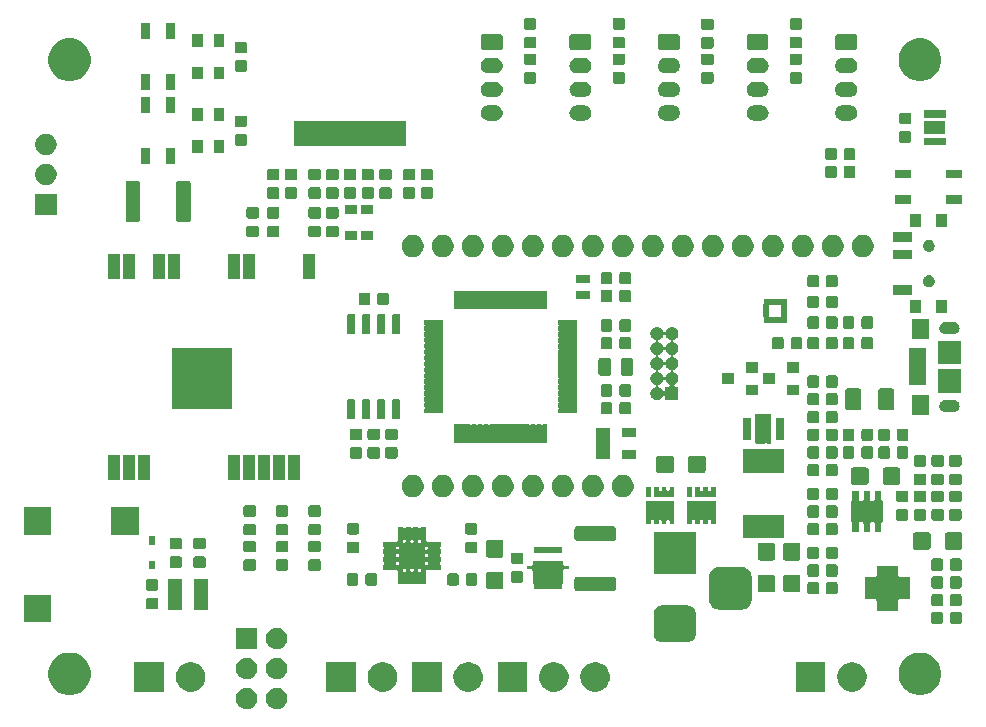
<source format=gbr>
G04 #@! TF.GenerationSoftware,KiCad,Pcbnew,5.1.5-1.fc31*
G04 #@! TF.CreationDate,2020-07-10T22:42:19+07:00*
G04 #@! TF.ProjectId,MP_SamBaseBoard_V1,4d505f53-616d-4426-9173-65426f617264,rev?*
G04 #@! TF.SameCoordinates,Original*
G04 #@! TF.FileFunction,Soldermask,Top*
G04 #@! TF.FilePolarity,Negative*
%FSLAX45Y45*%
G04 Gerber Fmt 4.5, Leading zero omitted, Abs format (unit mm)*
G04 Created by KiCad (PCBNEW 5.1.5-1.fc31) date 2020-07-10 22:42:19*
%MOMM*%
%LPD*%
G04 APERTURE LIST*
%ADD10C,0.100000*%
G04 APERTURE END LIST*
D10*
G36*
X14665351Y-12968393D02*
G01*
X14680281Y-12971362D01*
X14696678Y-12978154D01*
X14711435Y-12988015D01*
X14723985Y-13000565D01*
X14733846Y-13015322D01*
X14740638Y-13031719D01*
X14744100Y-13049126D01*
X14744100Y-13066874D01*
X14740638Y-13084281D01*
X14733846Y-13100678D01*
X14723985Y-13115435D01*
X14711435Y-13127985D01*
X14696678Y-13137846D01*
X14680281Y-13144638D01*
X14665351Y-13147607D01*
X14662874Y-13148100D01*
X14645126Y-13148100D01*
X14642649Y-13147607D01*
X14627719Y-13144638D01*
X14611322Y-13137846D01*
X14596565Y-13127985D01*
X14584015Y-13115435D01*
X14574154Y-13100678D01*
X14567362Y-13084281D01*
X14563900Y-13066874D01*
X14563900Y-13049126D01*
X14567362Y-13031719D01*
X14574154Y-13015322D01*
X14584015Y-13000565D01*
X14596565Y-12988015D01*
X14611322Y-12978154D01*
X14627719Y-12971362D01*
X14642649Y-12968393D01*
X14645126Y-12967900D01*
X14662874Y-12967900D01*
X14665351Y-12968393D01*
G37*
G36*
X14411351Y-12968393D02*
G01*
X14426281Y-12971362D01*
X14442678Y-12978154D01*
X14457435Y-12988015D01*
X14469985Y-13000565D01*
X14479846Y-13015322D01*
X14486638Y-13031719D01*
X14490100Y-13049126D01*
X14490100Y-13066874D01*
X14486638Y-13084281D01*
X14479846Y-13100678D01*
X14469985Y-13115435D01*
X14457435Y-13127985D01*
X14442678Y-13137846D01*
X14426281Y-13144638D01*
X14411351Y-13147607D01*
X14408874Y-13148100D01*
X14391126Y-13148100D01*
X14388649Y-13147607D01*
X14373719Y-13144638D01*
X14357322Y-13137846D01*
X14342565Y-13127985D01*
X14330015Y-13115435D01*
X14320154Y-13100678D01*
X14313362Y-13084281D01*
X14309900Y-13066874D01*
X14309900Y-13049126D01*
X14313362Y-13031719D01*
X14320154Y-13015322D01*
X14330015Y-13000565D01*
X14342565Y-12988015D01*
X14357322Y-12978154D01*
X14373719Y-12971362D01*
X14388649Y-12968393D01*
X14391126Y-12967900D01*
X14408874Y-12967900D01*
X14411351Y-12968393D01*
G37*
G36*
X12952533Y-12676821D02*
G01*
X12985309Y-12690397D01*
X13014807Y-12710107D01*
X13039893Y-12735193D01*
X13059603Y-12764691D01*
X13073179Y-12797467D01*
X13080100Y-12832262D01*
X13080100Y-12867738D01*
X13073179Y-12902533D01*
X13059603Y-12935309D01*
X13039893Y-12964807D01*
X13014807Y-12989893D01*
X12985309Y-13009603D01*
X12952533Y-13023179D01*
X12917738Y-13030100D01*
X12882262Y-13030100D01*
X12847467Y-13023179D01*
X12814691Y-13009603D01*
X12785193Y-12989893D01*
X12760107Y-12964807D01*
X12740397Y-12935309D01*
X12726821Y-12902533D01*
X12719900Y-12867738D01*
X12719900Y-12832262D01*
X12726821Y-12797467D01*
X12740397Y-12764691D01*
X12760107Y-12735193D01*
X12785193Y-12710107D01*
X12814691Y-12690397D01*
X12847467Y-12676821D01*
X12882262Y-12669900D01*
X12917738Y-12669900D01*
X12952533Y-12676821D01*
G37*
G36*
X20152533Y-12676821D02*
G01*
X20185309Y-12690397D01*
X20214807Y-12710107D01*
X20239893Y-12735193D01*
X20259603Y-12764691D01*
X20273179Y-12797467D01*
X20280100Y-12832262D01*
X20280100Y-12867738D01*
X20273179Y-12902533D01*
X20259603Y-12935309D01*
X20239893Y-12964807D01*
X20214807Y-12989893D01*
X20185309Y-13009603D01*
X20152533Y-13023179D01*
X20117738Y-13030100D01*
X20082262Y-13030100D01*
X20047467Y-13023179D01*
X20014691Y-13009603D01*
X19985193Y-12989893D01*
X19960107Y-12964807D01*
X19940397Y-12935309D01*
X19926821Y-12902533D01*
X19919900Y-12867738D01*
X19919900Y-12832262D01*
X19926821Y-12797467D01*
X19940397Y-12764691D01*
X19960107Y-12735193D01*
X19985193Y-12710107D01*
X20014691Y-12690397D01*
X20047467Y-12676821D01*
X20082262Y-12669900D01*
X20117738Y-12669900D01*
X20152533Y-12676821D01*
G37*
G36*
X16775100Y-13000100D02*
G01*
X16524900Y-13000100D01*
X16524900Y-12749900D01*
X16775100Y-12749900D01*
X16775100Y-13000100D01*
G37*
G36*
X17386490Y-12754707D02*
G01*
X17409257Y-12764138D01*
X17429747Y-12777828D01*
X17447172Y-12795253D01*
X17448651Y-12797467D01*
X17460862Y-12815743D01*
X17470293Y-12838510D01*
X17475100Y-12862679D01*
X17475100Y-12887321D01*
X17472074Y-12902533D01*
X17470293Y-12911490D01*
X17460862Y-12934257D01*
X17447172Y-12954747D01*
X17429747Y-12972171D01*
X17409257Y-12985862D01*
X17409257Y-12985862D01*
X17409257Y-12985862D01*
X17386490Y-12995292D01*
X17362321Y-13000100D01*
X17337679Y-13000100D01*
X17313510Y-12995292D01*
X17290743Y-12985862D01*
X17290743Y-12985862D01*
X17290743Y-12985862D01*
X17270253Y-12972171D01*
X17252829Y-12954747D01*
X17239138Y-12934257D01*
X17229708Y-12911490D01*
X17227926Y-12902533D01*
X17224900Y-12887321D01*
X17224900Y-12862679D01*
X17229708Y-12838510D01*
X17239138Y-12815743D01*
X17251350Y-12797467D01*
X17252829Y-12795253D01*
X17270253Y-12777828D01*
X17290743Y-12764138D01*
X17313510Y-12754707D01*
X17337679Y-12749900D01*
X17362321Y-12749900D01*
X17386490Y-12754707D01*
G37*
G36*
X17036490Y-12754707D02*
G01*
X17059257Y-12764138D01*
X17079747Y-12777828D01*
X17097172Y-12795253D01*
X17098651Y-12797467D01*
X17110862Y-12815743D01*
X17120293Y-12838510D01*
X17125100Y-12862679D01*
X17125100Y-12887321D01*
X17122074Y-12902533D01*
X17120293Y-12911490D01*
X17110862Y-12934257D01*
X17097172Y-12954747D01*
X17079747Y-12972171D01*
X17059257Y-12985862D01*
X17059257Y-12985862D01*
X17059257Y-12985862D01*
X17036490Y-12995292D01*
X17012321Y-13000100D01*
X16987679Y-13000100D01*
X16963510Y-12995292D01*
X16940743Y-12985862D01*
X16940743Y-12985862D01*
X16940743Y-12985862D01*
X16920253Y-12972171D01*
X16902829Y-12954747D01*
X16889138Y-12934257D01*
X16879708Y-12911490D01*
X16877926Y-12902533D01*
X16874900Y-12887321D01*
X16874900Y-12862679D01*
X16879708Y-12838510D01*
X16889138Y-12815743D01*
X16901350Y-12797467D01*
X16902829Y-12795253D01*
X16920253Y-12777828D01*
X16940743Y-12764138D01*
X16963510Y-12754707D01*
X16987679Y-12749900D01*
X17012321Y-12749900D01*
X17036490Y-12754707D01*
G37*
G36*
X16050100Y-13000100D02*
G01*
X15799900Y-13000100D01*
X15799900Y-12749900D01*
X16050100Y-12749900D01*
X16050100Y-13000100D01*
G37*
G36*
X16311490Y-12754707D02*
G01*
X16334257Y-12764138D01*
X16354747Y-12777828D01*
X16372171Y-12795253D01*
X16373650Y-12797467D01*
X16385862Y-12815743D01*
X16395292Y-12838510D01*
X16400100Y-12862679D01*
X16400100Y-12887321D01*
X16397074Y-12902533D01*
X16395292Y-12911490D01*
X16385862Y-12934257D01*
X16372171Y-12954747D01*
X16354747Y-12972171D01*
X16334257Y-12985862D01*
X16334257Y-12985862D01*
X16334257Y-12985862D01*
X16311490Y-12995292D01*
X16287321Y-13000100D01*
X16262679Y-13000100D01*
X16238510Y-12995292D01*
X16215743Y-12985862D01*
X16215743Y-12985862D01*
X16215743Y-12985862D01*
X16195253Y-12972171D01*
X16177828Y-12954747D01*
X16164138Y-12934257D01*
X16154707Y-12911490D01*
X16152926Y-12902533D01*
X16149900Y-12887321D01*
X16149900Y-12862679D01*
X16154707Y-12838510D01*
X16164138Y-12815743D01*
X16176349Y-12797467D01*
X16177828Y-12795253D01*
X16195253Y-12777828D01*
X16215743Y-12764138D01*
X16238510Y-12754707D01*
X16262679Y-12749900D01*
X16287321Y-12749900D01*
X16311490Y-12754707D01*
G37*
G36*
X15325100Y-13000100D02*
G01*
X15074900Y-13000100D01*
X15074900Y-12749900D01*
X15325100Y-12749900D01*
X15325100Y-13000100D01*
G37*
G36*
X15586490Y-12754707D02*
G01*
X15609257Y-12764138D01*
X15629747Y-12777828D01*
X15647171Y-12795253D01*
X15648650Y-12797467D01*
X15660862Y-12815743D01*
X15670292Y-12838510D01*
X15675100Y-12862679D01*
X15675100Y-12887321D01*
X15672074Y-12902533D01*
X15670292Y-12911490D01*
X15660862Y-12934257D01*
X15647171Y-12954747D01*
X15629747Y-12972171D01*
X15609257Y-12985862D01*
X15609257Y-12985862D01*
X15609257Y-12985862D01*
X15586490Y-12995292D01*
X15562321Y-13000100D01*
X15537679Y-13000100D01*
X15513510Y-12995292D01*
X15490743Y-12985862D01*
X15490743Y-12985862D01*
X15490743Y-12985862D01*
X15470253Y-12972171D01*
X15452828Y-12954747D01*
X15439138Y-12934257D01*
X15429707Y-12911490D01*
X15427926Y-12902533D01*
X15424900Y-12887321D01*
X15424900Y-12862679D01*
X15429707Y-12838510D01*
X15439138Y-12815743D01*
X15451349Y-12797467D01*
X15452828Y-12795253D01*
X15470253Y-12777828D01*
X15490743Y-12764138D01*
X15513510Y-12754707D01*
X15537679Y-12749900D01*
X15562321Y-12749900D01*
X15586490Y-12754707D01*
G37*
G36*
X13700100Y-13000100D02*
G01*
X13449900Y-13000100D01*
X13449900Y-12749900D01*
X13700100Y-12749900D01*
X13700100Y-13000100D01*
G37*
G36*
X13961490Y-12754707D02*
G01*
X13984257Y-12764138D01*
X14004747Y-12777828D01*
X14022171Y-12795253D01*
X14023650Y-12797467D01*
X14035862Y-12815743D01*
X14045292Y-12838510D01*
X14050100Y-12862679D01*
X14050100Y-12887321D01*
X14047074Y-12902533D01*
X14045292Y-12911490D01*
X14035862Y-12934257D01*
X14022171Y-12954747D01*
X14004747Y-12972171D01*
X13984257Y-12985862D01*
X13984257Y-12985862D01*
X13984257Y-12985862D01*
X13961490Y-12995292D01*
X13937321Y-13000100D01*
X13912679Y-13000100D01*
X13888510Y-12995292D01*
X13865743Y-12985862D01*
X13865743Y-12985862D01*
X13865743Y-12985862D01*
X13845253Y-12972171D01*
X13827828Y-12954747D01*
X13814138Y-12934257D01*
X13804707Y-12911490D01*
X13802926Y-12902533D01*
X13799900Y-12887321D01*
X13799900Y-12862679D01*
X13804707Y-12838510D01*
X13814138Y-12815743D01*
X13826349Y-12797467D01*
X13827828Y-12795253D01*
X13845253Y-12777828D01*
X13865743Y-12764138D01*
X13888510Y-12754707D01*
X13912679Y-12749900D01*
X13937321Y-12749900D01*
X13961490Y-12754707D01*
G37*
G36*
X19561490Y-12754707D02*
G01*
X19584257Y-12764138D01*
X19604747Y-12777828D01*
X19622172Y-12795253D01*
X19623651Y-12797467D01*
X19635862Y-12815743D01*
X19645293Y-12838510D01*
X19650100Y-12862679D01*
X19650100Y-12887321D01*
X19647074Y-12902533D01*
X19645293Y-12911490D01*
X19635862Y-12934257D01*
X19622172Y-12954747D01*
X19604747Y-12972171D01*
X19584257Y-12985862D01*
X19584257Y-12985862D01*
X19584257Y-12985862D01*
X19561490Y-12995292D01*
X19537321Y-13000100D01*
X19512679Y-13000100D01*
X19488510Y-12995292D01*
X19465743Y-12985862D01*
X19465743Y-12985862D01*
X19465743Y-12985862D01*
X19445253Y-12972171D01*
X19427829Y-12954747D01*
X19414138Y-12934257D01*
X19404708Y-12911490D01*
X19402926Y-12902533D01*
X19399900Y-12887321D01*
X19399900Y-12862679D01*
X19404708Y-12838510D01*
X19414138Y-12815743D01*
X19426350Y-12797467D01*
X19427829Y-12795253D01*
X19445253Y-12777828D01*
X19465743Y-12764138D01*
X19488510Y-12754707D01*
X19512679Y-12749900D01*
X19537321Y-12749900D01*
X19561490Y-12754707D01*
G37*
G36*
X19300100Y-13000100D02*
G01*
X19049900Y-13000100D01*
X19049900Y-12749900D01*
X19300100Y-12749900D01*
X19300100Y-13000100D01*
G37*
G36*
X14411351Y-12714393D02*
G01*
X14426281Y-12717362D01*
X14442678Y-12724154D01*
X14457435Y-12734015D01*
X14469985Y-12746565D01*
X14479846Y-12761322D01*
X14486638Y-12777719D01*
X14490100Y-12795126D01*
X14490100Y-12812874D01*
X14486638Y-12830281D01*
X14479846Y-12846678D01*
X14469985Y-12861435D01*
X14457435Y-12873985D01*
X14442678Y-12883846D01*
X14426281Y-12890638D01*
X14411351Y-12893607D01*
X14408874Y-12894100D01*
X14391126Y-12894100D01*
X14388649Y-12893607D01*
X14373719Y-12890638D01*
X14357322Y-12883846D01*
X14342565Y-12873985D01*
X14330015Y-12861435D01*
X14320154Y-12846678D01*
X14313362Y-12830281D01*
X14309900Y-12812874D01*
X14309900Y-12795126D01*
X14313362Y-12777719D01*
X14320154Y-12761322D01*
X14330015Y-12746565D01*
X14342565Y-12734015D01*
X14357322Y-12724154D01*
X14373719Y-12717362D01*
X14388649Y-12714393D01*
X14391126Y-12713900D01*
X14408874Y-12713900D01*
X14411351Y-12714393D01*
G37*
G36*
X14665351Y-12714393D02*
G01*
X14680281Y-12717362D01*
X14696678Y-12724154D01*
X14711435Y-12734015D01*
X14723985Y-12746565D01*
X14733846Y-12761322D01*
X14740638Y-12777719D01*
X14744100Y-12795126D01*
X14744100Y-12812874D01*
X14740638Y-12830281D01*
X14733846Y-12846678D01*
X14723985Y-12861435D01*
X14711435Y-12873985D01*
X14696678Y-12883846D01*
X14680281Y-12890638D01*
X14665351Y-12893607D01*
X14662874Y-12894100D01*
X14645126Y-12894100D01*
X14642649Y-12893607D01*
X14627719Y-12890638D01*
X14611322Y-12883846D01*
X14596565Y-12873985D01*
X14584015Y-12861435D01*
X14574154Y-12846678D01*
X14567362Y-12830281D01*
X14563900Y-12812874D01*
X14563900Y-12795126D01*
X14567362Y-12777719D01*
X14574154Y-12761322D01*
X14584015Y-12746565D01*
X14596565Y-12734015D01*
X14611322Y-12724154D01*
X14627719Y-12717362D01*
X14642649Y-12714393D01*
X14645126Y-12713900D01*
X14662874Y-12713900D01*
X14665351Y-12714393D01*
G37*
G36*
X14665351Y-12460393D02*
G01*
X14680281Y-12463362D01*
X14696678Y-12470154D01*
X14711435Y-12480015D01*
X14723985Y-12492565D01*
X14733846Y-12507322D01*
X14740638Y-12523719D01*
X14743607Y-12538649D01*
X14744100Y-12541126D01*
X14744100Y-12558874D01*
X14743607Y-12561351D01*
X14740638Y-12576281D01*
X14733846Y-12592678D01*
X14723985Y-12607435D01*
X14711435Y-12619985D01*
X14696678Y-12629846D01*
X14680281Y-12636638D01*
X14665351Y-12639607D01*
X14662874Y-12640100D01*
X14645126Y-12640100D01*
X14642649Y-12639607D01*
X14627719Y-12636638D01*
X14611322Y-12629846D01*
X14596565Y-12619985D01*
X14584015Y-12607435D01*
X14574154Y-12592678D01*
X14567362Y-12576281D01*
X14564393Y-12561351D01*
X14563900Y-12558874D01*
X14563900Y-12541126D01*
X14564393Y-12538649D01*
X14567362Y-12523719D01*
X14574154Y-12507322D01*
X14584015Y-12492565D01*
X14596565Y-12480015D01*
X14611322Y-12470154D01*
X14627719Y-12463362D01*
X14642649Y-12460393D01*
X14645126Y-12459900D01*
X14662874Y-12459900D01*
X14665351Y-12460393D01*
G37*
G36*
X14490100Y-12640100D02*
G01*
X14309900Y-12640100D01*
X14309900Y-12459900D01*
X14490100Y-12459900D01*
X14490100Y-12640100D01*
G37*
G36*
X18147698Y-12271329D02*
G01*
X18161063Y-12275383D01*
X18173378Y-12281966D01*
X18184174Y-12290826D01*
X18193034Y-12301622D01*
X18199617Y-12313937D01*
X18203671Y-12327302D01*
X18205100Y-12341814D01*
X18205100Y-12508186D01*
X18203671Y-12522698D01*
X18199617Y-12536062D01*
X18193034Y-12548378D01*
X18184174Y-12559174D01*
X18173378Y-12568034D01*
X18161063Y-12574617D01*
X18147698Y-12578671D01*
X18133186Y-12580100D01*
X17916814Y-12580100D01*
X17902302Y-12578671D01*
X17888938Y-12574617D01*
X17876622Y-12568034D01*
X17865826Y-12559174D01*
X17856966Y-12548378D01*
X17850383Y-12536062D01*
X17846329Y-12522698D01*
X17844900Y-12508186D01*
X17844900Y-12341814D01*
X17846329Y-12327302D01*
X17850383Y-12313937D01*
X17856966Y-12301622D01*
X17865826Y-12290826D01*
X17876622Y-12281966D01*
X17888938Y-12275383D01*
X17902302Y-12271329D01*
X17916814Y-12269900D01*
X18133186Y-12269900D01*
X18147698Y-12271329D01*
G37*
G36*
X20280459Y-12322808D02*
G01*
X20283857Y-12323839D01*
X20286989Y-12325513D01*
X20289734Y-12327766D01*
X20291987Y-12330511D01*
X20293661Y-12333643D01*
X20294692Y-12337041D01*
X20295100Y-12341189D01*
X20295100Y-12408811D01*
X20294692Y-12412959D01*
X20293661Y-12416357D01*
X20291987Y-12419489D01*
X20289734Y-12422234D01*
X20286989Y-12424487D01*
X20283857Y-12426161D01*
X20280459Y-12427191D01*
X20276311Y-12427600D01*
X20216189Y-12427600D01*
X20212041Y-12427191D01*
X20208643Y-12426161D01*
X20205511Y-12424487D01*
X20202766Y-12422234D01*
X20200513Y-12419489D01*
X20198839Y-12416357D01*
X20197809Y-12412959D01*
X20197400Y-12408811D01*
X20197400Y-12341189D01*
X20197809Y-12337041D01*
X20198839Y-12333643D01*
X20200513Y-12330511D01*
X20202766Y-12327766D01*
X20205511Y-12325513D01*
X20208643Y-12323839D01*
X20212041Y-12322808D01*
X20216189Y-12322400D01*
X20276311Y-12322400D01*
X20280459Y-12322808D01*
G37*
G36*
X20437959Y-12322808D02*
G01*
X20441357Y-12323839D01*
X20444489Y-12325513D01*
X20447234Y-12327766D01*
X20449487Y-12330511D01*
X20451161Y-12333643D01*
X20452192Y-12337041D01*
X20452600Y-12341189D01*
X20452600Y-12408811D01*
X20452192Y-12412959D01*
X20451161Y-12416357D01*
X20449487Y-12419489D01*
X20447234Y-12422234D01*
X20444489Y-12424487D01*
X20441357Y-12426161D01*
X20437959Y-12427191D01*
X20433811Y-12427600D01*
X20373689Y-12427600D01*
X20369541Y-12427191D01*
X20366143Y-12426161D01*
X20363011Y-12424487D01*
X20360266Y-12422234D01*
X20358013Y-12419489D01*
X20356339Y-12416357D01*
X20355309Y-12412959D01*
X20354900Y-12408811D01*
X20354900Y-12341189D01*
X20355309Y-12337041D01*
X20356339Y-12333643D01*
X20358013Y-12330511D01*
X20360266Y-12327766D01*
X20363011Y-12325513D01*
X20366143Y-12323839D01*
X20369541Y-12322808D01*
X20373689Y-12322400D01*
X20433811Y-12322400D01*
X20437959Y-12322808D01*
G37*
G36*
X12744850Y-12409850D02*
G01*
X12515150Y-12409850D01*
X12515150Y-12180150D01*
X12744850Y-12180150D01*
X12744850Y-12409850D01*
G37*
G36*
X19765536Y-11932508D02*
G01*
X19766003Y-11932650D01*
X19766433Y-11932880D01*
X19767070Y-11933403D01*
X19769108Y-11934764D01*
X19771372Y-11935702D01*
X19773775Y-11936180D01*
X19776225Y-11936180D01*
X19778629Y-11935702D01*
X19780893Y-11934764D01*
X19782930Y-11933403D01*
X19783567Y-11932880D01*
X19783997Y-11932650D01*
X19784465Y-11932508D01*
X19785564Y-11932400D01*
X19814436Y-11932400D01*
X19815536Y-11932508D01*
X19816003Y-11932650D01*
X19816433Y-11932880D01*
X19817070Y-11933403D01*
X19819108Y-11934764D01*
X19821372Y-11935702D01*
X19823775Y-11936180D01*
X19826225Y-11936180D01*
X19828629Y-11935702D01*
X19830893Y-11934764D01*
X19832930Y-11933403D01*
X19833567Y-11932880D01*
X19833997Y-11932650D01*
X19834465Y-11932508D01*
X19835564Y-11932400D01*
X19864436Y-11932400D01*
X19865536Y-11932508D01*
X19866003Y-11932650D01*
X19866433Y-11932880D01*
X19867070Y-11933403D01*
X19869108Y-11934764D01*
X19871372Y-11935702D01*
X19873775Y-11936180D01*
X19876225Y-11936180D01*
X19878629Y-11935702D01*
X19880893Y-11934764D01*
X19882930Y-11933403D01*
X19883567Y-11932880D01*
X19883997Y-11932650D01*
X19884465Y-11932508D01*
X19885564Y-11932400D01*
X19914436Y-11932400D01*
X19915536Y-11932508D01*
X19916003Y-11932650D01*
X19916433Y-11932880D01*
X19916810Y-11933190D01*
X19917120Y-11933567D01*
X19917350Y-11933997D01*
X19917492Y-11934464D01*
X19917600Y-11935564D01*
X19917600Y-12019900D01*
X19917840Y-12022339D01*
X19918552Y-12024684D01*
X19919707Y-12026845D01*
X19921261Y-12028739D01*
X19923155Y-12030293D01*
X19925316Y-12031448D01*
X19927661Y-12032160D01*
X19930100Y-12032400D01*
X20014436Y-12032400D01*
X20015536Y-12032508D01*
X20016003Y-12032650D01*
X20016433Y-12032880D01*
X20016810Y-12033190D01*
X20017120Y-12033567D01*
X20017350Y-12033997D01*
X20017492Y-12034464D01*
X20017600Y-12035564D01*
X20017600Y-12064436D01*
X20017492Y-12065535D01*
X20017350Y-12066003D01*
X20017120Y-12066433D01*
X20016597Y-12067070D01*
X20015236Y-12069108D01*
X20014298Y-12071371D01*
X20013820Y-12073775D01*
X20013820Y-12076225D01*
X20014298Y-12078629D01*
X20015236Y-12080892D01*
X20016597Y-12082930D01*
X20017120Y-12083567D01*
X20017350Y-12083997D01*
X20017492Y-12084464D01*
X20017600Y-12085564D01*
X20017600Y-12114436D01*
X20017492Y-12115535D01*
X20017350Y-12116003D01*
X20017120Y-12116433D01*
X20016597Y-12117070D01*
X20015236Y-12119108D01*
X20014298Y-12121371D01*
X20013820Y-12123775D01*
X20013820Y-12126225D01*
X20014298Y-12128629D01*
X20015236Y-12130892D01*
X20016597Y-12132930D01*
X20017120Y-12133567D01*
X20017350Y-12133997D01*
X20017492Y-12134464D01*
X20017600Y-12135564D01*
X20017600Y-12164436D01*
X20017492Y-12165535D01*
X20017350Y-12166003D01*
X20017120Y-12166433D01*
X20016597Y-12167070D01*
X20015236Y-12169108D01*
X20014298Y-12171371D01*
X20013820Y-12173775D01*
X20013820Y-12176225D01*
X20014298Y-12178629D01*
X20015236Y-12180892D01*
X20016597Y-12182930D01*
X20017120Y-12183567D01*
X20017350Y-12183997D01*
X20017492Y-12184464D01*
X20017600Y-12185564D01*
X20017600Y-12214436D01*
X20017492Y-12215535D01*
X20017350Y-12216003D01*
X20017120Y-12216433D01*
X20016810Y-12216810D01*
X20016433Y-12217120D01*
X20016003Y-12217350D01*
X20015536Y-12217492D01*
X20014436Y-12217600D01*
X19930100Y-12217600D01*
X19927661Y-12217840D01*
X19925316Y-12218551D01*
X19923155Y-12219707D01*
X19921261Y-12221261D01*
X19919707Y-12223155D01*
X19918552Y-12225316D01*
X19917840Y-12227661D01*
X19917600Y-12230100D01*
X19917600Y-12314436D01*
X19917492Y-12315535D01*
X19917350Y-12316003D01*
X19917120Y-12316433D01*
X19916810Y-12316810D01*
X19916433Y-12317120D01*
X19916003Y-12317350D01*
X19915536Y-12317492D01*
X19914436Y-12317600D01*
X19885564Y-12317600D01*
X19884465Y-12317492D01*
X19883997Y-12317350D01*
X19883567Y-12317120D01*
X19882930Y-12316597D01*
X19880892Y-12315236D01*
X19878629Y-12314298D01*
X19876225Y-12313820D01*
X19873775Y-12313820D01*
X19871371Y-12314298D01*
X19869108Y-12315236D01*
X19867070Y-12316597D01*
X19866433Y-12317120D01*
X19866003Y-12317350D01*
X19865536Y-12317492D01*
X19864436Y-12317600D01*
X19835564Y-12317600D01*
X19834465Y-12317492D01*
X19833997Y-12317350D01*
X19833567Y-12317120D01*
X19832930Y-12316597D01*
X19830892Y-12315236D01*
X19828629Y-12314298D01*
X19826225Y-12313820D01*
X19823775Y-12313820D01*
X19821371Y-12314298D01*
X19819108Y-12315236D01*
X19817070Y-12316597D01*
X19816433Y-12317120D01*
X19816003Y-12317350D01*
X19815536Y-12317492D01*
X19814436Y-12317600D01*
X19785564Y-12317600D01*
X19784465Y-12317492D01*
X19783997Y-12317350D01*
X19783567Y-12317120D01*
X19782930Y-12316597D01*
X19780892Y-12315236D01*
X19778629Y-12314298D01*
X19776225Y-12313820D01*
X19773775Y-12313820D01*
X19771371Y-12314298D01*
X19769108Y-12315236D01*
X19767070Y-12316597D01*
X19766433Y-12317120D01*
X19766003Y-12317350D01*
X19765536Y-12317492D01*
X19764436Y-12317600D01*
X19735564Y-12317600D01*
X19734465Y-12317492D01*
X19733997Y-12317350D01*
X19733567Y-12317120D01*
X19733190Y-12316810D01*
X19732880Y-12316433D01*
X19732650Y-12316003D01*
X19732508Y-12315535D01*
X19732400Y-12314436D01*
X19732400Y-12230100D01*
X19732160Y-12227661D01*
X19731449Y-12225316D01*
X19730293Y-12223155D01*
X19728739Y-12221261D01*
X19726845Y-12219707D01*
X19724684Y-12218551D01*
X19722339Y-12217840D01*
X19719900Y-12217600D01*
X19635564Y-12217600D01*
X19634465Y-12217492D01*
X19633997Y-12217350D01*
X19633567Y-12217120D01*
X19633190Y-12216810D01*
X19632880Y-12216433D01*
X19632650Y-12216003D01*
X19632508Y-12215535D01*
X19632400Y-12214436D01*
X19632400Y-12185564D01*
X19632508Y-12184464D01*
X19632650Y-12183997D01*
X19632880Y-12183567D01*
X19633403Y-12182930D01*
X19634764Y-12180892D01*
X19635702Y-12178628D01*
X19636180Y-12176225D01*
X19636180Y-12173775D01*
X19635702Y-12171371D01*
X19634764Y-12169107D01*
X19633403Y-12167070D01*
X19632880Y-12166433D01*
X19632650Y-12166003D01*
X19632508Y-12165535D01*
X19632400Y-12164436D01*
X19632400Y-12135564D01*
X19632508Y-12134464D01*
X19632650Y-12133997D01*
X19632880Y-12133567D01*
X19633403Y-12132930D01*
X19634764Y-12130892D01*
X19635702Y-12128628D01*
X19636180Y-12126225D01*
X19636180Y-12123775D01*
X19635702Y-12121371D01*
X19634764Y-12119107D01*
X19633403Y-12117070D01*
X19632880Y-12116433D01*
X19632650Y-12116003D01*
X19632508Y-12115535D01*
X19632400Y-12114436D01*
X19632400Y-12085564D01*
X19632508Y-12084464D01*
X19632650Y-12083997D01*
X19632880Y-12083567D01*
X19633403Y-12082930D01*
X19634764Y-12080892D01*
X19635702Y-12078628D01*
X19636180Y-12076225D01*
X19636180Y-12073775D01*
X19635702Y-12071371D01*
X19634764Y-12069107D01*
X19633403Y-12067070D01*
X19632880Y-12066433D01*
X19632650Y-12066003D01*
X19632508Y-12065535D01*
X19632400Y-12064436D01*
X19632400Y-12035564D01*
X19632508Y-12034464D01*
X19632650Y-12033997D01*
X19632880Y-12033567D01*
X19633190Y-12033190D01*
X19633567Y-12032880D01*
X19633997Y-12032650D01*
X19634465Y-12032508D01*
X19635564Y-12032400D01*
X19719900Y-12032400D01*
X19722339Y-12032160D01*
X19724684Y-12031448D01*
X19726845Y-12030293D01*
X19728739Y-12028739D01*
X19730293Y-12026845D01*
X19731449Y-12024684D01*
X19732160Y-12022339D01*
X19732400Y-12019900D01*
X19732400Y-11935564D01*
X19732508Y-11934464D01*
X19732650Y-11933997D01*
X19732880Y-11933567D01*
X19733190Y-11933190D01*
X19733567Y-11932880D01*
X19733997Y-11932650D01*
X19734465Y-11932508D01*
X19735564Y-11932400D01*
X19764436Y-11932400D01*
X19765536Y-11932508D01*
G37*
G36*
X14068100Y-12307600D02*
G01*
X13951900Y-12307600D01*
X13951900Y-12042400D01*
X14068100Y-12042400D01*
X14068100Y-12307600D01*
G37*
G36*
X13848100Y-12307600D02*
G01*
X13731900Y-12307600D01*
X13731900Y-12042400D01*
X13848100Y-12042400D01*
X13848100Y-12307600D01*
G37*
G36*
X18607637Y-11946569D02*
G01*
X18623346Y-11951335D01*
X18637823Y-11959073D01*
X18650513Y-11969487D01*
X18660927Y-11982177D01*
X18668665Y-11996654D01*
X18673431Y-12012363D01*
X18675100Y-12029314D01*
X18675100Y-12220686D01*
X18673431Y-12237637D01*
X18668665Y-12253346D01*
X18660927Y-12267823D01*
X18650513Y-12280513D01*
X18637823Y-12290927D01*
X18623346Y-12298665D01*
X18607637Y-12303430D01*
X18590686Y-12305100D01*
X18399314Y-12305100D01*
X18382363Y-12303430D01*
X18366654Y-12298665D01*
X18352177Y-12290927D01*
X18339487Y-12280513D01*
X18329073Y-12267823D01*
X18321335Y-12253346D01*
X18316570Y-12237637D01*
X18314900Y-12220686D01*
X18314900Y-12029314D01*
X18316570Y-12012363D01*
X18321335Y-11996654D01*
X18329073Y-11982177D01*
X18339487Y-11969487D01*
X18352177Y-11959073D01*
X18366654Y-11951335D01*
X18382363Y-11946569D01*
X18399314Y-11944900D01*
X18590686Y-11944900D01*
X18607637Y-11946569D01*
G37*
G36*
X13637959Y-12205308D02*
G01*
X13641357Y-12206339D01*
X13644489Y-12208013D01*
X13647234Y-12210266D01*
X13649487Y-12213011D01*
X13651161Y-12216143D01*
X13652191Y-12219541D01*
X13652600Y-12223689D01*
X13652600Y-12283811D01*
X13652191Y-12287959D01*
X13651161Y-12291357D01*
X13649487Y-12294489D01*
X13647234Y-12297234D01*
X13644489Y-12299487D01*
X13641357Y-12301161D01*
X13637959Y-12302191D01*
X13633811Y-12302600D01*
X13566189Y-12302600D01*
X13562041Y-12302191D01*
X13558643Y-12301161D01*
X13555511Y-12299487D01*
X13552766Y-12297234D01*
X13550513Y-12294489D01*
X13548839Y-12291357D01*
X13547808Y-12287959D01*
X13547400Y-12283811D01*
X13547400Y-12223689D01*
X13547808Y-12219541D01*
X13548839Y-12216143D01*
X13550513Y-12213011D01*
X13552766Y-12210266D01*
X13555511Y-12208013D01*
X13558643Y-12206339D01*
X13562041Y-12205308D01*
X13566189Y-12204900D01*
X13633811Y-12204900D01*
X13637959Y-12205308D01*
G37*
G36*
X20437959Y-12172808D02*
G01*
X20441357Y-12173839D01*
X20444489Y-12175513D01*
X20447234Y-12177766D01*
X20449487Y-12180511D01*
X20451161Y-12183643D01*
X20452192Y-12187041D01*
X20452600Y-12191189D01*
X20452600Y-12258811D01*
X20452192Y-12262959D01*
X20451161Y-12266357D01*
X20449487Y-12269489D01*
X20447234Y-12272234D01*
X20444489Y-12274487D01*
X20441357Y-12276161D01*
X20437959Y-12277191D01*
X20433811Y-12277600D01*
X20373689Y-12277600D01*
X20369541Y-12277191D01*
X20366143Y-12276161D01*
X20363011Y-12274487D01*
X20360266Y-12272234D01*
X20358013Y-12269489D01*
X20356339Y-12266357D01*
X20355309Y-12262959D01*
X20354900Y-12258811D01*
X20354900Y-12191189D01*
X20355309Y-12187041D01*
X20356339Y-12183643D01*
X20358013Y-12180511D01*
X20360266Y-12177766D01*
X20363011Y-12175513D01*
X20366143Y-12173839D01*
X20369541Y-12172808D01*
X20373689Y-12172400D01*
X20433811Y-12172400D01*
X20437959Y-12172808D01*
G37*
G36*
X20280459Y-12172808D02*
G01*
X20283857Y-12173839D01*
X20286989Y-12175513D01*
X20289734Y-12177766D01*
X20291987Y-12180511D01*
X20293661Y-12183643D01*
X20294692Y-12187041D01*
X20295100Y-12191189D01*
X20295100Y-12258811D01*
X20294692Y-12262959D01*
X20293661Y-12266357D01*
X20291987Y-12269489D01*
X20289734Y-12272234D01*
X20286989Y-12274487D01*
X20283857Y-12276161D01*
X20280459Y-12277191D01*
X20276311Y-12277600D01*
X20216189Y-12277600D01*
X20212041Y-12277191D01*
X20208643Y-12276161D01*
X20205511Y-12274487D01*
X20202766Y-12272234D01*
X20200513Y-12269489D01*
X20198839Y-12266357D01*
X20197809Y-12262959D01*
X20197400Y-12258811D01*
X20197400Y-12191189D01*
X20197809Y-12187041D01*
X20198839Y-12183643D01*
X20200513Y-12180511D01*
X20202766Y-12177766D01*
X20205511Y-12175513D01*
X20208643Y-12173839D01*
X20212041Y-12172808D01*
X20216189Y-12172400D01*
X20276311Y-12172400D01*
X20280459Y-12172808D01*
G37*
G36*
X19387959Y-12072808D02*
G01*
X19391357Y-12073839D01*
X19394489Y-12075513D01*
X19397234Y-12077766D01*
X19399487Y-12080511D01*
X19401161Y-12083643D01*
X19402192Y-12087041D01*
X19402600Y-12091189D01*
X19402600Y-12158811D01*
X19402192Y-12162959D01*
X19401161Y-12166357D01*
X19399487Y-12169489D01*
X19397234Y-12172234D01*
X19394489Y-12174487D01*
X19391357Y-12176161D01*
X19387959Y-12177191D01*
X19383811Y-12177600D01*
X19323689Y-12177600D01*
X19319541Y-12177191D01*
X19316143Y-12176161D01*
X19313011Y-12174487D01*
X19310266Y-12172234D01*
X19308013Y-12169489D01*
X19306339Y-12166357D01*
X19305309Y-12162959D01*
X19304900Y-12158811D01*
X19304900Y-12091189D01*
X19305309Y-12087041D01*
X19306339Y-12083643D01*
X19308013Y-12080511D01*
X19310266Y-12077766D01*
X19313011Y-12075513D01*
X19316143Y-12073839D01*
X19319541Y-12072808D01*
X19323689Y-12072400D01*
X19383811Y-12072400D01*
X19387959Y-12072808D01*
G37*
G36*
X19230459Y-12072808D02*
G01*
X19233857Y-12073839D01*
X19236989Y-12075513D01*
X19239734Y-12077766D01*
X19241987Y-12080511D01*
X19243661Y-12083643D01*
X19244692Y-12087041D01*
X19245100Y-12091189D01*
X19245100Y-12158811D01*
X19244692Y-12162959D01*
X19243661Y-12166357D01*
X19241987Y-12169489D01*
X19239734Y-12172234D01*
X19236989Y-12174487D01*
X19233857Y-12176161D01*
X19230459Y-12177191D01*
X19226311Y-12177600D01*
X19166189Y-12177600D01*
X19162041Y-12177191D01*
X19158643Y-12176161D01*
X19155511Y-12174487D01*
X19152766Y-12172234D01*
X19150513Y-12169489D01*
X19148839Y-12166357D01*
X19147809Y-12162959D01*
X19147400Y-12158811D01*
X19147400Y-12091189D01*
X19147809Y-12087041D01*
X19148839Y-12083643D01*
X19150513Y-12080511D01*
X19152766Y-12077766D01*
X19155511Y-12075513D01*
X19158643Y-12073839D01*
X19162041Y-12072808D01*
X19166189Y-12072400D01*
X19226311Y-12072400D01*
X19230459Y-12072808D01*
G37*
G36*
X19072280Y-12010325D02*
G01*
X19075837Y-12011404D01*
X19079114Y-12013155D01*
X19081987Y-12015513D01*
X19084345Y-12018386D01*
X19086096Y-12021663D01*
X19087175Y-12025220D01*
X19087600Y-12029532D01*
X19087600Y-12140467D01*
X19087175Y-12144780D01*
X19086096Y-12148337D01*
X19084345Y-12151614D01*
X19081987Y-12154487D01*
X19079114Y-12156845D01*
X19075837Y-12158596D01*
X19072280Y-12159675D01*
X19067968Y-12160100D01*
X18962033Y-12160100D01*
X18957720Y-12159675D01*
X18954163Y-12158596D01*
X18950886Y-12156845D01*
X18948013Y-12154487D01*
X18945655Y-12151614D01*
X18943904Y-12148337D01*
X18942825Y-12144780D01*
X18942400Y-12140467D01*
X18942400Y-12029532D01*
X18942825Y-12025220D01*
X18943904Y-12021663D01*
X18945655Y-12018386D01*
X18948013Y-12015513D01*
X18950886Y-12013155D01*
X18954163Y-12011404D01*
X18957720Y-12010325D01*
X18962033Y-12009900D01*
X19067968Y-12009900D01*
X19072280Y-12010325D01*
G37*
G36*
X18857280Y-12010325D02*
G01*
X18860837Y-12011404D01*
X18864114Y-12013155D01*
X18866987Y-12015513D01*
X18869345Y-12018386D01*
X18871096Y-12021663D01*
X18872175Y-12025220D01*
X18872600Y-12029532D01*
X18872600Y-12140467D01*
X18872175Y-12144780D01*
X18871096Y-12148337D01*
X18869345Y-12151614D01*
X18866987Y-12154487D01*
X18864114Y-12156845D01*
X18860837Y-12158596D01*
X18857280Y-12159675D01*
X18852968Y-12160100D01*
X18747033Y-12160100D01*
X18742720Y-12159675D01*
X18739163Y-12158596D01*
X18735886Y-12156845D01*
X18733013Y-12154487D01*
X18730655Y-12151614D01*
X18728904Y-12148337D01*
X18727825Y-12144780D01*
X18727400Y-12140467D01*
X18727400Y-12029532D01*
X18727825Y-12025220D01*
X18728904Y-12021663D01*
X18730655Y-12018386D01*
X18733013Y-12015513D01*
X18735886Y-12013155D01*
X18739163Y-12011404D01*
X18742720Y-12010325D01*
X18747033Y-12009900D01*
X18852968Y-12009900D01*
X18857280Y-12010325D01*
G37*
G36*
X17508731Y-12027850D02*
G01*
X17512532Y-12029003D01*
X17516034Y-12030875D01*
X17519105Y-12033395D01*
X17521625Y-12036466D01*
X17523497Y-12039968D01*
X17524650Y-12043769D01*
X17525100Y-12048336D01*
X17525100Y-12129164D01*
X17524650Y-12133731D01*
X17523497Y-12137532D01*
X17521625Y-12141034D01*
X17519105Y-12144105D01*
X17516034Y-12146625D01*
X17512532Y-12148497D01*
X17508731Y-12149650D01*
X17504164Y-12150100D01*
X17195836Y-12150100D01*
X17191269Y-12149650D01*
X17187468Y-12148497D01*
X17183966Y-12146625D01*
X17180895Y-12144105D01*
X17178375Y-12141034D01*
X17176503Y-12137532D01*
X17175350Y-12133731D01*
X17174900Y-12129164D01*
X17174900Y-12048336D01*
X17175350Y-12043769D01*
X17176503Y-12039968D01*
X17178375Y-12036466D01*
X17180895Y-12033395D01*
X17183966Y-12030875D01*
X17187468Y-12029003D01*
X17191269Y-12027850D01*
X17195836Y-12027400D01*
X17504164Y-12027400D01*
X17508731Y-12027850D01*
G37*
G36*
X13637959Y-12047808D02*
G01*
X13641357Y-12048839D01*
X13644489Y-12050513D01*
X13647234Y-12052766D01*
X13649487Y-12055511D01*
X13651161Y-12058643D01*
X13652191Y-12062041D01*
X13652600Y-12066189D01*
X13652600Y-12126311D01*
X13652191Y-12130459D01*
X13651161Y-12133857D01*
X13649487Y-12136989D01*
X13647234Y-12139734D01*
X13644489Y-12141987D01*
X13641357Y-12143661D01*
X13637959Y-12144691D01*
X13633811Y-12145100D01*
X13566189Y-12145100D01*
X13562041Y-12144691D01*
X13558643Y-12143661D01*
X13555511Y-12141987D01*
X13552766Y-12139734D01*
X13550513Y-12136989D01*
X13548839Y-12133857D01*
X13547808Y-12130459D01*
X13547400Y-12126311D01*
X13547400Y-12066189D01*
X13547808Y-12062041D01*
X13548839Y-12058643D01*
X13550513Y-12055511D01*
X13552766Y-12052766D01*
X13555511Y-12050513D01*
X13558643Y-12048839D01*
X13562041Y-12047808D01*
X13566189Y-12047400D01*
X13633811Y-12047400D01*
X13637959Y-12047808D01*
G37*
G36*
X16557280Y-11985325D02*
G01*
X16560837Y-11986404D01*
X16564114Y-11988155D01*
X16566987Y-11990513D01*
X16569345Y-11993386D01*
X16571096Y-11996663D01*
X16572175Y-12000220D01*
X16572600Y-12004532D01*
X16572600Y-12115467D01*
X16572175Y-12119780D01*
X16571096Y-12123337D01*
X16569345Y-12126614D01*
X16566987Y-12129487D01*
X16564114Y-12131845D01*
X16560837Y-12133596D01*
X16557280Y-12134675D01*
X16552967Y-12135100D01*
X16447032Y-12135100D01*
X16442720Y-12134675D01*
X16439163Y-12133596D01*
X16435886Y-12131845D01*
X16433013Y-12129487D01*
X16430655Y-12126614D01*
X16428904Y-12123337D01*
X16427825Y-12119780D01*
X16427400Y-12115467D01*
X16427400Y-12004532D01*
X16427825Y-12000220D01*
X16428904Y-11996663D01*
X16430655Y-11993386D01*
X16433013Y-11990513D01*
X16435886Y-11988155D01*
X16439163Y-11986404D01*
X16442720Y-11985325D01*
X16447032Y-11984900D01*
X16552967Y-11984900D01*
X16557280Y-11985325D01*
G37*
G36*
X20280459Y-12022808D02*
G01*
X20283857Y-12023839D01*
X20286989Y-12025513D01*
X20289734Y-12027766D01*
X20291987Y-12030511D01*
X20293661Y-12033643D01*
X20294692Y-12037041D01*
X20295100Y-12041189D01*
X20295100Y-12108811D01*
X20294692Y-12112959D01*
X20293661Y-12116357D01*
X20291987Y-12119489D01*
X20289734Y-12122234D01*
X20286989Y-12124487D01*
X20283857Y-12126161D01*
X20280459Y-12127191D01*
X20276311Y-12127600D01*
X20216189Y-12127600D01*
X20212041Y-12127191D01*
X20208643Y-12126161D01*
X20205511Y-12124487D01*
X20202766Y-12122234D01*
X20200513Y-12119489D01*
X20198839Y-12116357D01*
X20197809Y-12112959D01*
X20197400Y-12108811D01*
X20197400Y-12041189D01*
X20197809Y-12037041D01*
X20198839Y-12033643D01*
X20200513Y-12030511D01*
X20202766Y-12027766D01*
X20205511Y-12025513D01*
X20208643Y-12023839D01*
X20212041Y-12022808D01*
X20216189Y-12022400D01*
X20276311Y-12022400D01*
X20280459Y-12022808D01*
G37*
G36*
X17080100Y-11922400D02*
G01*
X17080340Y-11924839D01*
X17081052Y-11927184D01*
X17082207Y-11929345D01*
X17083761Y-11931239D01*
X17085655Y-11932793D01*
X17087816Y-11933948D01*
X17090161Y-11934660D01*
X17092600Y-11934900D01*
X17130100Y-11934900D01*
X17130100Y-11965100D01*
X17092600Y-11965100D01*
X17090161Y-11965340D01*
X17087816Y-11966051D01*
X17085655Y-11967207D01*
X17083761Y-11968761D01*
X17082207Y-11970655D01*
X17081052Y-11972816D01*
X17080340Y-11975161D01*
X17080100Y-11977600D01*
X17080100Y-12089100D01*
X17080100Y-12089100D01*
X17077661Y-12089340D01*
X17075316Y-12090051D01*
X17073155Y-12091207D01*
X17071261Y-12092761D01*
X17069707Y-12094655D01*
X17068552Y-12096816D01*
X17067840Y-12099161D01*
X17067600Y-12101600D01*
X17067600Y-12127600D01*
X16832400Y-12127600D01*
X16832400Y-12101600D01*
X16832160Y-12099161D01*
X16831449Y-12096816D01*
X16830293Y-12094655D01*
X16828739Y-12092761D01*
X16826845Y-12091207D01*
X16824684Y-12090051D01*
X16822339Y-12089340D01*
X16819900Y-12089100D01*
X16819900Y-12089100D01*
X16819900Y-11977600D01*
X16819660Y-11975161D01*
X16818949Y-11972816D01*
X16817793Y-11970655D01*
X16816239Y-11968761D01*
X16814345Y-11967207D01*
X16812184Y-11966051D01*
X16809839Y-11965340D01*
X16807400Y-11965100D01*
X16769900Y-11965100D01*
X16769900Y-11934900D01*
X16807400Y-11934900D01*
X16809839Y-11934660D01*
X16812184Y-11933948D01*
X16814345Y-11932793D01*
X16816239Y-11931239D01*
X16817793Y-11929345D01*
X16818949Y-11927184D01*
X16819660Y-11924839D01*
X16819900Y-11922400D01*
X16819900Y-11890900D01*
X17080100Y-11890900D01*
X17080100Y-11922400D01*
G37*
G36*
X20437959Y-12022808D02*
G01*
X20441357Y-12023839D01*
X20444489Y-12025513D01*
X20447234Y-12027766D01*
X20449487Y-12030511D01*
X20451161Y-12033643D01*
X20452192Y-12037041D01*
X20452600Y-12041189D01*
X20452600Y-12108811D01*
X20452192Y-12112959D01*
X20451161Y-12116357D01*
X20449487Y-12119489D01*
X20447234Y-12122234D01*
X20444489Y-12124487D01*
X20441357Y-12126161D01*
X20437959Y-12127191D01*
X20433811Y-12127600D01*
X20373689Y-12127600D01*
X20369541Y-12127191D01*
X20366143Y-12126161D01*
X20363011Y-12124487D01*
X20360266Y-12122234D01*
X20358013Y-12119489D01*
X20356339Y-12116357D01*
X20355309Y-12112959D01*
X20354900Y-12108811D01*
X20354900Y-12041189D01*
X20355309Y-12037041D01*
X20356339Y-12033643D01*
X20358013Y-12030511D01*
X20360266Y-12027766D01*
X20363011Y-12025513D01*
X20366143Y-12023839D01*
X20369541Y-12022808D01*
X20373689Y-12022400D01*
X20433811Y-12022400D01*
X20437959Y-12022808D01*
G37*
G36*
X16180459Y-11997808D02*
G01*
X16183857Y-11998839D01*
X16186989Y-12000513D01*
X16189734Y-12002766D01*
X16191987Y-12005511D01*
X16193661Y-12008643D01*
X16194691Y-12012041D01*
X16195100Y-12016189D01*
X16195100Y-12083811D01*
X16194691Y-12087959D01*
X16193661Y-12091357D01*
X16191987Y-12094489D01*
X16189734Y-12097234D01*
X16186989Y-12099487D01*
X16183857Y-12101161D01*
X16180459Y-12102191D01*
X16176311Y-12102600D01*
X16116189Y-12102600D01*
X16112041Y-12102191D01*
X16108643Y-12101161D01*
X16105511Y-12099487D01*
X16102766Y-12097234D01*
X16100513Y-12094489D01*
X16098839Y-12091357D01*
X16097808Y-12087959D01*
X16097400Y-12083811D01*
X16097400Y-12016189D01*
X16097808Y-12012041D01*
X16098839Y-12008643D01*
X16100513Y-12005511D01*
X16102766Y-12002766D01*
X16105511Y-12000513D01*
X16108643Y-11998839D01*
X16112041Y-11997808D01*
X16116189Y-11997400D01*
X16176311Y-11997400D01*
X16180459Y-11997808D01*
G37*
G36*
X15487959Y-11997808D02*
G01*
X15491357Y-11998839D01*
X15494489Y-12000513D01*
X15497234Y-12002766D01*
X15499487Y-12005511D01*
X15501161Y-12008643D01*
X15502191Y-12012041D01*
X15502600Y-12016189D01*
X15502600Y-12083811D01*
X15502191Y-12087959D01*
X15501161Y-12091357D01*
X15499487Y-12094489D01*
X15497234Y-12097234D01*
X15494489Y-12099487D01*
X15491357Y-12101161D01*
X15487959Y-12102191D01*
X15483811Y-12102600D01*
X15423689Y-12102600D01*
X15419541Y-12102191D01*
X15416143Y-12101161D01*
X15413011Y-12099487D01*
X15410266Y-12097234D01*
X15408013Y-12094489D01*
X15406339Y-12091357D01*
X15405308Y-12087959D01*
X15404900Y-12083811D01*
X15404900Y-12016189D01*
X15405308Y-12012041D01*
X15406339Y-12008643D01*
X15408013Y-12005511D01*
X15410266Y-12002766D01*
X15413011Y-12000513D01*
X15416143Y-11998839D01*
X15419541Y-11997808D01*
X15423689Y-11997400D01*
X15483811Y-11997400D01*
X15487959Y-11997808D01*
G37*
G36*
X15330459Y-11997808D02*
G01*
X15333857Y-11998839D01*
X15336989Y-12000513D01*
X15339734Y-12002766D01*
X15341987Y-12005511D01*
X15343661Y-12008643D01*
X15344691Y-12012041D01*
X15345100Y-12016189D01*
X15345100Y-12083811D01*
X15344691Y-12087959D01*
X15343661Y-12091357D01*
X15341987Y-12094489D01*
X15339734Y-12097234D01*
X15336989Y-12099487D01*
X15333857Y-12101161D01*
X15330459Y-12102191D01*
X15326311Y-12102600D01*
X15266189Y-12102600D01*
X15262041Y-12102191D01*
X15258643Y-12101161D01*
X15255511Y-12099487D01*
X15252766Y-12097234D01*
X15250513Y-12094489D01*
X15248839Y-12091357D01*
X15247808Y-12087959D01*
X15247400Y-12083811D01*
X15247400Y-12016189D01*
X15247808Y-12012041D01*
X15248839Y-12008643D01*
X15250513Y-12005511D01*
X15252766Y-12002766D01*
X15255511Y-12000513D01*
X15258643Y-11998839D01*
X15262041Y-11997808D01*
X15266189Y-11997400D01*
X15326311Y-11997400D01*
X15330459Y-11997808D01*
G37*
G36*
X16337959Y-11997808D02*
G01*
X16341357Y-11998839D01*
X16344489Y-12000513D01*
X16347234Y-12002766D01*
X16349487Y-12005511D01*
X16351161Y-12008643D01*
X16352191Y-12012041D01*
X16352600Y-12016189D01*
X16352600Y-12083811D01*
X16352191Y-12087959D01*
X16351161Y-12091357D01*
X16349487Y-12094489D01*
X16347234Y-12097234D01*
X16344489Y-12099487D01*
X16341357Y-12101161D01*
X16337959Y-12102191D01*
X16333811Y-12102600D01*
X16273689Y-12102600D01*
X16269541Y-12102191D01*
X16266143Y-12101161D01*
X16263011Y-12099487D01*
X16260266Y-12097234D01*
X16258013Y-12094489D01*
X16256339Y-12091357D01*
X16255308Y-12087959D01*
X16254900Y-12083811D01*
X16254900Y-12016189D01*
X16255308Y-12012041D01*
X16256339Y-12008643D01*
X16258013Y-12005511D01*
X16260266Y-12002766D01*
X16263011Y-12000513D01*
X16266143Y-11998839D01*
X16269541Y-11997808D01*
X16273689Y-11997400D01*
X16333811Y-11997400D01*
X16337959Y-11997808D01*
G37*
G36*
X15720382Y-11606915D02*
G01*
X15721318Y-11607199D01*
X15722181Y-11607660D01*
X15722937Y-11608280D01*
X15723856Y-11609401D01*
X15724696Y-11610657D01*
X15726429Y-11612390D01*
X15728466Y-11613752D01*
X15730730Y-11614689D01*
X15733133Y-11615167D01*
X15735584Y-11615167D01*
X15737987Y-11614689D01*
X15740251Y-11613752D01*
X15742288Y-11612390D01*
X15744021Y-11610658D01*
X15744861Y-11609401D01*
X15745780Y-11608280D01*
X15746536Y-11607660D01*
X15747399Y-11607199D01*
X15748335Y-11606915D01*
X15749922Y-11606758D01*
X15783794Y-11606758D01*
X15785382Y-11606915D01*
X15786318Y-11607199D01*
X15787181Y-11607660D01*
X15787937Y-11608280D01*
X15788856Y-11609401D01*
X15789696Y-11610657D01*
X15791429Y-11612390D01*
X15793466Y-11613752D01*
X15795730Y-11614689D01*
X15798133Y-11615167D01*
X15800584Y-11615167D01*
X15802987Y-11614689D01*
X15805251Y-11613752D01*
X15807288Y-11612390D01*
X15809021Y-11610658D01*
X15809861Y-11609401D01*
X15810780Y-11608280D01*
X15811536Y-11607660D01*
X15812399Y-11607199D01*
X15813335Y-11606915D01*
X15814922Y-11606758D01*
X15848794Y-11606758D01*
X15850382Y-11606915D01*
X15851318Y-11607199D01*
X15852181Y-11607660D01*
X15852937Y-11608280D01*
X15853856Y-11609401D01*
X15854696Y-11610657D01*
X15856429Y-11612390D01*
X15858466Y-11613752D01*
X15860730Y-11614689D01*
X15863133Y-11615167D01*
X15865584Y-11615167D01*
X15867987Y-11614689D01*
X15870251Y-11613752D01*
X15872288Y-11612390D01*
X15874021Y-11610658D01*
X15874861Y-11609401D01*
X15875780Y-11608280D01*
X15876536Y-11607660D01*
X15877399Y-11607199D01*
X15878335Y-11606915D01*
X15879922Y-11606758D01*
X15913794Y-11606758D01*
X15915382Y-11606915D01*
X15916318Y-11607199D01*
X15917181Y-11607660D01*
X15917937Y-11608280D01*
X15918557Y-11609036D01*
X15919018Y-11609899D01*
X15919302Y-11610835D01*
X15919458Y-11612422D01*
X15919458Y-11713795D01*
X15919262Y-11715790D01*
X15919262Y-11718241D01*
X15919740Y-11720644D01*
X15920678Y-11722908D01*
X15922039Y-11724945D01*
X15923772Y-11726678D01*
X15925809Y-11728039D01*
X15928073Y-11728977D01*
X15930477Y-11729455D01*
X15932927Y-11729455D01*
X15934922Y-11729258D01*
X16036294Y-11729258D01*
X16037882Y-11729415D01*
X16038818Y-11729699D01*
X16039681Y-11730160D01*
X16040437Y-11730780D01*
X16041057Y-11731536D01*
X16041518Y-11732399D01*
X16041802Y-11733335D01*
X16041958Y-11734922D01*
X16041958Y-11768794D01*
X16041802Y-11770382D01*
X16041518Y-11771318D01*
X16041057Y-11772181D01*
X16040437Y-11772937D01*
X16039316Y-11773856D01*
X16038059Y-11774696D01*
X16036327Y-11776429D01*
X16034965Y-11778466D01*
X16034028Y-11780730D01*
X16033550Y-11783133D01*
X16033550Y-11785584D01*
X16034028Y-11787987D01*
X16034965Y-11790251D01*
X16036327Y-11792288D01*
X16038059Y-11794021D01*
X16039316Y-11794861D01*
X16040437Y-11795780D01*
X16041057Y-11796536D01*
X16041518Y-11797399D01*
X16041802Y-11798335D01*
X16041958Y-11799922D01*
X16041958Y-11833794D01*
X16041802Y-11835382D01*
X16041518Y-11836318D01*
X16041057Y-11837181D01*
X16040437Y-11837937D01*
X16039316Y-11838856D01*
X16038059Y-11839696D01*
X16036327Y-11841429D01*
X16034965Y-11843466D01*
X16034028Y-11845730D01*
X16033550Y-11848133D01*
X16033550Y-11850584D01*
X16034028Y-11852987D01*
X16034965Y-11855251D01*
X16036327Y-11857288D01*
X16038059Y-11859021D01*
X16039316Y-11859861D01*
X16040437Y-11860780D01*
X16041057Y-11861536D01*
X16041518Y-11862399D01*
X16041802Y-11863335D01*
X16041958Y-11864922D01*
X16041958Y-11898794D01*
X16041802Y-11900382D01*
X16041518Y-11901318D01*
X16041057Y-11902181D01*
X16040437Y-11902937D01*
X16039316Y-11903856D01*
X16038059Y-11904696D01*
X16036327Y-11906429D01*
X16034965Y-11908466D01*
X16034028Y-11910730D01*
X16033550Y-11913133D01*
X16033550Y-11915584D01*
X16034028Y-11917987D01*
X16034965Y-11920251D01*
X16036327Y-11922288D01*
X16038059Y-11924021D01*
X16039316Y-11924861D01*
X16040437Y-11925780D01*
X16041057Y-11926536D01*
X16041518Y-11927399D01*
X16041802Y-11928335D01*
X16041958Y-11929922D01*
X16041958Y-11963794D01*
X16041802Y-11965382D01*
X16041518Y-11966318D01*
X16041057Y-11967181D01*
X16040437Y-11967937D01*
X16039681Y-11968557D01*
X16038818Y-11969018D01*
X16037882Y-11969302D01*
X16036294Y-11969458D01*
X15934922Y-11969458D01*
X15932927Y-11969262D01*
X15930476Y-11969262D01*
X15928073Y-11969740D01*
X15925809Y-11970678D01*
X15923772Y-11972039D01*
X15922039Y-11973772D01*
X15920678Y-11975809D01*
X15919740Y-11978073D01*
X15919262Y-11980477D01*
X15919262Y-11982927D01*
X15919458Y-11984922D01*
X15919458Y-12086294D01*
X15919302Y-12087882D01*
X15919018Y-12088818D01*
X15918557Y-12089681D01*
X15917937Y-12090437D01*
X15917181Y-12091057D01*
X15916318Y-12091518D01*
X15915382Y-12091802D01*
X15913794Y-12091958D01*
X15879922Y-12091958D01*
X15878335Y-12091802D01*
X15877399Y-12091518D01*
X15876536Y-12091057D01*
X15875780Y-12090437D01*
X15874861Y-12089316D01*
X15874021Y-12088059D01*
X15872288Y-12086327D01*
X15870251Y-12084965D01*
X15867987Y-12084028D01*
X15865584Y-12083550D01*
X15863133Y-12083550D01*
X15860730Y-12084028D01*
X15858466Y-12084965D01*
X15856429Y-12086327D01*
X15854696Y-12088059D01*
X15853856Y-12089316D01*
X15852937Y-12090437D01*
X15852181Y-12091057D01*
X15851318Y-12091518D01*
X15850382Y-12091802D01*
X15848794Y-12091958D01*
X15814922Y-12091958D01*
X15813335Y-12091802D01*
X15812399Y-12091518D01*
X15811536Y-12091057D01*
X15810780Y-12090437D01*
X15809861Y-12089316D01*
X15809021Y-12088059D01*
X15807288Y-12086327D01*
X15805251Y-12084965D01*
X15802987Y-12084028D01*
X15800584Y-12083550D01*
X15798133Y-12083550D01*
X15795730Y-12084028D01*
X15793466Y-12084965D01*
X15791429Y-12086327D01*
X15789696Y-12088059D01*
X15788856Y-12089316D01*
X15787937Y-12090437D01*
X15787181Y-12091057D01*
X15786318Y-12091518D01*
X15785382Y-12091802D01*
X15783794Y-12091958D01*
X15749922Y-12091958D01*
X15748335Y-12091802D01*
X15747399Y-12091518D01*
X15746536Y-12091057D01*
X15745780Y-12090437D01*
X15744861Y-12089316D01*
X15744021Y-12088059D01*
X15742288Y-12086327D01*
X15740251Y-12084965D01*
X15737987Y-12084028D01*
X15735584Y-12083550D01*
X15733133Y-12083550D01*
X15730730Y-12084028D01*
X15728466Y-12084965D01*
X15726429Y-12086327D01*
X15724696Y-12088059D01*
X15723856Y-12089316D01*
X15722937Y-12090437D01*
X15722181Y-12091057D01*
X15721318Y-12091518D01*
X15720382Y-12091802D01*
X15718794Y-12091958D01*
X15684922Y-12091958D01*
X15683335Y-12091802D01*
X15682399Y-12091518D01*
X15681536Y-12091057D01*
X15680780Y-12090437D01*
X15680160Y-12089681D01*
X15679699Y-12088818D01*
X15679415Y-12087882D01*
X15679258Y-12086294D01*
X15679258Y-11984922D01*
X15679455Y-11982927D01*
X15679455Y-11980476D01*
X15678977Y-11978073D01*
X15678039Y-11975809D01*
X15676678Y-11973772D01*
X15674945Y-11972039D01*
X15674824Y-11971958D01*
X15719367Y-11971958D01*
X15719607Y-11974397D01*
X15720319Y-11976742D01*
X15722204Y-11979888D01*
X15723857Y-11981901D01*
X15724696Y-11983157D01*
X15726429Y-11984890D01*
X15728466Y-11986252D01*
X15730730Y-11987189D01*
X15733133Y-11987667D01*
X15735584Y-11987667D01*
X15737987Y-11987189D01*
X15740251Y-11986252D01*
X15742288Y-11984890D01*
X15744021Y-11983158D01*
X15744860Y-11981902D01*
X15746513Y-11979888D01*
X15747874Y-11977851D01*
X15748812Y-11975587D01*
X15749290Y-11973183D01*
X15749290Y-11971958D01*
X15784367Y-11971958D01*
X15784607Y-11974397D01*
X15785319Y-11976742D01*
X15787204Y-11979888D01*
X15788857Y-11981901D01*
X15789696Y-11983157D01*
X15791429Y-11984890D01*
X15793466Y-11986252D01*
X15795730Y-11987189D01*
X15798133Y-11987667D01*
X15800584Y-11987667D01*
X15802987Y-11987189D01*
X15805251Y-11986252D01*
X15807288Y-11984890D01*
X15809021Y-11983158D01*
X15809860Y-11981902D01*
X15811513Y-11979888D01*
X15812874Y-11977851D01*
X15813812Y-11975587D01*
X15814290Y-11973183D01*
X15814290Y-11971958D01*
X15849367Y-11971958D01*
X15849607Y-11974397D01*
X15850319Y-11976742D01*
X15852204Y-11979888D01*
X15853857Y-11981901D01*
X15854696Y-11983157D01*
X15856429Y-11984890D01*
X15858466Y-11986252D01*
X15860730Y-11987189D01*
X15863133Y-11987667D01*
X15865584Y-11987667D01*
X15867987Y-11987189D01*
X15870251Y-11986252D01*
X15872288Y-11984890D01*
X15874021Y-11983158D01*
X15874860Y-11981902D01*
X15876513Y-11979888D01*
X15877874Y-11977851D01*
X15878812Y-11975587D01*
X15879290Y-11973183D01*
X15879290Y-11970733D01*
X15878811Y-11968330D01*
X15877874Y-11966066D01*
X15876512Y-11964028D01*
X15874780Y-11962296D01*
X15872742Y-11960934D01*
X15870478Y-11959997D01*
X15866850Y-11959458D01*
X15861867Y-11959458D01*
X15859428Y-11959699D01*
X15857084Y-11960410D01*
X15854922Y-11961565D01*
X15853028Y-11963120D01*
X15851474Y-11965014D01*
X15850319Y-11967175D01*
X15849607Y-11969520D01*
X15849367Y-11971958D01*
X15814290Y-11971958D01*
X15814290Y-11970733D01*
X15813811Y-11968330D01*
X15812874Y-11966066D01*
X15811512Y-11964028D01*
X15809780Y-11962296D01*
X15807742Y-11960934D01*
X15805478Y-11959997D01*
X15801850Y-11959458D01*
X15796867Y-11959458D01*
X15794428Y-11959699D01*
X15792084Y-11960410D01*
X15789922Y-11961565D01*
X15788028Y-11963120D01*
X15786474Y-11965014D01*
X15785319Y-11967175D01*
X15784607Y-11969520D01*
X15784367Y-11971958D01*
X15749290Y-11971958D01*
X15749290Y-11970733D01*
X15748811Y-11968330D01*
X15747874Y-11966066D01*
X15746512Y-11964028D01*
X15744780Y-11962296D01*
X15742742Y-11960934D01*
X15740478Y-11959997D01*
X15736850Y-11959458D01*
X15731867Y-11959458D01*
X15729428Y-11959699D01*
X15727084Y-11960410D01*
X15724922Y-11961565D01*
X15723028Y-11963120D01*
X15721474Y-11965014D01*
X15720319Y-11967175D01*
X15719607Y-11969520D01*
X15719367Y-11971958D01*
X15674824Y-11971958D01*
X15672907Y-11970678D01*
X15670644Y-11969740D01*
X15668240Y-11969262D01*
X15665790Y-11969262D01*
X15663795Y-11969458D01*
X15562422Y-11969458D01*
X15560835Y-11969302D01*
X15559899Y-11969018D01*
X15559036Y-11968557D01*
X15558280Y-11967937D01*
X15557660Y-11967181D01*
X15557199Y-11966318D01*
X15556915Y-11965382D01*
X15556758Y-11963794D01*
X15556758Y-11929922D01*
X15556915Y-11928335D01*
X15557199Y-11927399D01*
X15557660Y-11926536D01*
X15558280Y-11925780D01*
X15559401Y-11924861D01*
X15560657Y-11924021D01*
X15562390Y-11922288D01*
X15563752Y-11920251D01*
X15564689Y-11917987D01*
X15565167Y-11915584D01*
X15565167Y-11913133D01*
X15661050Y-11913133D01*
X15661050Y-11915584D01*
X15661528Y-11917987D01*
X15662465Y-11920251D01*
X15663827Y-11922288D01*
X15665559Y-11924021D01*
X15666815Y-11924860D01*
X15668829Y-11926513D01*
X15670866Y-11927874D01*
X15673130Y-11928812D01*
X15675534Y-11929290D01*
X15677984Y-11929290D01*
X15680387Y-11928811D01*
X15682651Y-11927874D01*
X15684689Y-11926512D01*
X15686421Y-11924780D01*
X15687783Y-11922742D01*
X15688720Y-11920478D01*
X15689258Y-11916850D01*
X15689258Y-11911867D01*
X15909458Y-11911867D01*
X15909458Y-11916850D01*
X15909699Y-11919288D01*
X15910410Y-11921633D01*
X15911565Y-11923794D01*
X15913120Y-11925689D01*
X15915014Y-11927243D01*
X15917175Y-11928398D01*
X15919520Y-11929110D01*
X15921958Y-11929350D01*
X15924397Y-11929110D01*
X15926742Y-11928398D01*
X15929888Y-11926513D01*
X15931901Y-11924860D01*
X15933157Y-11924021D01*
X15934890Y-11922288D01*
X15936252Y-11920251D01*
X15937189Y-11917987D01*
X15937667Y-11915584D01*
X15937667Y-11913133D01*
X15937189Y-11910730D01*
X15936252Y-11908466D01*
X15934890Y-11906429D01*
X15933158Y-11904696D01*
X15931902Y-11903857D01*
X15929888Y-11902204D01*
X15927851Y-11900843D01*
X15925587Y-11899905D01*
X15923183Y-11899427D01*
X15920733Y-11899427D01*
X15918330Y-11899905D01*
X15916066Y-11900843D01*
X15914028Y-11902205D01*
X15912296Y-11903937D01*
X15910934Y-11905975D01*
X15909997Y-11908239D01*
X15909458Y-11911867D01*
X15689258Y-11911867D01*
X15689018Y-11909428D01*
X15688307Y-11907084D01*
X15687152Y-11904922D01*
X15685597Y-11903028D01*
X15683703Y-11901474D01*
X15681542Y-11900319D01*
X15679197Y-11899607D01*
X15676759Y-11899367D01*
X15674320Y-11899607D01*
X15671975Y-11900319D01*
X15668829Y-11902204D01*
X15666815Y-11903857D01*
X15665559Y-11904696D01*
X15663827Y-11906429D01*
X15662465Y-11908466D01*
X15661528Y-11910730D01*
X15661050Y-11913133D01*
X15565167Y-11913133D01*
X15564689Y-11910730D01*
X15563752Y-11908466D01*
X15562390Y-11906429D01*
X15560658Y-11904696D01*
X15559401Y-11903856D01*
X15558280Y-11902937D01*
X15557660Y-11902181D01*
X15557199Y-11901318D01*
X15556915Y-11900382D01*
X15556758Y-11898794D01*
X15556758Y-11864922D01*
X15556915Y-11863335D01*
X15557199Y-11862399D01*
X15557660Y-11861536D01*
X15558280Y-11860780D01*
X15559401Y-11859861D01*
X15560657Y-11859021D01*
X15562390Y-11857288D01*
X15563752Y-11855251D01*
X15564689Y-11852987D01*
X15565167Y-11850584D01*
X15565167Y-11848133D01*
X15661050Y-11848133D01*
X15661050Y-11850584D01*
X15661528Y-11852987D01*
X15662465Y-11855251D01*
X15663827Y-11857288D01*
X15665559Y-11859021D01*
X15666815Y-11859860D01*
X15668829Y-11861513D01*
X15670866Y-11862874D01*
X15673130Y-11863812D01*
X15675534Y-11864290D01*
X15677984Y-11864290D01*
X15680387Y-11863811D01*
X15682651Y-11862874D01*
X15684689Y-11861512D01*
X15686421Y-11859780D01*
X15687783Y-11857742D01*
X15688720Y-11855478D01*
X15689258Y-11851850D01*
X15689258Y-11846867D01*
X15909458Y-11846867D01*
X15909458Y-11851850D01*
X15909699Y-11854288D01*
X15910410Y-11856633D01*
X15911565Y-11858794D01*
X15913120Y-11860689D01*
X15915014Y-11862243D01*
X15917175Y-11863398D01*
X15919520Y-11864110D01*
X15921958Y-11864350D01*
X15924397Y-11864110D01*
X15926742Y-11863398D01*
X15929888Y-11861513D01*
X15931901Y-11859860D01*
X15933157Y-11859021D01*
X15934890Y-11857288D01*
X15936252Y-11855251D01*
X15937189Y-11852987D01*
X15937667Y-11850584D01*
X15937667Y-11848133D01*
X15937189Y-11845730D01*
X15936252Y-11843466D01*
X15934890Y-11841429D01*
X15933158Y-11839696D01*
X15931902Y-11838857D01*
X15929888Y-11837204D01*
X15927851Y-11835843D01*
X15925587Y-11834905D01*
X15923183Y-11834427D01*
X15920733Y-11834427D01*
X15918330Y-11834905D01*
X15916066Y-11835843D01*
X15914028Y-11837205D01*
X15912296Y-11838937D01*
X15910934Y-11840975D01*
X15909997Y-11843239D01*
X15909458Y-11846867D01*
X15689258Y-11846867D01*
X15689018Y-11844428D01*
X15688307Y-11842084D01*
X15687152Y-11839922D01*
X15685597Y-11838028D01*
X15683703Y-11836474D01*
X15681542Y-11835319D01*
X15679197Y-11834607D01*
X15676759Y-11834367D01*
X15674320Y-11834607D01*
X15671975Y-11835319D01*
X15668829Y-11837204D01*
X15666815Y-11838857D01*
X15665559Y-11839696D01*
X15663827Y-11841429D01*
X15662465Y-11843466D01*
X15661528Y-11845730D01*
X15661050Y-11848133D01*
X15565167Y-11848133D01*
X15564689Y-11845730D01*
X15563752Y-11843466D01*
X15562390Y-11841429D01*
X15560658Y-11839696D01*
X15559401Y-11838856D01*
X15558280Y-11837937D01*
X15557660Y-11837181D01*
X15557199Y-11836318D01*
X15556915Y-11835382D01*
X15556758Y-11833794D01*
X15556758Y-11799922D01*
X15556915Y-11798335D01*
X15557199Y-11797399D01*
X15557660Y-11796536D01*
X15558280Y-11795780D01*
X15559401Y-11794861D01*
X15560657Y-11794021D01*
X15562390Y-11792288D01*
X15563752Y-11790251D01*
X15564689Y-11787987D01*
X15565167Y-11785584D01*
X15565167Y-11783133D01*
X15661050Y-11783133D01*
X15661050Y-11785584D01*
X15661528Y-11787987D01*
X15662465Y-11790251D01*
X15663827Y-11792288D01*
X15665559Y-11794021D01*
X15666815Y-11794860D01*
X15668829Y-11796513D01*
X15670866Y-11797874D01*
X15673130Y-11798812D01*
X15675534Y-11799290D01*
X15677984Y-11799290D01*
X15680387Y-11798811D01*
X15682651Y-11797874D01*
X15684689Y-11796512D01*
X15686421Y-11794780D01*
X15687783Y-11792742D01*
X15688720Y-11790478D01*
X15689258Y-11786850D01*
X15689258Y-11781867D01*
X15909458Y-11781867D01*
X15909458Y-11786850D01*
X15909699Y-11789288D01*
X15910410Y-11791633D01*
X15911565Y-11793794D01*
X15913120Y-11795689D01*
X15915014Y-11797243D01*
X15917175Y-11798398D01*
X15919520Y-11799110D01*
X15921958Y-11799350D01*
X15924397Y-11799110D01*
X15926742Y-11798398D01*
X15929888Y-11796513D01*
X15931901Y-11794860D01*
X15933157Y-11794021D01*
X15934890Y-11792288D01*
X15936252Y-11790251D01*
X15937189Y-11787987D01*
X15937667Y-11785584D01*
X15937667Y-11783133D01*
X15937189Y-11780730D01*
X15936252Y-11778466D01*
X15934890Y-11776429D01*
X15933158Y-11774696D01*
X15931902Y-11773857D01*
X15929888Y-11772204D01*
X15927851Y-11770843D01*
X15925587Y-11769905D01*
X15923183Y-11769427D01*
X15920733Y-11769427D01*
X15918330Y-11769905D01*
X15916066Y-11770843D01*
X15914028Y-11772205D01*
X15912296Y-11773937D01*
X15910934Y-11775975D01*
X15909997Y-11778239D01*
X15909458Y-11781867D01*
X15689258Y-11781867D01*
X15689018Y-11779428D01*
X15688307Y-11777084D01*
X15687152Y-11774922D01*
X15685597Y-11773028D01*
X15683703Y-11771474D01*
X15681542Y-11770319D01*
X15679197Y-11769607D01*
X15676759Y-11769367D01*
X15674320Y-11769607D01*
X15671975Y-11770319D01*
X15668829Y-11772204D01*
X15666815Y-11773857D01*
X15665559Y-11774696D01*
X15663827Y-11776429D01*
X15662465Y-11778466D01*
X15661528Y-11780730D01*
X15661050Y-11783133D01*
X15565167Y-11783133D01*
X15564689Y-11780730D01*
X15563752Y-11778466D01*
X15562390Y-11776429D01*
X15560658Y-11774696D01*
X15559401Y-11773856D01*
X15558280Y-11772937D01*
X15557660Y-11772181D01*
X15557199Y-11771318D01*
X15556915Y-11770382D01*
X15556758Y-11768794D01*
X15556758Y-11734922D01*
X15556915Y-11733335D01*
X15557199Y-11732399D01*
X15557660Y-11731536D01*
X15558280Y-11730780D01*
X15559036Y-11730160D01*
X15559899Y-11729699D01*
X15560835Y-11729415D01*
X15562422Y-11729258D01*
X15663795Y-11729258D01*
X15665790Y-11729455D01*
X15668241Y-11729455D01*
X15670644Y-11728977D01*
X15672908Y-11728039D01*
X15674945Y-11726678D01*
X15676089Y-11725534D01*
X15719427Y-11725534D01*
X15719427Y-11727984D01*
X15719905Y-11730387D01*
X15720843Y-11732651D01*
X15722205Y-11734689D01*
X15723937Y-11736421D01*
X15725975Y-11737783D01*
X15728239Y-11738720D01*
X15731867Y-11739258D01*
X15736850Y-11739258D01*
X15739288Y-11739018D01*
X15741633Y-11738307D01*
X15743794Y-11737152D01*
X15745689Y-11735597D01*
X15747243Y-11733703D01*
X15748398Y-11731542D01*
X15749110Y-11729197D01*
X15749350Y-11726759D01*
X15749229Y-11725534D01*
X15784427Y-11725534D01*
X15784427Y-11727984D01*
X15784905Y-11730387D01*
X15785843Y-11732651D01*
X15787205Y-11734689D01*
X15788937Y-11736421D01*
X15790975Y-11737783D01*
X15793239Y-11738720D01*
X15796867Y-11739258D01*
X15801850Y-11739258D01*
X15804288Y-11739018D01*
X15806633Y-11738307D01*
X15808794Y-11737152D01*
X15810689Y-11735597D01*
X15812243Y-11733703D01*
X15813398Y-11731542D01*
X15814110Y-11729197D01*
X15814350Y-11726759D01*
X15814229Y-11725534D01*
X15849427Y-11725534D01*
X15849427Y-11727984D01*
X15849905Y-11730387D01*
X15850843Y-11732651D01*
X15852205Y-11734689D01*
X15853937Y-11736421D01*
X15855975Y-11737783D01*
X15858239Y-11738720D01*
X15861867Y-11739258D01*
X15866850Y-11739258D01*
X15869288Y-11739018D01*
X15871633Y-11738307D01*
X15873794Y-11737152D01*
X15875689Y-11735597D01*
X15877243Y-11733703D01*
X15878398Y-11731542D01*
X15879110Y-11729197D01*
X15879350Y-11726759D01*
X15879110Y-11724320D01*
X15878398Y-11721975D01*
X15876513Y-11718829D01*
X15874860Y-11716815D01*
X15874021Y-11715559D01*
X15872288Y-11713827D01*
X15870251Y-11712465D01*
X15867987Y-11711528D01*
X15865584Y-11711050D01*
X15863133Y-11711050D01*
X15860730Y-11711528D01*
X15858466Y-11712465D01*
X15856429Y-11713827D01*
X15854696Y-11715559D01*
X15853857Y-11716815D01*
X15852204Y-11718829D01*
X15850843Y-11720866D01*
X15849905Y-11723130D01*
X15849427Y-11725534D01*
X15814229Y-11725534D01*
X15814110Y-11724320D01*
X15813398Y-11721975D01*
X15811513Y-11718829D01*
X15809860Y-11716815D01*
X15809021Y-11715559D01*
X15807288Y-11713827D01*
X15805251Y-11712465D01*
X15802987Y-11711528D01*
X15800584Y-11711050D01*
X15798133Y-11711050D01*
X15795730Y-11711528D01*
X15793466Y-11712465D01*
X15791429Y-11713827D01*
X15789696Y-11715559D01*
X15788857Y-11716815D01*
X15787204Y-11718829D01*
X15785843Y-11720866D01*
X15784905Y-11723130D01*
X15784427Y-11725534D01*
X15749229Y-11725534D01*
X15749110Y-11724320D01*
X15748398Y-11721975D01*
X15746513Y-11718829D01*
X15744860Y-11716815D01*
X15744021Y-11715559D01*
X15742288Y-11713827D01*
X15740251Y-11712465D01*
X15737987Y-11711528D01*
X15735584Y-11711050D01*
X15733133Y-11711050D01*
X15730730Y-11711528D01*
X15728466Y-11712465D01*
X15726429Y-11713827D01*
X15724696Y-11715559D01*
X15723857Y-11716815D01*
X15722204Y-11718829D01*
X15720843Y-11720866D01*
X15719905Y-11723130D01*
X15719427Y-11725534D01*
X15676089Y-11725534D01*
X15676678Y-11724945D01*
X15678039Y-11722907D01*
X15678977Y-11720644D01*
X15679455Y-11718240D01*
X15679455Y-11715790D01*
X15679258Y-11713795D01*
X15679258Y-11612422D01*
X15679415Y-11610835D01*
X15679699Y-11609899D01*
X15680160Y-11609036D01*
X15680780Y-11608280D01*
X15681536Y-11607660D01*
X15682399Y-11607199D01*
X15683335Y-11606915D01*
X15684922Y-11606758D01*
X15718794Y-11606758D01*
X15720382Y-11606915D01*
G37*
G36*
X16727959Y-11980308D02*
G01*
X16731357Y-11981339D01*
X16734489Y-11983013D01*
X16737234Y-11985266D01*
X16739487Y-11988011D01*
X16741161Y-11991143D01*
X16742191Y-11994541D01*
X16742600Y-11998689D01*
X16742600Y-12058811D01*
X16742191Y-12062959D01*
X16741161Y-12066357D01*
X16739487Y-12069489D01*
X16737234Y-12072234D01*
X16734489Y-12074487D01*
X16731357Y-12076161D01*
X16727959Y-12077191D01*
X16723811Y-12077600D01*
X16656189Y-12077600D01*
X16652041Y-12077191D01*
X16648643Y-12076161D01*
X16645511Y-12074487D01*
X16642766Y-12072234D01*
X16640513Y-12069489D01*
X16638839Y-12066357D01*
X16637808Y-12062959D01*
X16637400Y-12058811D01*
X16637400Y-11998689D01*
X16637808Y-11994541D01*
X16638839Y-11991143D01*
X16640513Y-11988011D01*
X16642766Y-11985266D01*
X16645511Y-11983013D01*
X16648643Y-11981339D01*
X16652041Y-11980308D01*
X16656189Y-11979900D01*
X16723811Y-11979900D01*
X16727959Y-11980308D01*
G37*
G36*
X19230459Y-11922808D02*
G01*
X19233857Y-11923839D01*
X19236989Y-11925513D01*
X19239734Y-11927766D01*
X19241987Y-11930511D01*
X19243661Y-11933643D01*
X19244692Y-11937041D01*
X19245100Y-11941189D01*
X19245100Y-12008811D01*
X19244692Y-12012959D01*
X19243661Y-12016357D01*
X19241987Y-12019489D01*
X19239734Y-12022234D01*
X19236989Y-12024487D01*
X19233857Y-12026161D01*
X19230459Y-12027191D01*
X19226311Y-12027600D01*
X19166189Y-12027600D01*
X19162041Y-12027191D01*
X19158643Y-12026161D01*
X19155511Y-12024487D01*
X19152766Y-12022234D01*
X19150513Y-12019489D01*
X19148839Y-12016357D01*
X19147809Y-12012959D01*
X19147400Y-12008811D01*
X19147400Y-11941189D01*
X19147809Y-11937041D01*
X19148839Y-11933643D01*
X19150513Y-11930511D01*
X19152766Y-11927766D01*
X19155511Y-11925513D01*
X19158643Y-11923839D01*
X19162041Y-11922808D01*
X19166189Y-11922400D01*
X19226311Y-11922400D01*
X19230459Y-11922808D01*
G37*
G36*
X19387959Y-11922808D02*
G01*
X19391357Y-11923839D01*
X19394489Y-11925513D01*
X19397234Y-11927766D01*
X19399487Y-11930511D01*
X19401161Y-11933643D01*
X19402192Y-11937041D01*
X19402600Y-11941189D01*
X19402600Y-12008811D01*
X19402192Y-12012959D01*
X19401161Y-12016357D01*
X19399487Y-12019489D01*
X19397234Y-12022234D01*
X19394489Y-12024487D01*
X19391357Y-12026161D01*
X19387959Y-12027191D01*
X19383811Y-12027600D01*
X19323689Y-12027600D01*
X19319541Y-12027191D01*
X19316143Y-12026161D01*
X19313011Y-12024487D01*
X19310266Y-12022234D01*
X19308013Y-12019489D01*
X19306339Y-12016357D01*
X19305309Y-12012959D01*
X19304900Y-12008811D01*
X19304900Y-11941189D01*
X19305309Y-11937041D01*
X19306339Y-11933643D01*
X19308013Y-11930511D01*
X19310266Y-11927766D01*
X19313011Y-11925513D01*
X19316143Y-11923839D01*
X19319541Y-11922808D01*
X19323689Y-11922400D01*
X19383811Y-11922400D01*
X19387959Y-11922808D01*
G37*
G36*
X18205100Y-12005100D02*
G01*
X17844900Y-12005100D01*
X17844900Y-11644900D01*
X18205100Y-11644900D01*
X18205100Y-12005100D01*
G37*
G36*
X20437959Y-11872808D02*
G01*
X20441357Y-11873839D01*
X20444489Y-11875513D01*
X20447234Y-11877766D01*
X20449487Y-11880511D01*
X20451161Y-11883643D01*
X20452192Y-11887041D01*
X20452600Y-11891189D01*
X20452600Y-11958811D01*
X20452192Y-11962959D01*
X20451161Y-11966357D01*
X20449487Y-11969489D01*
X20447234Y-11972234D01*
X20444489Y-11974487D01*
X20441357Y-11976161D01*
X20437959Y-11977191D01*
X20433811Y-11977600D01*
X20373689Y-11977600D01*
X20369541Y-11977191D01*
X20366143Y-11976161D01*
X20363011Y-11974487D01*
X20360266Y-11972234D01*
X20358013Y-11969489D01*
X20356339Y-11966357D01*
X20355309Y-11962959D01*
X20354900Y-11958811D01*
X20354900Y-11891189D01*
X20355309Y-11887041D01*
X20356339Y-11883643D01*
X20358013Y-11880511D01*
X20360266Y-11877766D01*
X20363011Y-11875513D01*
X20366143Y-11873839D01*
X20369541Y-11872808D01*
X20373689Y-11872400D01*
X20433811Y-11872400D01*
X20437959Y-11872808D01*
G37*
G36*
X20280459Y-11872808D02*
G01*
X20283857Y-11873839D01*
X20286989Y-11875513D01*
X20289734Y-11877766D01*
X20291987Y-11880511D01*
X20293661Y-11883643D01*
X20294692Y-11887041D01*
X20295100Y-11891189D01*
X20295100Y-11958811D01*
X20294692Y-11962959D01*
X20293661Y-11966357D01*
X20291987Y-11969489D01*
X20289734Y-11972234D01*
X20286989Y-11974487D01*
X20283857Y-11976161D01*
X20280459Y-11977191D01*
X20276311Y-11977600D01*
X20216189Y-11977600D01*
X20212041Y-11977191D01*
X20208643Y-11976161D01*
X20205511Y-11974487D01*
X20202766Y-11972234D01*
X20200513Y-11969489D01*
X20198839Y-11966357D01*
X20197809Y-11962959D01*
X20197400Y-11958811D01*
X20197400Y-11891189D01*
X20197809Y-11887041D01*
X20198839Y-11883643D01*
X20200513Y-11880511D01*
X20202766Y-11877766D01*
X20205511Y-11875513D01*
X20208643Y-11873839D01*
X20212041Y-11872808D01*
X20216189Y-11872400D01*
X20276311Y-11872400D01*
X20280459Y-11872808D01*
G37*
G36*
X15012959Y-11880308D02*
G01*
X15016357Y-11881339D01*
X15019489Y-11883013D01*
X15022234Y-11885266D01*
X15024487Y-11888011D01*
X15026161Y-11891143D01*
X15027191Y-11894541D01*
X15027600Y-11898689D01*
X15027600Y-11958811D01*
X15027191Y-11962959D01*
X15026161Y-11966357D01*
X15024487Y-11969489D01*
X15022234Y-11972234D01*
X15019489Y-11974487D01*
X15016357Y-11976161D01*
X15012959Y-11977191D01*
X15008811Y-11977600D01*
X14941189Y-11977600D01*
X14937041Y-11977191D01*
X14933643Y-11976161D01*
X14930511Y-11974487D01*
X14927766Y-11972234D01*
X14925513Y-11969489D01*
X14923839Y-11966357D01*
X14922808Y-11962959D01*
X14922400Y-11958811D01*
X14922400Y-11898689D01*
X14922808Y-11894541D01*
X14923839Y-11891143D01*
X14925513Y-11888011D01*
X14927766Y-11885266D01*
X14930511Y-11883013D01*
X14933643Y-11881339D01*
X14937041Y-11880308D01*
X14941189Y-11879900D01*
X15008811Y-11879900D01*
X15012959Y-11880308D01*
G37*
G36*
X14737959Y-11880308D02*
G01*
X14741357Y-11881339D01*
X14744489Y-11883013D01*
X14747234Y-11885266D01*
X14749487Y-11888011D01*
X14751161Y-11891143D01*
X14752191Y-11894541D01*
X14752600Y-11898689D01*
X14752600Y-11958811D01*
X14752191Y-11962959D01*
X14751161Y-11966357D01*
X14749487Y-11969489D01*
X14747234Y-11972234D01*
X14744489Y-11974487D01*
X14741357Y-11976161D01*
X14737959Y-11977191D01*
X14733811Y-11977600D01*
X14666189Y-11977600D01*
X14662041Y-11977191D01*
X14658643Y-11976161D01*
X14655511Y-11974487D01*
X14652766Y-11972234D01*
X14650513Y-11969489D01*
X14648839Y-11966357D01*
X14647808Y-11962959D01*
X14647400Y-11958811D01*
X14647400Y-11898689D01*
X14647808Y-11894541D01*
X14648839Y-11891143D01*
X14650513Y-11888011D01*
X14652766Y-11885266D01*
X14655511Y-11883013D01*
X14658643Y-11881339D01*
X14662041Y-11880308D01*
X14666189Y-11879900D01*
X14733811Y-11879900D01*
X14737959Y-11880308D01*
G37*
G36*
X14462959Y-11880308D02*
G01*
X14466357Y-11881339D01*
X14469489Y-11883013D01*
X14472234Y-11885266D01*
X14474487Y-11888011D01*
X14476161Y-11891143D01*
X14477191Y-11894541D01*
X14477600Y-11898689D01*
X14477600Y-11958811D01*
X14477191Y-11962959D01*
X14476161Y-11966357D01*
X14474487Y-11969489D01*
X14472234Y-11972234D01*
X14469489Y-11974487D01*
X14466357Y-11976161D01*
X14462959Y-11977191D01*
X14458811Y-11977600D01*
X14391189Y-11977600D01*
X14387041Y-11977191D01*
X14383643Y-11976161D01*
X14380511Y-11974487D01*
X14377766Y-11972234D01*
X14375513Y-11969489D01*
X14373839Y-11966357D01*
X14372808Y-11962959D01*
X14372400Y-11958811D01*
X14372400Y-11898689D01*
X14372808Y-11894541D01*
X14373839Y-11891143D01*
X14375513Y-11888011D01*
X14377766Y-11885266D01*
X14380511Y-11883013D01*
X14383643Y-11881339D01*
X14387041Y-11880308D01*
X14391189Y-11879900D01*
X14458811Y-11879900D01*
X14462959Y-11880308D01*
G37*
G36*
X13627600Y-11965100D02*
G01*
X13572400Y-11965100D01*
X13572400Y-11894900D01*
X13627600Y-11894900D01*
X13627600Y-11965100D01*
G37*
G36*
X13837959Y-11855308D02*
G01*
X13841357Y-11856339D01*
X13844489Y-11858013D01*
X13847234Y-11860266D01*
X13849487Y-11863011D01*
X13851161Y-11866143D01*
X13852191Y-11869541D01*
X13852600Y-11873689D01*
X13852600Y-11933811D01*
X13852191Y-11937959D01*
X13851161Y-11941357D01*
X13849487Y-11944489D01*
X13847234Y-11947234D01*
X13844489Y-11949487D01*
X13841357Y-11951161D01*
X13837959Y-11952191D01*
X13833811Y-11952600D01*
X13766189Y-11952600D01*
X13762041Y-11952191D01*
X13758643Y-11951161D01*
X13755511Y-11949487D01*
X13752766Y-11947234D01*
X13750513Y-11944489D01*
X13748839Y-11941357D01*
X13747808Y-11937959D01*
X13747400Y-11933811D01*
X13747400Y-11873689D01*
X13747808Y-11869541D01*
X13748839Y-11866143D01*
X13750513Y-11863011D01*
X13752766Y-11860266D01*
X13755511Y-11858013D01*
X13758643Y-11856339D01*
X13762041Y-11855308D01*
X13766189Y-11854900D01*
X13833811Y-11854900D01*
X13837959Y-11855308D01*
G37*
G36*
X14037959Y-11855308D02*
G01*
X14041357Y-11856339D01*
X14044489Y-11858013D01*
X14047234Y-11860266D01*
X14049487Y-11863011D01*
X14051161Y-11866143D01*
X14052191Y-11869541D01*
X14052600Y-11873689D01*
X14052600Y-11933811D01*
X14052191Y-11937959D01*
X14051161Y-11941357D01*
X14049487Y-11944489D01*
X14047234Y-11947234D01*
X14044489Y-11949487D01*
X14041357Y-11951161D01*
X14037959Y-11952191D01*
X14033811Y-11952600D01*
X13966189Y-11952600D01*
X13962041Y-11952191D01*
X13958643Y-11951161D01*
X13955511Y-11949487D01*
X13952766Y-11947234D01*
X13950513Y-11944489D01*
X13948839Y-11941357D01*
X13947808Y-11937959D01*
X13947400Y-11933811D01*
X13947400Y-11873689D01*
X13947808Y-11869541D01*
X13948839Y-11866143D01*
X13950513Y-11863011D01*
X13952766Y-11860266D01*
X13955511Y-11858013D01*
X13958643Y-11856339D01*
X13962041Y-11855308D01*
X13966189Y-11854900D01*
X14033811Y-11854900D01*
X14037959Y-11855308D01*
G37*
G36*
X16727959Y-11822808D02*
G01*
X16731357Y-11823839D01*
X16734489Y-11825513D01*
X16737234Y-11827766D01*
X16739487Y-11830511D01*
X16741161Y-11833643D01*
X16742191Y-11837041D01*
X16742600Y-11841189D01*
X16742600Y-11901311D01*
X16742191Y-11905459D01*
X16741161Y-11908857D01*
X16739487Y-11911989D01*
X16737234Y-11914734D01*
X16734489Y-11916987D01*
X16731357Y-11918661D01*
X16727959Y-11919691D01*
X16723811Y-11920100D01*
X16656189Y-11920100D01*
X16652041Y-11919691D01*
X16648643Y-11918661D01*
X16645511Y-11916987D01*
X16642766Y-11914734D01*
X16640513Y-11911989D01*
X16638839Y-11908857D01*
X16637808Y-11905459D01*
X16637400Y-11901311D01*
X16637400Y-11841189D01*
X16637808Y-11837041D01*
X16638839Y-11833643D01*
X16640513Y-11830511D01*
X16642766Y-11827766D01*
X16645511Y-11825513D01*
X16648643Y-11823839D01*
X16652041Y-11822808D01*
X16656189Y-11822400D01*
X16723811Y-11822400D01*
X16727959Y-11822808D01*
G37*
G36*
X19072280Y-11740325D02*
G01*
X19075837Y-11741404D01*
X19079114Y-11743155D01*
X19081987Y-11745513D01*
X19084345Y-11748386D01*
X19086096Y-11751663D01*
X19087175Y-11755220D01*
X19087600Y-11759532D01*
X19087600Y-11870467D01*
X19087175Y-11874780D01*
X19086096Y-11878337D01*
X19084345Y-11881614D01*
X19081987Y-11884487D01*
X19079114Y-11886845D01*
X19075837Y-11888596D01*
X19072280Y-11889675D01*
X19067968Y-11890100D01*
X18962033Y-11890100D01*
X18957720Y-11889675D01*
X18954163Y-11888596D01*
X18950886Y-11886845D01*
X18948013Y-11884487D01*
X18945655Y-11881614D01*
X18943904Y-11878337D01*
X18942825Y-11874780D01*
X18942400Y-11870467D01*
X18942400Y-11759532D01*
X18942825Y-11755220D01*
X18943904Y-11751663D01*
X18945655Y-11748386D01*
X18948013Y-11745513D01*
X18950886Y-11743155D01*
X18954163Y-11741404D01*
X18957720Y-11740325D01*
X18962033Y-11739900D01*
X19067968Y-11739900D01*
X19072280Y-11740325D01*
G37*
G36*
X18857280Y-11740325D02*
G01*
X18860837Y-11741404D01*
X18864114Y-11743155D01*
X18866987Y-11745513D01*
X18869345Y-11748386D01*
X18871096Y-11751663D01*
X18872175Y-11755220D01*
X18872600Y-11759532D01*
X18872600Y-11870467D01*
X18872175Y-11874780D01*
X18871096Y-11878337D01*
X18869345Y-11881614D01*
X18866987Y-11884487D01*
X18864114Y-11886845D01*
X18860837Y-11888596D01*
X18857280Y-11889675D01*
X18852968Y-11890100D01*
X18747033Y-11890100D01*
X18742720Y-11889675D01*
X18739163Y-11888596D01*
X18735886Y-11886845D01*
X18733013Y-11884487D01*
X18730655Y-11881614D01*
X18728904Y-11878337D01*
X18727825Y-11874780D01*
X18727400Y-11870467D01*
X18727400Y-11759532D01*
X18727825Y-11755220D01*
X18728904Y-11751663D01*
X18730655Y-11748386D01*
X18733013Y-11745513D01*
X18735886Y-11743155D01*
X18739163Y-11741404D01*
X18742720Y-11740325D01*
X18747033Y-11739900D01*
X18852968Y-11739900D01*
X18857280Y-11740325D01*
G37*
G36*
X19387959Y-11772808D02*
G01*
X19391357Y-11773839D01*
X19394489Y-11775513D01*
X19397234Y-11777766D01*
X19399487Y-11780511D01*
X19401161Y-11783643D01*
X19402192Y-11787041D01*
X19402600Y-11791189D01*
X19402600Y-11858811D01*
X19402192Y-11862959D01*
X19401161Y-11866357D01*
X19399487Y-11869489D01*
X19397234Y-11872234D01*
X19394489Y-11874487D01*
X19391357Y-11876161D01*
X19387959Y-11877191D01*
X19383811Y-11877600D01*
X19323689Y-11877600D01*
X19319541Y-11877191D01*
X19316143Y-11876161D01*
X19313011Y-11874487D01*
X19310266Y-11872234D01*
X19308013Y-11869489D01*
X19306339Y-11866357D01*
X19305309Y-11862959D01*
X19304900Y-11858811D01*
X19304900Y-11791189D01*
X19305309Y-11787041D01*
X19306339Y-11783643D01*
X19308013Y-11780511D01*
X19310266Y-11777766D01*
X19313011Y-11775513D01*
X19316143Y-11773839D01*
X19319541Y-11772808D01*
X19323689Y-11772400D01*
X19383811Y-11772400D01*
X19387959Y-11772808D01*
G37*
G36*
X19230459Y-11772808D02*
G01*
X19233857Y-11773839D01*
X19236989Y-11775513D01*
X19239734Y-11777766D01*
X19241987Y-11780511D01*
X19243661Y-11783643D01*
X19244692Y-11787041D01*
X19245100Y-11791189D01*
X19245100Y-11858811D01*
X19244692Y-11862959D01*
X19243661Y-11866357D01*
X19241987Y-11869489D01*
X19239734Y-11872234D01*
X19236989Y-11874487D01*
X19233857Y-11876161D01*
X19230459Y-11877191D01*
X19226311Y-11877600D01*
X19166189Y-11877600D01*
X19162041Y-11877191D01*
X19158643Y-11876161D01*
X19155511Y-11874487D01*
X19152766Y-11872234D01*
X19150513Y-11869489D01*
X19148839Y-11866357D01*
X19147809Y-11862959D01*
X19147400Y-11858811D01*
X19147400Y-11791189D01*
X19147809Y-11787041D01*
X19148839Y-11783643D01*
X19150513Y-11780511D01*
X19152766Y-11777766D01*
X19155511Y-11775513D01*
X19158643Y-11773839D01*
X19162041Y-11772808D01*
X19166189Y-11772400D01*
X19226311Y-11772400D01*
X19230459Y-11772808D01*
G37*
G36*
X16557280Y-11715325D02*
G01*
X16560837Y-11716404D01*
X16564114Y-11718155D01*
X16566987Y-11720513D01*
X16569345Y-11723386D01*
X16571096Y-11726663D01*
X16572175Y-11730220D01*
X16572600Y-11734532D01*
X16572600Y-11845467D01*
X16572175Y-11849780D01*
X16571096Y-11853337D01*
X16569345Y-11856614D01*
X16566987Y-11859487D01*
X16564114Y-11861845D01*
X16560837Y-11863596D01*
X16557280Y-11864675D01*
X16552967Y-11865100D01*
X16447032Y-11865100D01*
X16442720Y-11864675D01*
X16439163Y-11863596D01*
X16435886Y-11861845D01*
X16433013Y-11859487D01*
X16430655Y-11856614D01*
X16428904Y-11853337D01*
X16427825Y-11849780D01*
X16427400Y-11845467D01*
X16427400Y-11734532D01*
X16427825Y-11730220D01*
X16428904Y-11726663D01*
X16430655Y-11723386D01*
X16433013Y-11720513D01*
X16435886Y-11718155D01*
X16439163Y-11716404D01*
X16442720Y-11715325D01*
X16447032Y-11714900D01*
X16552967Y-11714900D01*
X16557280Y-11715325D01*
G37*
G36*
X16337959Y-11730308D02*
G01*
X16341357Y-11731339D01*
X16344489Y-11733013D01*
X16347234Y-11735266D01*
X16349487Y-11738011D01*
X16351161Y-11741143D01*
X16352191Y-11744541D01*
X16352600Y-11748689D01*
X16352600Y-11808811D01*
X16352191Y-11812959D01*
X16351161Y-11816357D01*
X16349487Y-11819489D01*
X16347234Y-11822234D01*
X16344489Y-11824487D01*
X16341357Y-11826161D01*
X16337959Y-11827191D01*
X16333811Y-11827600D01*
X16266189Y-11827600D01*
X16262041Y-11827191D01*
X16258643Y-11826161D01*
X16255511Y-11824487D01*
X16252766Y-11822234D01*
X16250513Y-11819489D01*
X16248839Y-11816357D01*
X16247808Y-11812959D01*
X16247400Y-11808811D01*
X16247400Y-11748689D01*
X16247808Y-11744541D01*
X16248839Y-11741143D01*
X16250513Y-11738011D01*
X16252766Y-11735266D01*
X16255511Y-11733013D01*
X16258643Y-11731339D01*
X16262041Y-11730308D01*
X16266189Y-11729900D01*
X16333811Y-11729900D01*
X16337959Y-11730308D01*
G37*
G36*
X15337959Y-11730308D02*
G01*
X15341357Y-11731339D01*
X15344489Y-11733013D01*
X15347234Y-11735266D01*
X15349487Y-11738011D01*
X15351161Y-11741143D01*
X15352191Y-11744541D01*
X15352600Y-11748689D01*
X15352600Y-11808811D01*
X15352191Y-11812959D01*
X15351161Y-11816357D01*
X15349487Y-11819489D01*
X15347234Y-11822234D01*
X15344489Y-11824487D01*
X15341357Y-11826161D01*
X15337959Y-11827191D01*
X15333811Y-11827600D01*
X15266189Y-11827600D01*
X15262041Y-11827191D01*
X15258643Y-11826161D01*
X15255511Y-11824487D01*
X15252766Y-11822234D01*
X15250513Y-11819489D01*
X15248839Y-11816357D01*
X15247808Y-11812959D01*
X15247400Y-11808811D01*
X15247400Y-11748689D01*
X15247808Y-11744541D01*
X15248839Y-11741143D01*
X15250513Y-11738011D01*
X15252766Y-11735266D01*
X15255511Y-11733013D01*
X15258643Y-11731339D01*
X15262041Y-11730308D01*
X15266189Y-11729900D01*
X15333811Y-11729900D01*
X15337959Y-11730308D01*
G37*
G36*
X17067600Y-11822600D02*
G01*
X16832400Y-11822600D01*
X16832400Y-11772400D01*
X17067600Y-11772400D01*
X17067600Y-11822600D01*
G37*
G36*
X15012959Y-11722808D02*
G01*
X15016357Y-11723839D01*
X15019489Y-11725513D01*
X15022234Y-11727766D01*
X15024487Y-11730511D01*
X15026161Y-11733643D01*
X15027191Y-11737041D01*
X15027600Y-11741189D01*
X15027600Y-11801311D01*
X15027191Y-11805459D01*
X15026161Y-11808857D01*
X15024487Y-11811989D01*
X15022234Y-11814734D01*
X15019489Y-11816987D01*
X15016357Y-11818661D01*
X15012959Y-11819691D01*
X15008811Y-11820100D01*
X14941189Y-11820100D01*
X14937041Y-11819691D01*
X14933643Y-11818661D01*
X14930511Y-11816987D01*
X14927766Y-11814734D01*
X14925513Y-11811989D01*
X14923839Y-11808857D01*
X14922808Y-11805459D01*
X14922400Y-11801311D01*
X14922400Y-11741189D01*
X14922808Y-11737041D01*
X14923839Y-11733643D01*
X14925513Y-11730511D01*
X14927766Y-11727766D01*
X14930511Y-11725513D01*
X14933643Y-11723839D01*
X14937041Y-11722808D01*
X14941189Y-11722400D01*
X15008811Y-11722400D01*
X15012959Y-11722808D01*
G37*
G36*
X14737959Y-11722808D02*
G01*
X14741357Y-11723839D01*
X14744489Y-11725513D01*
X14747234Y-11727766D01*
X14749487Y-11730511D01*
X14751161Y-11733643D01*
X14752191Y-11737041D01*
X14752600Y-11741189D01*
X14752600Y-11801311D01*
X14752191Y-11805459D01*
X14751161Y-11808857D01*
X14749487Y-11811989D01*
X14747234Y-11814734D01*
X14744489Y-11816987D01*
X14741357Y-11818661D01*
X14737959Y-11819691D01*
X14733811Y-11820100D01*
X14666189Y-11820100D01*
X14662041Y-11819691D01*
X14658643Y-11818661D01*
X14655511Y-11816987D01*
X14652766Y-11814734D01*
X14650513Y-11811989D01*
X14648839Y-11808857D01*
X14647808Y-11805459D01*
X14647400Y-11801311D01*
X14647400Y-11741189D01*
X14647808Y-11737041D01*
X14648839Y-11733643D01*
X14650513Y-11730511D01*
X14652766Y-11727766D01*
X14655511Y-11725513D01*
X14658643Y-11723839D01*
X14662041Y-11722808D01*
X14666189Y-11722400D01*
X14733811Y-11722400D01*
X14737959Y-11722808D01*
G37*
G36*
X14462959Y-11722808D02*
G01*
X14466357Y-11723839D01*
X14469489Y-11725513D01*
X14472234Y-11727766D01*
X14474487Y-11730511D01*
X14476161Y-11733643D01*
X14477191Y-11737041D01*
X14477600Y-11741189D01*
X14477600Y-11801311D01*
X14477191Y-11805459D01*
X14476161Y-11808857D01*
X14474487Y-11811989D01*
X14472234Y-11814734D01*
X14469489Y-11816987D01*
X14466357Y-11818661D01*
X14462959Y-11819691D01*
X14458811Y-11820100D01*
X14391189Y-11820100D01*
X14387041Y-11819691D01*
X14383643Y-11818661D01*
X14380511Y-11816987D01*
X14377766Y-11814734D01*
X14375513Y-11811989D01*
X14373839Y-11808857D01*
X14372808Y-11805459D01*
X14372400Y-11801311D01*
X14372400Y-11741189D01*
X14372808Y-11737041D01*
X14373839Y-11733643D01*
X14375513Y-11730511D01*
X14377766Y-11727766D01*
X14380511Y-11725513D01*
X14383643Y-11723839D01*
X14387041Y-11722808D01*
X14391189Y-11722400D01*
X14458811Y-11722400D01*
X14462959Y-11722808D01*
G37*
G36*
X20444780Y-11652825D02*
G01*
X20448337Y-11653904D01*
X20451614Y-11655655D01*
X20454487Y-11658013D01*
X20456845Y-11660886D01*
X20458596Y-11664163D01*
X20459675Y-11667720D01*
X20460100Y-11672032D01*
X20460100Y-11777967D01*
X20459675Y-11782280D01*
X20458596Y-11785837D01*
X20456845Y-11789114D01*
X20454487Y-11791987D01*
X20451614Y-11794345D01*
X20448337Y-11796096D01*
X20444780Y-11797175D01*
X20440468Y-11797600D01*
X20329533Y-11797600D01*
X20325220Y-11797175D01*
X20321663Y-11796096D01*
X20318386Y-11794345D01*
X20315513Y-11791987D01*
X20313155Y-11789114D01*
X20311404Y-11785837D01*
X20310325Y-11782280D01*
X20309900Y-11777967D01*
X20309900Y-11672032D01*
X20310325Y-11667720D01*
X20311404Y-11664163D01*
X20313155Y-11660886D01*
X20315513Y-11658013D01*
X20318386Y-11655655D01*
X20321663Y-11653904D01*
X20325220Y-11652825D01*
X20329533Y-11652400D01*
X20440468Y-11652400D01*
X20444780Y-11652825D01*
G37*
G36*
X20174780Y-11652825D02*
G01*
X20178337Y-11653904D01*
X20181614Y-11655655D01*
X20184487Y-11658013D01*
X20186845Y-11660886D01*
X20188596Y-11664163D01*
X20189675Y-11667720D01*
X20190100Y-11672032D01*
X20190100Y-11777967D01*
X20189675Y-11782280D01*
X20188596Y-11785837D01*
X20186845Y-11789114D01*
X20184487Y-11791987D01*
X20181614Y-11794345D01*
X20178337Y-11796096D01*
X20174780Y-11797175D01*
X20170468Y-11797600D01*
X20059533Y-11797600D01*
X20055220Y-11797175D01*
X20051663Y-11796096D01*
X20048386Y-11794345D01*
X20045513Y-11791987D01*
X20043155Y-11789114D01*
X20041404Y-11785837D01*
X20040325Y-11782280D01*
X20039900Y-11777967D01*
X20039900Y-11672032D01*
X20040325Y-11667720D01*
X20041404Y-11664163D01*
X20043155Y-11660886D01*
X20045513Y-11658013D01*
X20048386Y-11655655D01*
X20051663Y-11653904D01*
X20055220Y-11652825D01*
X20059533Y-11652400D01*
X20170468Y-11652400D01*
X20174780Y-11652825D01*
G37*
G36*
X14037959Y-11697808D02*
G01*
X14041357Y-11698839D01*
X14044489Y-11700513D01*
X14047234Y-11702766D01*
X14049487Y-11705511D01*
X14051161Y-11708643D01*
X14052191Y-11712041D01*
X14052600Y-11716189D01*
X14052600Y-11776311D01*
X14052191Y-11780459D01*
X14051161Y-11783857D01*
X14049487Y-11786989D01*
X14047234Y-11789734D01*
X14044489Y-11791987D01*
X14041357Y-11793661D01*
X14037959Y-11794691D01*
X14033811Y-11795100D01*
X13966189Y-11795100D01*
X13962041Y-11794691D01*
X13958643Y-11793661D01*
X13955511Y-11791987D01*
X13952766Y-11789734D01*
X13950513Y-11786989D01*
X13948839Y-11783857D01*
X13947808Y-11780459D01*
X13947400Y-11776311D01*
X13947400Y-11716189D01*
X13947808Y-11712041D01*
X13948839Y-11708643D01*
X13950513Y-11705511D01*
X13952766Y-11702766D01*
X13955511Y-11700513D01*
X13958643Y-11698839D01*
X13962041Y-11697808D01*
X13966189Y-11697400D01*
X14033811Y-11697400D01*
X14037959Y-11697808D01*
G37*
G36*
X13837959Y-11697808D02*
G01*
X13841357Y-11698839D01*
X13844489Y-11700513D01*
X13847234Y-11702766D01*
X13849487Y-11705511D01*
X13851161Y-11708643D01*
X13852191Y-11712041D01*
X13852600Y-11716189D01*
X13852600Y-11776311D01*
X13852191Y-11780459D01*
X13851161Y-11783857D01*
X13849487Y-11786989D01*
X13847234Y-11789734D01*
X13844489Y-11791987D01*
X13841357Y-11793661D01*
X13837959Y-11794691D01*
X13833811Y-11795100D01*
X13766189Y-11795100D01*
X13762041Y-11794691D01*
X13758643Y-11793661D01*
X13755511Y-11791987D01*
X13752766Y-11789734D01*
X13750513Y-11786989D01*
X13748839Y-11783857D01*
X13747808Y-11780459D01*
X13747400Y-11776311D01*
X13747400Y-11716189D01*
X13747808Y-11712041D01*
X13748839Y-11708643D01*
X13750513Y-11705511D01*
X13752766Y-11702766D01*
X13755511Y-11700513D01*
X13758643Y-11698839D01*
X13762041Y-11697808D01*
X13766189Y-11697400D01*
X13833811Y-11697400D01*
X13837959Y-11697808D01*
G37*
G36*
X13627600Y-11755100D02*
G01*
X13572400Y-11755100D01*
X13572400Y-11684900D01*
X13627600Y-11684900D01*
X13627600Y-11755100D01*
G37*
G36*
X17508731Y-11600350D02*
G01*
X17512532Y-11601503D01*
X17516034Y-11603375D01*
X17519105Y-11605895D01*
X17521625Y-11608966D01*
X17523497Y-11612468D01*
X17524650Y-11616269D01*
X17525100Y-11620836D01*
X17525100Y-11701664D01*
X17524650Y-11706231D01*
X17523497Y-11710032D01*
X17521625Y-11713534D01*
X17519105Y-11716605D01*
X17516034Y-11719125D01*
X17512532Y-11720997D01*
X17508731Y-11722150D01*
X17504164Y-11722600D01*
X17195836Y-11722600D01*
X17191269Y-11722150D01*
X17187468Y-11720997D01*
X17183966Y-11719125D01*
X17180895Y-11716605D01*
X17178375Y-11713534D01*
X17176503Y-11710032D01*
X17175350Y-11706231D01*
X17174900Y-11701664D01*
X17174900Y-11620836D01*
X17175350Y-11616269D01*
X17176503Y-11612468D01*
X17178375Y-11608966D01*
X17180895Y-11605895D01*
X17183966Y-11603375D01*
X17187468Y-11601503D01*
X17191269Y-11600350D01*
X17195836Y-11599900D01*
X17504164Y-11599900D01*
X17508731Y-11600350D01*
G37*
G36*
X18950100Y-11700100D02*
G01*
X18599900Y-11700100D01*
X18599900Y-11504900D01*
X18950100Y-11504900D01*
X18950100Y-11700100D01*
G37*
G36*
X19230459Y-11572808D02*
G01*
X19233857Y-11573839D01*
X19236989Y-11575513D01*
X19239734Y-11577766D01*
X19241987Y-11580511D01*
X19243661Y-11583643D01*
X19244692Y-11587041D01*
X19245100Y-11591189D01*
X19245100Y-11658811D01*
X19244692Y-11662959D01*
X19243661Y-11666357D01*
X19241987Y-11669489D01*
X19239734Y-11672234D01*
X19236989Y-11674487D01*
X19233857Y-11676161D01*
X19230459Y-11677191D01*
X19226311Y-11677600D01*
X19166189Y-11677600D01*
X19162041Y-11677191D01*
X19158643Y-11676161D01*
X19155511Y-11674487D01*
X19152766Y-11672234D01*
X19150513Y-11669489D01*
X19148839Y-11666357D01*
X19147809Y-11662959D01*
X19147400Y-11658811D01*
X19147400Y-11591189D01*
X19147809Y-11587041D01*
X19148839Y-11583643D01*
X19150513Y-11580511D01*
X19152766Y-11577766D01*
X19155511Y-11575513D01*
X19158643Y-11573839D01*
X19162041Y-11572808D01*
X19166189Y-11572400D01*
X19226311Y-11572400D01*
X19230459Y-11572808D01*
G37*
G36*
X15012959Y-11580308D02*
G01*
X15016357Y-11581339D01*
X15019489Y-11583013D01*
X15022234Y-11585266D01*
X15024487Y-11588011D01*
X15026161Y-11591143D01*
X15027191Y-11594541D01*
X15027600Y-11598689D01*
X15027600Y-11658811D01*
X15027191Y-11662959D01*
X15026161Y-11666357D01*
X15024487Y-11669489D01*
X15022234Y-11672234D01*
X15019489Y-11674487D01*
X15016357Y-11676161D01*
X15012959Y-11677191D01*
X15008811Y-11677600D01*
X14941189Y-11677600D01*
X14937041Y-11677191D01*
X14933643Y-11676161D01*
X14930511Y-11674487D01*
X14927766Y-11672234D01*
X14925513Y-11669489D01*
X14923839Y-11666357D01*
X14922808Y-11662959D01*
X14922400Y-11658811D01*
X14922400Y-11598689D01*
X14922808Y-11594541D01*
X14923839Y-11591143D01*
X14925513Y-11588011D01*
X14927766Y-11585266D01*
X14930511Y-11583013D01*
X14933643Y-11581339D01*
X14937041Y-11580308D01*
X14941189Y-11579900D01*
X15008811Y-11579900D01*
X15012959Y-11580308D01*
G37*
G36*
X19387959Y-11572808D02*
G01*
X19391357Y-11573839D01*
X19394489Y-11575513D01*
X19397234Y-11577766D01*
X19399487Y-11580511D01*
X19401161Y-11583643D01*
X19402192Y-11587041D01*
X19402600Y-11591189D01*
X19402600Y-11658811D01*
X19402192Y-11662959D01*
X19401161Y-11666357D01*
X19399487Y-11669489D01*
X19397234Y-11672234D01*
X19394489Y-11674487D01*
X19391357Y-11676161D01*
X19387959Y-11677191D01*
X19383811Y-11677600D01*
X19323689Y-11677600D01*
X19319541Y-11677191D01*
X19316143Y-11676161D01*
X19313011Y-11674487D01*
X19310266Y-11672234D01*
X19308013Y-11669489D01*
X19306339Y-11666357D01*
X19305309Y-11662959D01*
X19304900Y-11658811D01*
X19304900Y-11591189D01*
X19305309Y-11587041D01*
X19306339Y-11583643D01*
X19308013Y-11580511D01*
X19310266Y-11577766D01*
X19313011Y-11575513D01*
X19316143Y-11573839D01*
X19319541Y-11572808D01*
X19323689Y-11572400D01*
X19383811Y-11572400D01*
X19387959Y-11572808D01*
G37*
G36*
X14737959Y-11580308D02*
G01*
X14741357Y-11581339D01*
X14744489Y-11583013D01*
X14747234Y-11585266D01*
X14749487Y-11588011D01*
X14751161Y-11591143D01*
X14752191Y-11594541D01*
X14752600Y-11598689D01*
X14752600Y-11658811D01*
X14752191Y-11662959D01*
X14751161Y-11666357D01*
X14749487Y-11669489D01*
X14747234Y-11672234D01*
X14744489Y-11674487D01*
X14741357Y-11676161D01*
X14737959Y-11677191D01*
X14733811Y-11677600D01*
X14666189Y-11677600D01*
X14662041Y-11677191D01*
X14658643Y-11676161D01*
X14655511Y-11674487D01*
X14652766Y-11672234D01*
X14650513Y-11669489D01*
X14648839Y-11666357D01*
X14647808Y-11662959D01*
X14647400Y-11658811D01*
X14647400Y-11598689D01*
X14647808Y-11594541D01*
X14648839Y-11591143D01*
X14650513Y-11588011D01*
X14652766Y-11585266D01*
X14655511Y-11583013D01*
X14658643Y-11581339D01*
X14662041Y-11580308D01*
X14666189Y-11579900D01*
X14733811Y-11579900D01*
X14737959Y-11580308D01*
G37*
G36*
X14462959Y-11580308D02*
G01*
X14466357Y-11581339D01*
X14469489Y-11583013D01*
X14472234Y-11585266D01*
X14474487Y-11588011D01*
X14476161Y-11591143D01*
X14477191Y-11594541D01*
X14477600Y-11598689D01*
X14477600Y-11658811D01*
X14477191Y-11662959D01*
X14476161Y-11666357D01*
X14474487Y-11669489D01*
X14472234Y-11672234D01*
X14469489Y-11674487D01*
X14466357Y-11676161D01*
X14462959Y-11677191D01*
X14458811Y-11677600D01*
X14391189Y-11677600D01*
X14387041Y-11677191D01*
X14383643Y-11676161D01*
X14380511Y-11674487D01*
X14377766Y-11672234D01*
X14375513Y-11669489D01*
X14373839Y-11666357D01*
X14372808Y-11662959D01*
X14372400Y-11658811D01*
X14372400Y-11598689D01*
X14372808Y-11594541D01*
X14373839Y-11591143D01*
X14375513Y-11588011D01*
X14377766Y-11585266D01*
X14380511Y-11583013D01*
X14383643Y-11581339D01*
X14387041Y-11580308D01*
X14391189Y-11579900D01*
X14458811Y-11579900D01*
X14462959Y-11580308D01*
G37*
G36*
X15337959Y-11572808D02*
G01*
X15341357Y-11573839D01*
X15344489Y-11575513D01*
X15347234Y-11577766D01*
X15349487Y-11580511D01*
X15351161Y-11583643D01*
X15352191Y-11587041D01*
X15352600Y-11591189D01*
X15352600Y-11651311D01*
X15352191Y-11655459D01*
X15351161Y-11658857D01*
X15349487Y-11661989D01*
X15347234Y-11664734D01*
X15344489Y-11666987D01*
X15341357Y-11668661D01*
X15337959Y-11669691D01*
X15333811Y-11670100D01*
X15266189Y-11670100D01*
X15262041Y-11669691D01*
X15258643Y-11668661D01*
X15255511Y-11666987D01*
X15252766Y-11664734D01*
X15250513Y-11661989D01*
X15248839Y-11658857D01*
X15247808Y-11655459D01*
X15247400Y-11651311D01*
X15247400Y-11591189D01*
X15247808Y-11587041D01*
X15248839Y-11583643D01*
X15250513Y-11580511D01*
X15252766Y-11577766D01*
X15255511Y-11575513D01*
X15258643Y-11573839D01*
X15262041Y-11572808D01*
X15266189Y-11572400D01*
X15333811Y-11572400D01*
X15337959Y-11572808D01*
G37*
G36*
X16337959Y-11572808D02*
G01*
X16341357Y-11573839D01*
X16344489Y-11575513D01*
X16347234Y-11577766D01*
X16349487Y-11580511D01*
X16351161Y-11583643D01*
X16352191Y-11587041D01*
X16352600Y-11591189D01*
X16352600Y-11651311D01*
X16352191Y-11655459D01*
X16351161Y-11658857D01*
X16349487Y-11661989D01*
X16347234Y-11664734D01*
X16344489Y-11666987D01*
X16341357Y-11668661D01*
X16337959Y-11669691D01*
X16333811Y-11670100D01*
X16266189Y-11670100D01*
X16262041Y-11669691D01*
X16258643Y-11668661D01*
X16255511Y-11666987D01*
X16252766Y-11664734D01*
X16250513Y-11661989D01*
X16248839Y-11658857D01*
X16247808Y-11655459D01*
X16247400Y-11651311D01*
X16247400Y-11591189D01*
X16247808Y-11587041D01*
X16248839Y-11583643D01*
X16250513Y-11580511D01*
X16252766Y-11577766D01*
X16255511Y-11575513D01*
X16258643Y-11573839D01*
X16262041Y-11572808D01*
X16266189Y-11572400D01*
X16333811Y-11572400D01*
X16337959Y-11572808D01*
G37*
G36*
X13484850Y-11669850D02*
G01*
X13255150Y-11669850D01*
X13255150Y-11440150D01*
X13484850Y-11440150D01*
X13484850Y-11669850D01*
G37*
G36*
X12744850Y-11669850D02*
G01*
X12515150Y-11669850D01*
X12515150Y-11440150D01*
X12744850Y-11440150D01*
X12744850Y-11669850D01*
G37*
G36*
X19582600Y-11372400D02*
G01*
X19582840Y-11374839D01*
X19583552Y-11377184D01*
X19584707Y-11379345D01*
X19586261Y-11381239D01*
X19588155Y-11382793D01*
X19590316Y-11383948D01*
X19592661Y-11384660D01*
X19595100Y-11384900D01*
X19609900Y-11384900D01*
X19612339Y-11384660D01*
X19614684Y-11383948D01*
X19616845Y-11382793D01*
X19618739Y-11381239D01*
X19620293Y-11379345D01*
X19621449Y-11377184D01*
X19622160Y-11374839D01*
X19622400Y-11372400D01*
X19622400Y-11304400D01*
X19677600Y-11304400D01*
X19677600Y-11372400D01*
X19677840Y-11374839D01*
X19678552Y-11377184D01*
X19679707Y-11379345D01*
X19681261Y-11381239D01*
X19683155Y-11382793D01*
X19685316Y-11383948D01*
X19687661Y-11384660D01*
X19690100Y-11384900D01*
X19704900Y-11384900D01*
X19707339Y-11384660D01*
X19709684Y-11383948D01*
X19711845Y-11382793D01*
X19713739Y-11381239D01*
X19715293Y-11379345D01*
X19716449Y-11377184D01*
X19717160Y-11374839D01*
X19717400Y-11372400D01*
X19717400Y-11304400D01*
X19772600Y-11304400D01*
X19772600Y-11372400D01*
X19772840Y-11374839D01*
X19773552Y-11377184D01*
X19774707Y-11379345D01*
X19776261Y-11381239D01*
X19778155Y-11382793D01*
X19780316Y-11383948D01*
X19782661Y-11384660D01*
X19785100Y-11384900D01*
X19785100Y-11384900D01*
X19785100Y-11565100D01*
X19785100Y-11565100D01*
X19782661Y-11565340D01*
X19780316Y-11566051D01*
X19778155Y-11567207D01*
X19776261Y-11568761D01*
X19774707Y-11570655D01*
X19773552Y-11572816D01*
X19772840Y-11575161D01*
X19772600Y-11577600D01*
X19772600Y-11645600D01*
X19717400Y-11645600D01*
X19717400Y-11577600D01*
X19717160Y-11575161D01*
X19716449Y-11572816D01*
X19715293Y-11570655D01*
X19713739Y-11568761D01*
X19711845Y-11567207D01*
X19709684Y-11566051D01*
X19707339Y-11565340D01*
X19704900Y-11565100D01*
X19690100Y-11565100D01*
X19687661Y-11565340D01*
X19685316Y-11566051D01*
X19683155Y-11567207D01*
X19681261Y-11568761D01*
X19679707Y-11570655D01*
X19678552Y-11572816D01*
X19677840Y-11575161D01*
X19677600Y-11577600D01*
X19677600Y-11645600D01*
X19622400Y-11645600D01*
X19622400Y-11577600D01*
X19622160Y-11575161D01*
X19621449Y-11572816D01*
X19620293Y-11570655D01*
X19618739Y-11568761D01*
X19616845Y-11567207D01*
X19614684Y-11566051D01*
X19612339Y-11565340D01*
X19609900Y-11565100D01*
X19595100Y-11565100D01*
X19592661Y-11565340D01*
X19590316Y-11566051D01*
X19588155Y-11567207D01*
X19586261Y-11568761D01*
X19584707Y-11570655D01*
X19583552Y-11572816D01*
X19582840Y-11575161D01*
X19582600Y-11577600D01*
X19582600Y-11645600D01*
X19527400Y-11645600D01*
X19527400Y-11577600D01*
X19527160Y-11575161D01*
X19526449Y-11572816D01*
X19525293Y-11570655D01*
X19523739Y-11568761D01*
X19521845Y-11567207D01*
X19519684Y-11566051D01*
X19517339Y-11565340D01*
X19514900Y-11565100D01*
X19514900Y-11565100D01*
X19514900Y-11384900D01*
X19514900Y-11384900D01*
X19517339Y-11384660D01*
X19519684Y-11383948D01*
X19521845Y-11382793D01*
X19523739Y-11381239D01*
X19525293Y-11379345D01*
X19526449Y-11377184D01*
X19527160Y-11374839D01*
X19527400Y-11372400D01*
X19527400Y-11304400D01*
X19582600Y-11304400D01*
X19582600Y-11372400D01*
G37*
G36*
X18370100Y-11580100D02*
G01*
X18329900Y-11580100D01*
X18329900Y-11557600D01*
X18329660Y-11555161D01*
X18328949Y-11552816D01*
X18327793Y-11550655D01*
X18326239Y-11548761D01*
X18324345Y-11547207D01*
X18322184Y-11546051D01*
X18319839Y-11545340D01*
X18317400Y-11545100D01*
X18316000Y-11545100D01*
X18313561Y-11545340D01*
X18311216Y-11546051D01*
X18309055Y-11547207D01*
X18307161Y-11548761D01*
X18305607Y-11550655D01*
X18304452Y-11552816D01*
X18303740Y-11555161D01*
X18303500Y-11557600D01*
X18303500Y-11580100D01*
X18263300Y-11580100D01*
X18263300Y-11557600D01*
X18263060Y-11555161D01*
X18262349Y-11552816D01*
X18261193Y-11550655D01*
X18259639Y-11548761D01*
X18257745Y-11547207D01*
X18255584Y-11546051D01*
X18253239Y-11545340D01*
X18250800Y-11545100D01*
X18249200Y-11545100D01*
X18246761Y-11545340D01*
X18244416Y-11546051D01*
X18242255Y-11547207D01*
X18240361Y-11548761D01*
X18238807Y-11550655D01*
X18237652Y-11552816D01*
X18236940Y-11555161D01*
X18236700Y-11557600D01*
X18236700Y-11580100D01*
X18196500Y-11580100D01*
X18196500Y-11557600D01*
X18196260Y-11555161D01*
X18195549Y-11552816D01*
X18194393Y-11550655D01*
X18192839Y-11548761D01*
X18190945Y-11547207D01*
X18188784Y-11546051D01*
X18186439Y-11545340D01*
X18184000Y-11545100D01*
X18182600Y-11545100D01*
X18180161Y-11545340D01*
X18177816Y-11546051D01*
X18175655Y-11547207D01*
X18173761Y-11548761D01*
X18172207Y-11550655D01*
X18171052Y-11552816D01*
X18170340Y-11555161D01*
X18170100Y-11557600D01*
X18170100Y-11580100D01*
X18129900Y-11580100D01*
X18129900Y-11384900D01*
X18370100Y-11384900D01*
X18370100Y-11580100D01*
G37*
G36*
X18020100Y-11580100D02*
G01*
X17979900Y-11580100D01*
X17979900Y-11557600D01*
X17979660Y-11555161D01*
X17978949Y-11552816D01*
X17977793Y-11550655D01*
X17976239Y-11548761D01*
X17974345Y-11547207D01*
X17972184Y-11546051D01*
X17969839Y-11545340D01*
X17967400Y-11545100D01*
X17966000Y-11545100D01*
X17963561Y-11545340D01*
X17961216Y-11546051D01*
X17959055Y-11547207D01*
X17957161Y-11548761D01*
X17955607Y-11550655D01*
X17954452Y-11552816D01*
X17953740Y-11555161D01*
X17953500Y-11557600D01*
X17953500Y-11580100D01*
X17913300Y-11580100D01*
X17913300Y-11557600D01*
X17913060Y-11555161D01*
X17912349Y-11552816D01*
X17911193Y-11550655D01*
X17909639Y-11548761D01*
X17907745Y-11547207D01*
X17905584Y-11546051D01*
X17903239Y-11545340D01*
X17900800Y-11545100D01*
X17899200Y-11545100D01*
X17896761Y-11545340D01*
X17894416Y-11546051D01*
X17892255Y-11547207D01*
X17890361Y-11548761D01*
X17888807Y-11550655D01*
X17887652Y-11552816D01*
X17886940Y-11555161D01*
X17886700Y-11557600D01*
X17886700Y-11580100D01*
X17846500Y-11580100D01*
X17846500Y-11557600D01*
X17846260Y-11555161D01*
X17845549Y-11552816D01*
X17844393Y-11550655D01*
X17842839Y-11548761D01*
X17840945Y-11547207D01*
X17838784Y-11546051D01*
X17836439Y-11545340D01*
X17834000Y-11545100D01*
X17832600Y-11545100D01*
X17830161Y-11545340D01*
X17827816Y-11546051D01*
X17825655Y-11547207D01*
X17823761Y-11548761D01*
X17822207Y-11550655D01*
X17821052Y-11552816D01*
X17820340Y-11555161D01*
X17820100Y-11557600D01*
X17820100Y-11580100D01*
X17779900Y-11580100D01*
X17779900Y-11384900D01*
X18020100Y-11384900D01*
X18020100Y-11580100D01*
G37*
G36*
X19987959Y-11455308D02*
G01*
X19991357Y-11456339D01*
X19994489Y-11458013D01*
X19997234Y-11460266D01*
X19999487Y-11463011D01*
X20001161Y-11466143D01*
X20002192Y-11469541D01*
X20002600Y-11473689D01*
X20002600Y-11533811D01*
X20002192Y-11537959D01*
X20001161Y-11541357D01*
X19999487Y-11544489D01*
X19997234Y-11547234D01*
X19994489Y-11549487D01*
X19991357Y-11551161D01*
X19987959Y-11552191D01*
X19983811Y-11552600D01*
X19916189Y-11552600D01*
X19912041Y-11552191D01*
X19908643Y-11551161D01*
X19905511Y-11549487D01*
X19902766Y-11547234D01*
X19900513Y-11544489D01*
X19898839Y-11541357D01*
X19897809Y-11537959D01*
X19897400Y-11533811D01*
X19897400Y-11473689D01*
X19897809Y-11469541D01*
X19898839Y-11466143D01*
X19900513Y-11463011D01*
X19902766Y-11460266D01*
X19905511Y-11458013D01*
X19908643Y-11456339D01*
X19912041Y-11455308D01*
X19916189Y-11454900D01*
X19983811Y-11454900D01*
X19987959Y-11455308D01*
G37*
G36*
X20437959Y-11455308D02*
G01*
X20441357Y-11456339D01*
X20444489Y-11458013D01*
X20447234Y-11460266D01*
X20449487Y-11463011D01*
X20451161Y-11466143D01*
X20452192Y-11469541D01*
X20452600Y-11473689D01*
X20452600Y-11533811D01*
X20452192Y-11537959D01*
X20451161Y-11541357D01*
X20449487Y-11544489D01*
X20447234Y-11547234D01*
X20444489Y-11549487D01*
X20441357Y-11551161D01*
X20437959Y-11552191D01*
X20433811Y-11552600D01*
X20366189Y-11552600D01*
X20362041Y-11552191D01*
X20358643Y-11551161D01*
X20355511Y-11549487D01*
X20352766Y-11547234D01*
X20350513Y-11544489D01*
X20348839Y-11541357D01*
X20347809Y-11537959D01*
X20347400Y-11533811D01*
X20347400Y-11473689D01*
X20347809Y-11469541D01*
X20348839Y-11466143D01*
X20350513Y-11463011D01*
X20352766Y-11460266D01*
X20355511Y-11458013D01*
X20358643Y-11456339D01*
X20362041Y-11455308D01*
X20366189Y-11454900D01*
X20433811Y-11454900D01*
X20437959Y-11455308D01*
G37*
G36*
X20137959Y-11455308D02*
G01*
X20141357Y-11456339D01*
X20144489Y-11458013D01*
X20147234Y-11460266D01*
X20149487Y-11463011D01*
X20151161Y-11466143D01*
X20152192Y-11469541D01*
X20152600Y-11473689D01*
X20152600Y-11533811D01*
X20152192Y-11537959D01*
X20151161Y-11541357D01*
X20149487Y-11544489D01*
X20147234Y-11547234D01*
X20144489Y-11549487D01*
X20141357Y-11551161D01*
X20137959Y-11552191D01*
X20133811Y-11552600D01*
X20066189Y-11552600D01*
X20062041Y-11552191D01*
X20058643Y-11551161D01*
X20055511Y-11549487D01*
X20052766Y-11547234D01*
X20050513Y-11544489D01*
X20048839Y-11541357D01*
X20047809Y-11537959D01*
X20047400Y-11533811D01*
X20047400Y-11473689D01*
X20047809Y-11469541D01*
X20048839Y-11466143D01*
X20050513Y-11463011D01*
X20052766Y-11460266D01*
X20055511Y-11458013D01*
X20058643Y-11456339D01*
X20062041Y-11455308D01*
X20066189Y-11454900D01*
X20133811Y-11454900D01*
X20137959Y-11455308D01*
G37*
G36*
X20287959Y-11455308D02*
G01*
X20291357Y-11456339D01*
X20294489Y-11458013D01*
X20297234Y-11460266D01*
X20299487Y-11463011D01*
X20301161Y-11466143D01*
X20302192Y-11469541D01*
X20302600Y-11473689D01*
X20302600Y-11533811D01*
X20302192Y-11537959D01*
X20301161Y-11541357D01*
X20299487Y-11544489D01*
X20297234Y-11547234D01*
X20294489Y-11549487D01*
X20291357Y-11551161D01*
X20287959Y-11552191D01*
X20283811Y-11552600D01*
X20216189Y-11552600D01*
X20212041Y-11552191D01*
X20208643Y-11551161D01*
X20205511Y-11549487D01*
X20202766Y-11547234D01*
X20200513Y-11544489D01*
X20198839Y-11541357D01*
X20197809Y-11537959D01*
X20197400Y-11533811D01*
X20197400Y-11473689D01*
X20197809Y-11469541D01*
X20198839Y-11466143D01*
X20200513Y-11463011D01*
X20202766Y-11460266D01*
X20205511Y-11458013D01*
X20208643Y-11456339D01*
X20212041Y-11455308D01*
X20216189Y-11454900D01*
X20283811Y-11454900D01*
X20287959Y-11455308D01*
G37*
G36*
X19387959Y-11422808D02*
G01*
X19391357Y-11423839D01*
X19394489Y-11425513D01*
X19397234Y-11427766D01*
X19399487Y-11430511D01*
X19401161Y-11433643D01*
X19402192Y-11437041D01*
X19402600Y-11441189D01*
X19402600Y-11508811D01*
X19402192Y-11512959D01*
X19401161Y-11516357D01*
X19399487Y-11519489D01*
X19397234Y-11522234D01*
X19394489Y-11524487D01*
X19391357Y-11526161D01*
X19387959Y-11527191D01*
X19383811Y-11527600D01*
X19323689Y-11527600D01*
X19319541Y-11527191D01*
X19316143Y-11526161D01*
X19313011Y-11524487D01*
X19310266Y-11522234D01*
X19308013Y-11519489D01*
X19306339Y-11516357D01*
X19305309Y-11512959D01*
X19304900Y-11508811D01*
X19304900Y-11441189D01*
X19305309Y-11437041D01*
X19306339Y-11433643D01*
X19308013Y-11430511D01*
X19310266Y-11427766D01*
X19313011Y-11425513D01*
X19316143Y-11423839D01*
X19319541Y-11422808D01*
X19323689Y-11422400D01*
X19383811Y-11422400D01*
X19387959Y-11422808D01*
G37*
G36*
X19230459Y-11422808D02*
G01*
X19233857Y-11423839D01*
X19236989Y-11425513D01*
X19239734Y-11427766D01*
X19241987Y-11430511D01*
X19243661Y-11433643D01*
X19244692Y-11437041D01*
X19245100Y-11441189D01*
X19245100Y-11508811D01*
X19244692Y-11512959D01*
X19243661Y-11516357D01*
X19241987Y-11519489D01*
X19239734Y-11522234D01*
X19236989Y-11524487D01*
X19233857Y-11526161D01*
X19230459Y-11527191D01*
X19226311Y-11527600D01*
X19166189Y-11527600D01*
X19162041Y-11527191D01*
X19158643Y-11526161D01*
X19155511Y-11524487D01*
X19152766Y-11522234D01*
X19150513Y-11519489D01*
X19148839Y-11516357D01*
X19147809Y-11512959D01*
X19147400Y-11508811D01*
X19147400Y-11441189D01*
X19147809Y-11437041D01*
X19148839Y-11433643D01*
X19150513Y-11430511D01*
X19152766Y-11427766D01*
X19155511Y-11425513D01*
X19158643Y-11423839D01*
X19162041Y-11422808D01*
X19166189Y-11422400D01*
X19226311Y-11422400D01*
X19230459Y-11422808D01*
G37*
G36*
X14462959Y-11422808D02*
G01*
X14466357Y-11423839D01*
X14469489Y-11425513D01*
X14472234Y-11427766D01*
X14474487Y-11430511D01*
X14476161Y-11433643D01*
X14477191Y-11437041D01*
X14477600Y-11441189D01*
X14477600Y-11501311D01*
X14477191Y-11505459D01*
X14476161Y-11508857D01*
X14474487Y-11511989D01*
X14472234Y-11514734D01*
X14469489Y-11516987D01*
X14466357Y-11518661D01*
X14462959Y-11519691D01*
X14458811Y-11520100D01*
X14391189Y-11520100D01*
X14387041Y-11519691D01*
X14383643Y-11518661D01*
X14380511Y-11516987D01*
X14377766Y-11514734D01*
X14375513Y-11511989D01*
X14373839Y-11508857D01*
X14372808Y-11505459D01*
X14372400Y-11501311D01*
X14372400Y-11441189D01*
X14372808Y-11437041D01*
X14373839Y-11433643D01*
X14375513Y-11430511D01*
X14377766Y-11427766D01*
X14380511Y-11425513D01*
X14383643Y-11423839D01*
X14387041Y-11422808D01*
X14391189Y-11422400D01*
X14458811Y-11422400D01*
X14462959Y-11422808D01*
G37*
G36*
X15012959Y-11422808D02*
G01*
X15016357Y-11423839D01*
X15019489Y-11425513D01*
X15022234Y-11427766D01*
X15024487Y-11430511D01*
X15026161Y-11433643D01*
X15027191Y-11437041D01*
X15027600Y-11441189D01*
X15027600Y-11501311D01*
X15027191Y-11505459D01*
X15026161Y-11508857D01*
X15024487Y-11511989D01*
X15022234Y-11514734D01*
X15019489Y-11516987D01*
X15016357Y-11518661D01*
X15012959Y-11519691D01*
X15008811Y-11520100D01*
X14941189Y-11520100D01*
X14937041Y-11519691D01*
X14933643Y-11518661D01*
X14930511Y-11516987D01*
X14927766Y-11514734D01*
X14925513Y-11511989D01*
X14923839Y-11508857D01*
X14922808Y-11505459D01*
X14922400Y-11501311D01*
X14922400Y-11441189D01*
X14922808Y-11437041D01*
X14923839Y-11433643D01*
X14925513Y-11430511D01*
X14927766Y-11427766D01*
X14930511Y-11425513D01*
X14933643Y-11423839D01*
X14937041Y-11422808D01*
X14941189Y-11422400D01*
X15008811Y-11422400D01*
X15012959Y-11422808D01*
G37*
G36*
X14737959Y-11422808D02*
G01*
X14741357Y-11423839D01*
X14744489Y-11425513D01*
X14747234Y-11427766D01*
X14749487Y-11430511D01*
X14751161Y-11433643D01*
X14752191Y-11437041D01*
X14752600Y-11441189D01*
X14752600Y-11501311D01*
X14752191Y-11505459D01*
X14751161Y-11508857D01*
X14749487Y-11511989D01*
X14747234Y-11514734D01*
X14744489Y-11516987D01*
X14741357Y-11518661D01*
X14737959Y-11519691D01*
X14733811Y-11520100D01*
X14666189Y-11520100D01*
X14662041Y-11519691D01*
X14658643Y-11518661D01*
X14655511Y-11516987D01*
X14652766Y-11514734D01*
X14650513Y-11511989D01*
X14648839Y-11508857D01*
X14647808Y-11505459D01*
X14647400Y-11501311D01*
X14647400Y-11441189D01*
X14647808Y-11437041D01*
X14648839Y-11433643D01*
X14650513Y-11430511D01*
X14652766Y-11427766D01*
X14655511Y-11425513D01*
X14658643Y-11423839D01*
X14662041Y-11422808D01*
X14666189Y-11422400D01*
X14733811Y-11422400D01*
X14737959Y-11422808D01*
G37*
G36*
X20437959Y-11297808D02*
G01*
X20441357Y-11298839D01*
X20444489Y-11300513D01*
X20447234Y-11302766D01*
X20449487Y-11305511D01*
X20451161Y-11308643D01*
X20452192Y-11312041D01*
X20452600Y-11316189D01*
X20452600Y-11376311D01*
X20452192Y-11380459D01*
X20451161Y-11383857D01*
X20449487Y-11386989D01*
X20447234Y-11389734D01*
X20444489Y-11391987D01*
X20441357Y-11393661D01*
X20437959Y-11394691D01*
X20433811Y-11395100D01*
X20366189Y-11395100D01*
X20362041Y-11394691D01*
X20358643Y-11393661D01*
X20355511Y-11391987D01*
X20352766Y-11389734D01*
X20350513Y-11386989D01*
X20348839Y-11383857D01*
X20347809Y-11380459D01*
X20347400Y-11376311D01*
X20347400Y-11316189D01*
X20347809Y-11312041D01*
X20348839Y-11308643D01*
X20350513Y-11305511D01*
X20352766Y-11302766D01*
X20355511Y-11300513D01*
X20358643Y-11298839D01*
X20362041Y-11297808D01*
X20366189Y-11297400D01*
X20433811Y-11297400D01*
X20437959Y-11297808D01*
G37*
G36*
X20287959Y-11297808D02*
G01*
X20291357Y-11298839D01*
X20294489Y-11300513D01*
X20297234Y-11302766D01*
X20299487Y-11305511D01*
X20301161Y-11308643D01*
X20302192Y-11312041D01*
X20302600Y-11316189D01*
X20302600Y-11376311D01*
X20302192Y-11380459D01*
X20301161Y-11383857D01*
X20299487Y-11386989D01*
X20297234Y-11389734D01*
X20294489Y-11391987D01*
X20291357Y-11393661D01*
X20287959Y-11394691D01*
X20283811Y-11395100D01*
X20216189Y-11395100D01*
X20212041Y-11394691D01*
X20208643Y-11393661D01*
X20205511Y-11391987D01*
X20202766Y-11389734D01*
X20200513Y-11386989D01*
X20198839Y-11383857D01*
X20197809Y-11380459D01*
X20197400Y-11376311D01*
X20197400Y-11316189D01*
X20197809Y-11312041D01*
X20198839Y-11308643D01*
X20200513Y-11305511D01*
X20202766Y-11302766D01*
X20205511Y-11300513D01*
X20208643Y-11298839D01*
X20212041Y-11297808D01*
X20216189Y-11297400D01*
X20283811Y-11297400D01*
X20287959Y-11297808D01*
G37*
G36*
X20137959Y-11297808D02*
G01*
X20141357Y-11298839D01*
X20144489Y-11300513D01*
X20147234Y-11302766D01*
X20149487Y-11305511D01*
X20151161Y-11308643D01*
X20152192Y-11312041D01*
X20152600Y-11316189D01*
X20152600Y-11376311D01*
X20152192Y-11380459D01*
X20151161Y-11383857D01*
X20149487Y-11386989D01*
X20147234Y-11389734D01*
X20144489Y-11391987D01*
X20141357Y-11393661D01*
X20137959Y-11394691D01*
X20133811Y-11395100D01*
X20066189Y-11395100D01*
X20062041Y-11394691D01*
X20058643Y-11393661D01*
X20055511Y-11391987D01*
X20052766Y-11389734D01*
X20050513Y-11386989D01*
X20048839Y-11383857D01*
X20047809Y-11380459D01*
X20047400Y-11376311D01*
X20047400Y-11316189D01*
X20047809Y-11312041D01*
X20048839Y-11308643D01*
X20050513Y-11305511D01*
X20052766Y-11302766D01*
X20055511Y-11300513D01*
X20058643Y-11298839D01*
X20062041Y-11297808D01*
X20066189Y-11297400D01*
X20133811Y-11297400D01*
X20137959Y-11297808D01*
G37*
G36*
X19987959Y-11297808D02*
G01*
X19991357Y-11298839D01*
X19994489Y-11300513D01*
X19997234Y-11302766D01*
X19999487Y-11305511D01*
X20001161Y-11308643D01*
X20002192Y-11312041D01*
X20002600Y-11316189D01*
X20002600Y-11376311D01*
X20002192Y-11380459D01*
X20001161Y-11383857D01*
X19999487Y-11386989D01*
X19997234Y-11389734D01*
X19994489Y-11391987D01*
X19991357Y-11393661D01*
X19987959Y-11394691D01*
X19983811Y-11395100D01*
X19916189Y-11395100D01*
X19912041Y-11394691D01*
X19908643Y-11393661D01*
X19905511Y-11391987D01*
X19902766Y-11389734D01*
X19900513Y-11386989D01*
X19898839Y-11383857D01*
X19897809Y-11380459D01*
X19897400Y-11376311D01*
X19897400Y-11316189D01*
X19897809Y-11312041D01*
X19898839Y-11308643D01*
X19900513Y-11305511D01*
X19902766Y-11302766D01*
X19905511Y-11300513D01*
X19908643Y-11298839D01*
X19912041Y-11297808D01*
X19916189Y-11297400D01*
X19983811Y-11297400D01*
X19987959Y-11297808D01*
G37*
G36*
X19387959Y-11272808D02*
G01*
X19391357Y-11273839D01*
X19394489Y-11275513D01*
X19397234Y-11277766D01*
X19399487Y-11280511D01*
X19401161Y-11283643D01*
X19402192Y-11287041D01*
X19402600Y-11291189D01*
X19402600Y-11358811D01*
X19402192Y-11362959D01*
X19401161Y-11366357D01*
X19399487Y-11369489D01*
X19397234Y-11372234D01*
X19394489Y-11374487D01*
X19391357Y-11376161D01*
X19387959Y-11377191D01*
X19383811Y-11377600D01*
X19323689Y-11377600D01*
X19319541Y-11377191D01*
X19316143Y-11376161D01*
X19313011Y-11374487D01*
X19310266Y-11372234D01*
X19308013Y-11369489D01*
X19306339Y-11366357D01*
X19305309Y-11362959D01*
X19304900Y-11358811D01*
X19304900Y-11291189D01*
X19305309Y-11287041D01*
X19306339Y-11283643D01*
X19308013Y-11280511D01*
X19310266Y-11277766D01*
X19313011Y-11275513D01*
X19316143Y-11273839D01*
X19319541Y-11272808D01*
X19323689Y-11272400D01*
X19383811Y-11272400D01*
X19387959Y-11272808D01*
G37*
G36*
X19230459Y-11272808D02*
G01*
X19233857Y-11273839D01*
X19236989Y-11275513D01*
X19239734Y-11277766D01*
X19241987Y-11280511D01*
X19243661Y-11283643D01*
X19244692Y-11287041D01*
X19245100Y-11291189D01*
X19245100Y-11358811D01*
X19244692Y-11362959D01*
X19243661Y-11366357D01*
X19241987Y-11369489D01*
X19239734Y-11372234D01*
X19236989Y-11374487D01*
X19233857Y-11376161D01*
X19230459Y-11377191D01*
X19226311Y-11377600D01*
X19166189Y-11377600D01*
X19162041Y-11377191D01*
X19158643Y-11376161D01*
X19155511Y-11374487D01*
X19152766Y-11372234D01*
X19150513Y-11369489D01*
X19148839Y-11366357D01*
X19147809Y-11362959D01*
X19147400Y-11358811D01*
X19147400Y-11291189D01*
X19147809Y-11287041D01*
X19148839Y-11283643D01*
X19150513Y-11280511D01*
X19152766Y-11277766D01*
X19155511Y-11275513D01*
X19158643Y-11273839D01*
X19162041Y-11272808D01*
X19166189Y-11272400D01*
X19226311Y-11272400D01*
X19230459Y-11272808D01*
G37*
G36*
X18170100Y-11355100D02*
G01*
X18129900Y-11355100D01*
X18129900Y-11269900D01*
X18170100Y-11269900D01*
X18170100Y-11355100D01*
G37*
G36*
X17886700Y-11292400D02*
G01*
X17886940Y-11294839D01*
X17887652Y-11297184D01*
X17888807Y-11299345D01*
X17890361Y-11301239D01*
X17892255Y-11302793D01*
X17894416Y-11303948D01*
X17896761Y-11304660D01*
X17899200Y-11304900D01*
X17900800Y-11304900D01*
X17903239Y-11304660D01*
X17905584Y-11303948D01*
X17907745Y-11302793D01*
X17909639Y-11301239D01*
X17911193Y-11299345D01*
X17912349Y-11297184D01*
X17913060Y-11294839D01*
X17913300Y-11292400D01*
X17913300Y-11269900D01*
X17953500Y-11269900D01*
X17953500Y-11292400D01*
X17953740Y-11294839D01*
X17954452Y-11297184D01*
X17955607Y-11299345D01*
X17957161Y-11301239D01*
X17959055Y-11302793D01*
X17961216Y-11303948D01*
X17963561Y-11304660D01*
X17966000Y-11304900D01*
X17967400Y-11304900D01*
X17969839Y-11304660D01*
X17972184Y-11303948D01*
X17974345Y-11302793D01*
X17976239Y-11301239D01*
X17977793Y-11299345D01*
X17978949Y-11297184D01*
X17979660Y-11294839D01*
X17979900Y-11292400D01*
X17979900Y-11269900D01*
X18020100Y-11269900D01*
X18020100Y-11355100D01*
X17846500Y-11355100D01*
X17846500Y-11269900D01*
X17886700Y-11269900D01*
X17886700Y-11292400D01*
G37*
G36*
X17820100Y-11355100D02*
G01*
X17779900Y-11355100D01*
X17779900Y-11269900D01*
X17820100Y-11269900D01*
X17820100Y-11355100D01*
G37*
G36*
X18236700Y-11292400D02*
G01*
X18236940Y-11294839D01*
X18237652Y-11297184D01*
X18238807Y-11299345D01*
X18240361Y-11301239D01*
X18242255Y-11302793D01*
X18244416Y-11303948D01*
X18246761Y-11304660D01*
X18249200Y-11304900D01*
X18250800Y-11304900D01*
X18253239Y-11304660D01*
X18255584Y-11303948D01*
X18257745Y-11302793D01*
X18259639Y-11301239D01*
X18261193Y-11299345D01*
X18262349Y-11297184D01*
X18263060Y-11294839D01*
X18263300Y-11292400D01*
X18263300Y-11269900D01*
X18303500Y-11269900D01*
X18303500Y-11292400D01*
X18303740Y-11294839D01*
X18304452Y-11297184D01*
X18305607Y-11299345D01*
X18307161Y-11301239D01*
X18309055Y-11302793D01*
X18311216Y-11303948D01*
X18313561Y-11304660D01*
X18316000Y-11304900D01*
X18317400Y-11304900D01*
X18319839Y-11304660D01*
X18322184Y-11303948D01*
X18324345Y-11302793D01*
X18326239Y-11301239D01*
X18327793Y-11299345D01*
X18328949Y-11297184D01*
X18329660Y-11294839D01*
X18329900Y-11292400D01*
X18329900Y-11269900D01*
X18370100Y-11269900D01*
X18370100Y-11355100D01*
X18196500Y-11355100D01*
X18196500Y-11269900D01*
X18236700Y-11269900D01*
X18236700Y-11292400D01*
G37*
G36*
X16334361Y-11167428D02*
G01*
X16340413Y-11168632D01*
X16357516Y-11175716D01*
X16372909Y-11186001D01*
X16385999Y-11199091D01*
X16396284Y-11214484D01*
X16403368Y-11231587D01*
X16404176Y-11235650D01*
X16406980Y-11249744D01*
X16406980Y-11268256D01*
X16405088Y-11277766D01*
X16403368Y-11286413D01*
X16402927Y-11287478D01*
X16397112Y-11301516D01*
X16396284Y-11303516D01*
X16385999Y-11318909D01*
X16372909Y-11331999D01*
X16357516Y-11342284D01*
X16340413Y-11349368D01*
X16334361Y-11350572D01*
X16322256Y-11352980D01*
X16303744Y-11352980D01*
X16291639Y-11350572D01*
X16285587Y-11349368D01*
X16268484Y-11342284D01*
X16253091Y-11331999D01*
X16240001Y-11318909D01*
X16229716Y-11303516D01*
X16228888Y-11301516D01*
X16223073Y-11287478D01*
X16222632Y-11286413D01*
X16220912Y-11277766D01*
X16219020Y-11268256D01*
X16219020Y-11249744D01*
X16221823Y-11235650D01*
X16222632Y-11231587D01*
X16229716Y-11214484D01*
X16240001Y-11199091D01*
X16253091Y-11186001D01*
X16268484Y-11175716D01*
X16285587Y-11168632D01*
X16291639Y-11167428D01*
X16303744Y-11165020D01*
X16322256Y-11165020D01*
X16334361Y-11167428D01*
G37*
G36*
X17604361Y-11167428D02*
G01*
X17610413Y-11168632D01*
X17627516Y-11175716D01*
X17642909Y-11186001D01*
X17655999Y-11199091D01*
X17666284Y-11214484D01*
X17673368Y-11231587D01*
X17674177Y-11235650D01*
X17676980Y-11249744D01*
X17676980Y-11268256D01*
X17675088Y-11277766D01*
X17673368Y-11286413D01*
X17672927Y-11287478D01*
X17667112Y-11301516D01*
X17666284Y-11303516D01*
X17655999Y-11318909D01*
X17642909Y-11331999D01*
X17627516Y-11342284D01*
X17610413Y-11349368D01*
X17604361Y-11350572D01*
X17592256Y-11352980D01*
X17573744Y-11352980D01*
X17561639Y-11350572D01*
X17555587Y-11349368D01*
X17538484Y-11342284D01*
X17523091Y-11331999D01*
X17510001Y-11318909D01*
X17499716Y-11303516D01*
X17498888Y-11301516D01*
X17493073Y-11287478D01*
X17492632Y-11286413D01*
X17490912Y-11277766D01*
X17489020Y-11268256D01*
X17489020Y-11249744D01*
X17491824Y-11235650D01*
X17492632Y-11231587D01*
X17499716Y-11214484D01*
X17510001Y-11199091D01*
X17523091Y-11186001D01*
X17538484Y-11175716D01*
X17555587Y-11168632D01*
X17561639Y-11167428D01*
X17573744Y-11165020D01*
X17592256Y-11165020D01*
X17604361Y-11167428D01*
G37*
G36*
X15826361Y-11167428D02*
G01*
X15832413Y-11168632D01*
X15849516Y-11175716D01*
X15864909Y-11186001D01*
X15877999Y-11199091D01*
X15888284Y-11214484D01*
X15895368Y-11231587D01*
X15896176Y-11235650D01*
X15898980Y-11249744D01*
X15898980Y-11268256D01*
X15897088Y-11277766D01*
X15895368Y-11286413D01*
X15894927Y-11287478D01*
X15889112Y-11301516D01*
X15888284Y-11303516D01*
X15877999Y-11318909D01*
X15864909Y-11331999D01*
X15849516Y-11342284D01*
X15832413Y-11349368D01*
X15826361Y-11350572D01*
X15814256Y-11352980D01*
X15795744Y-11352980D01*
X15783639Y-11350572D01*
X15777587Y-11349368D01*
X15760484Y-11342284D01*
X15745091Y-11331999D01*
X15732001Y-11318909D01*
X15721716Y-11303516D01*
X15720888Y-11301516D01*
X15715073Y-11287478D01*
X15714632Y-11286413D01*
X15712912Y-11277766D01*
X15711020Y-11268256D01*
X15711020Y-11249744D01*
X15713823Y-11235650D01*
X15714632Y-11231587D01*
X15721716Y-11214484D01*
X15732001Y-11199091D01*
X15745091Y-11186001D01*
X15760484Y-11175716D01*
X15777587Y-11168632D01*
X15783639Y-11167428D01*
X15795744Y-11165020D01*
X15814256Y-11165020D01*
X15826361Y-11167428D01*
G37*
G36*
X16080361Y-11167428D02*
G01*
X16086413Y-11168632D01*
X16103516Y-11175716D01*
X16118909Y-11186001D01*
X16131999Y-11199091D01*
X16142284Y-11214484D01*
X16149368Y-11231587D01*
X16150176Y-11235650D01*
X16152980Y-11249744D01*
X16152980Y-11268256D01*
X16151088Y-11277766D01*
X16149368Y-11286413D01*
X16148927Y-11287478D01*
X16143112Y-11301516D01*
X16142284Y-11303516D01*
X16131999Y-11318909D01*
X16118909Y-11331999D01*
X16103516Y-11342284D01*
X16086413Y-11349368D01*
X16080361Y-11350572D01*
X16068256Y-11352980D01*
X16049744Y-11352980D01*
X16037639Y-11350572D01*
X16031587Y-11349368D01*
X16014484Y-11342284D01*
X15999091Y-11331999D01*
X15986001Y-11318909D01*
X15975716Y-11303516D01*
X15974888Y-11301516D01*
X15969073Y-11287478D01*
X15968632Y-11286413D01*
X15966912Y-11277766D01*
X15965020Y-11268256D01*
X15965020Y-11249744D01*
X15967823Y-11235650D01*
X15968632Y-11231587D01*
X15975716Y-11214484D01*
X15986001Y-11199091D01*
X15999091Y-11186001D01*
X16014484Y-11175716D01*
X16031587Y-11168632D01*
X16037639Y-11167428D01*
X16049744Y-11165020D01*
X16068256Y-11165020D01*
X16080361Y-11167428D01*
G37*
G36*
X16588361Y-11167428D02*
G01*
X16594413Y-11168632D01*
X16611516Y-11175716D01*
X16626909Y-11186001D01*
X16639999Y-11199091D01*
X16650284Y-11214484D01*
X16657368Y-11231587D01*
X16658176Y-11235650D01*
X16660980Y-11249744D01*
X16660980Y-11268256D01*
X16659088Y-11277766D01*
X16657368Y-11286413D01*
X16656927Y-11287478D01*
X16651112Y-11301516D01*
X16650284Y-11303516D01*
X16639999Y-11318909D01*
X16626909Y-11331999D01*
X16611516Y-11342284D01*
X16594413Y-11349368D01*
X16588361Y-11350572D01*
X16576256Y-11352980D01*
X16557744Y-11352980D01*
X16545639Y-11350572D01*
X16539587Y-11349368D01*
X16522484Y-11342284D01*
X16507091Y-11331999D01*
X16494001Y-11318909D01*
X16483716Y-11303516D01*
X16482888Y-11301516D01*
X16477073Y-11287478D01*
X16476632Y-11286413D01*
X16474912Y-11277766D01*
X16473020Y-11268256D01*
X16473020Y-11249744D01*
X16475823Y-11235650D01*
X16476632Y-11231587D01*
X16483716Y-11214484D01*
X16494001Y-11199091D01*
X16507091Y-11186001D01*
X16522484Y-11175716D01*
X16539587Y-11168632D01*
X16545639Y-11167428D01*
X16557744Y-11165020D01*
X16576256Y-11165020D01*
X16588361Y-11167428D01*
G37*
G36*
X16842361Y-11167428D02*
G01*
X16848413Y-11168632D01*
X16865516Y-11175716D01*
X16880909Y-11186001D01*
X16893999Y-11199091D01*
X16904284Y-11214484D01*
X16911368Y-11231587D01*
X16912177Y-11235650D01*
X16914980Y-11249744D01*
X16914980Y-11268256D01*
X16913088Y-11277766D01*
X16911368Y-11286413D01*
X16910927Y-11287478D01*
X16905112Y-11301516D01*
X16904284Y-11303516D01*
X16893999Y-11318909D01*
X16880909Y-11331999D01*
X16865516Y-11342284D01*
X16848413Y-11349368D01*
X16842361Y-11350572D01*
X16830256Y-11352980D01*
X16811744Y-11352980D01*
X16799639Y-11350572D01*
X16793587Y-11349368D01*
X16776484Y-11342284D01*
X16761091Y-11331999D01*
X16748001Y-11318909D01*
X16737716Y-11303516D01*
X16736888Y-11301516D01*
X16731073Y-11287478D01*
X16730632Y-11286413D01*
X16728912Y-11277766D01*
X16727020Y-11268256D01*
X16727020Y-11249744D01*
X16729823Y-11235650D01*
X16730632Y-11231587D01*
X16737716Y-11214484D01*
X16748001Y-11199091D01*
X16761091Y-11186001D01*
X16776484Y-11175716D01*
X16793587Y-11168632D01*
X16799639Y-11167428D01*
X16811744Y-11165020D01*
X16830256Y-11165020D01*
X16842361Y-11167428D01*
G37*
G36*
X17350361Y-11167428D02*
G01*
X17356413Y-11168632D01*
X17373516Y-11175716D01*
X17388909Y-11186001D01*
X17401999Y-11199091D01*
X17412284Y-11214484D01*
X17419368Y-11231587D01*
X17420177Y-11235650D01*
X17422980Y-11249744D01*
X17422980Y-11268256D01*
X17421088Y-11277766D01*
X17419368Y-11286413D01*
X17418927Y-11287478D01*
X17413112Y-11301516D01*
X17412284Y-11303516D01*
X17401999Y-11318909D01*
X17388909Y-11331999D01*
X17373516Y-11342284D01*
X17356413Y-11349368D01*
X17350361Y-11350572D01*
X17338256Y-11352980D01*
X17319744Y-11352980D01*
X17307639Y-11350572D01*
X17301587Y-11349368D01*
X17284484Y-11342284D01*
X17269091Y-11331999D01*
X17256001Y-11318909D01*
X17245716Y-11303516D01*
X17244888Y-11301516D01*
X17239073Y-11287478D01*
X17238632Y-11286413D01*
X17236912Y-11277766D01*
X17235020Y-11268256D01*
X17235020Y-11249744D01*
X17237824Y-11235650D01*
X17238632Y-11231587D01*
X17245716Y-11214484D01*
X17256001Y-11199091D01*
X17269091Y-11186001D01*
X17284484Y-11175716D01*
X17301587Y-11168632D01*
X17307639Y-11167428D01*
X17319744Y-11165020D01*
X17338256Y-11165020D01*
X17350361Y-11167428D01*
G37*
G36*
X17096361Y-11167428D02*
G01*
X17102413Y-11168632D01*
X17119516Y-11175716D01*
X17134909Y-11186001D01*
X17147999Y-11199091D01*
X17158284Y-11214484D01*
X17165368Y-11231587D01*
X17166177Y-11235650D01*
X17168980Y-11249744D01*
X17168980Y-11268256D01*
X17167088Y-11277766D01*
X17165368Y-11286413D01*
X17164927Y-11287478D01*
X17159112Y-11301516D01*
X17158284Y-11303516D01*
X17147999Y-11318909D01*
X17134909Y-11331999D01*
X17119516Y-11342284D01*
X17102413Y-11349368D01*
X17096361Y-11350572D01*
X17084256Y-11352980D01*
X17065744Y-11352980D01*
X17053639Y-11350572D01*
X17047587Y-11349368D01*
X17030484Y-11342284D01*
X17015091Y-11331999D01*
X17002001Y-11318909D01*
X16991716Y-11303516D01*
X16990888Y-11301516D01*
X16985073Y-11287478D01*
X16984632Y-11286413D01*
X16982912Y-11277766D01*
X16981020Y-11268256D01*
X16981020Y-11249744D01*
X16983824Y-11235650D01*
X16984632Y-11231587D01*
X16991716Y-11214484D01*
X17002001Y-11199091D01*
X17015091Y-11186001D01*
X17030484Y-11175716D01*
X17047587Y-11168632D01*
X17053639Y-11167428D01*
X17065744Y-11165020D01*
X17084256Y-11165020D01*
X17096361Y-11167428D01*
G37*
G36*
X20137959Y-11155309D02*
G01*
X20141357Y-11156339D01*
X20144489Y-11158013D01*
X20147234Y-11160266D01*
X20149487Y-11163011D01*
X20151161Y-11166143D01*
X20152192Y-11169541D01*
X20152600Y-11173689D01*
X20152600Y-11233811D01*
X20152192Y-11237959D01*
X20151161Y-11241357D01*
X20149487Y-11244489D01*
X20147234Y-11247234D01*
X20144489Y-11249487D01*
X20141357Y-11251161D01*
X20137959Y-11252191D01*
X20133811Y-11252600D01*
X20066189Y-11252600D01*
X20062041Y-11252191D01*
X20058643Y-11251161D01*
X20055511Y-11249487D01*
X20052766Y-11247234D01*
X20050513Y-11244489D01*
X20048839Y-11241357D01*
X20047809Y-11237959D01*
X20047400Y-11233811D01*
X20047400Y-11173689D01*
X20047809Y-11169541D01*
X20048839Y-11166143D01*
X20050513Y-11163011D01*
X20052766Y-11160266D01*
X20055511Y-11158013D01*
X20058643Y-11156339D01*
X20062041Y-11155309D01*
X20066189Y-11154900D01*
X20133811Y-11154900D01*
X20137959Y-11155309D01*
G37*
G36*
X20437959Y-11155309D02*
G01*
X20441357Y-11156339D01*
X20444489Y-11158013D01*
X20447234Y-11160266D01*
X20449487Y-11163011D01*
X20451161Y-11166143D01*
X20452192Y-11169541D01*
X20452600Y-11173689D01*
X20452600Y-11233811D01*
X20452192Y-11237959D01*
X20451161Y-11241357D01*
X20449487Y-11244489D01*
X20447234Y-11247234D01*
X20444489Y-11249487D01*
X20441357Y-11251161D01*
X20437959Y-11252191D01*
X20433811Y-11252600D01*
X20366189Y-11252600D01*
X20362041Y-11252191D01*
X20358643Y-11251161D01*
X20355511Y-11249487D01*
X20352766Y-11247234D01*
X20350513Y-11244489D01*
X20348839Y-11241357D01*
X20347809Y-11237959D01*
X20347400Y-11233811D01*
X20347400Y-11173689D01*
X20347809Y-11169541D01*
X20348839Y-11166143D01*
X20350513Y-11163011D01*
X20352766Y-11160266D01*
X20355511Y-11158013D01*
X20358643Y-11156339D01*
X20362041Y-11155309D01*
X20366189Y-11154900D01*
X20433811Y-11154900D01*
X20437959Y-11155309D01*
G37*
G36*
X20287959Y-11155309D02*
G01*
X20291357Y-11156339D01*
X20294489Y-11158013D01*
X20297234Y-11160266D01*
X20299487Y-11163011D01*
X20301161Y-11166143D01*
X20302192Y-11169541D01*
X20302600Y-11173689D01*
X20302600Y-11233811D01*
X20302192Y-11237959D01*
X20301161Y-11241357D01*
X20299487Y-11244489D01*
X20297234Y-11247234D01*
X20294489Y-11249487D01*
X20291357Y-11251161D01*
X20287959Y-11252191D01*
X20283811Y-11252600D01*
X20216189Y-11252600D01*
X20212041Y-11252191D01*
X20208643Y-11251161D01*
X20205511Y-11249487D01*
X20202766Y-11247234D01*
X20200513Y-11244489D01*
X20198839Y-11241357D01*
X20197809Y-11237959D01*
X20197400Y-11233811D01*
X20197400Y-11173689D01*
X20197809Y-11169541D01*
X20198839Y-11166143D01*
X20200513Y-11163011D01*
X20202766Y-11160266D01*
X20205511Y-11158013D01*
X20208643Y-11156339D01*
X20212041Y-11155309D01*
X20216189Y-11154900D01*
X20283811Y-11154900D01*
X20287959Y-11155309D01*
G37*
G36*
X19649780Y-11102825D02*
G01*
X19653337Y-11103904D01*
X19656614Y-11105655D01*
X19659487Y-11108013D01*
X19661845Y-11110886D01*
X19663596Y-11114163D01*
X19664675Y-11117720D01*
X19665100Y-11122033D01*
X19665100Y-11227967D01*
X19664675Y-11232280D01*
X19663596Y-11235837D01*
X19661845Y-11239114D01*
X19659487Y-11241987D01*
X19656614Y-11244345D01*
X19653337Y-11246096D01*
X19649780Y-11247175D01*
X19645468Y-11247600D01*
X19534533Y-11247600D01*
X19530220Y-11247175D01*
X19526663Y-11246096D01*
X19523386Y-11244345D01*
X19520513Y-11241987D01*
X19518155Y-11239114D01*
X19516404Y-11235837D01*
X19515325Y-11232280D01*
X19514900Y-11227967D01*
X19514900Y-11122033D01*
X19515325Y-11117720D01*
X19516404Y-11114163D01*
X19518155Y-11110886D01*
X19520513Y-11108013D01*
X19523386Y-11105655D01*
X19526663Y-11103904D01*
X19530220Y-11102825D01*
X19534533Y-11102400D01*
X19645468Y-11102400D01*
X19649780Y-11102825D01*
G37*
G36*
X19919780Y-11102825D02*
G01*
X19923337Y-11103904D01*
X19926614Y-11105655D01*
X19929487Y-11108013D01*
X19931845Y-11110886D01*
X19933596Y-11114163D01*
X19934675Y-11117720D01*
X19935100Y-11122033D01*
X19935100Y-11227967D01*
X19934675Y-11232280D01*
X19933596Y-11235837D01*
X19931845Y-11239114D01*
X19929487Y-11241987D01*
X19926614Y-11244345D01*
X19923337Y-11246096D01*
X19919780Y-11247175D01*
X19915468Y-11247600D01*
X19804533Y-11247600D01*
X19800220Y-11247175D01*
X19796663Y-11246096D01*
X19793386Y-11244345D01*
X19790513Y-11241987D01*
X19788155Y-11239114D01*
X19786404Y-11235837D01*
X19785325Y-11232280D01*
X19784900Y-11227967D01*
X19784900Y-11122033D01*
X19785325Y-11117720D01*
X19786404Y-11114163D01*
X19788155Y-11110886D01*
X19790513Y-11108013D01*
X19793386Y-11105655D01*
X19796663Y-11103904D01*
X19800220Y-11102825D01*
X19804533Y-11102400D01*
X19915468Y-11102400D01*
X19919780Y-11102825D01*
G37*
G36*
X13324600Y-11205100D02*
G01*
X13224400Y-11205100D01*
X13224400Y-10994900D01*
X13324600Y-10994900D01*
X13324600Y-11205100D01*
G37*
G36*
X13451600Y-11205100D02*
G01*
X13351400Y-11205100D01*
X13351400Y-10994900D01*
X13451600Y-10994900D01*
X13451600Y-11205100D01*
G37*
G36*
X13578600Y-11205100D02*
G01*
X13478400Y-11205100D01*
X13478400Y-10994900D01*
X13578600Y-10994900D01*
X13578600Y-11205100D01*
G37*
G36*
X14848600Y-11205100D02*
G01*
X14748400Y-11205100D01*
X14748400Y-10994900D01*
X14848600Y-10994900D01*
X14848600Y-11205100D01*
G37*
G36*
X14721600Y-11205100D02*
G01*
X14621400Y-11205100D01*
X14621400Y-10994900D01*
X14721600Y-10994900D01*
X14721600Y-11205100D01*
G37*
G36*
X14594600Y-11205100D02*
G01*
X14494400Y-11205100D01*
X14494400Y-10994900D01*
X14594600Y-10994900D01*
X14594600Y-11205100D01*
G37*
G36*
X14467600Y-11205100D02*
G01*
X14367400Y-11205100D01*
X14367400Y-10994900D01*
X14467600Y-10994900D01*
X14467600Y-11205100D01*
G37*
G36*
X14340600Y-11205100D02*
G01*
X14240400Y-11205100D01*
X14240400Y-10994900D01*
X14340600Y-10994900D01*
X14340600Y-11205100D01*
G37*
G36*
X19230459Y-11072809D02*
G01*
X19233857Y-11073839D01*
X19236989Y-11075513D01*
X19239734Y-11077766D01*
X19241987Y-11080511D01*
X19243661Y-11083643D01*
X19244692Y-11087041D01*
X19245100Y-11091189D01*
X19245100Y-11158811D01*
X19244692Y-11162959D01*
X19243661Y-11166357D01*
X19241987Y-11169489D01*
X19239734Y-11172234D01*
X19236989Y-11174487D01*
X19233857Y-11176161D01*
X19230459Y-11177192D01*
X19226311Y-11177600D01*
X19166189Y-11177600D01*
X19162041Y-11177192D01*
X19158643Y-11176161D01*
X19155511Y-11174487D01*
X19152766Y-11172234D01*
X19150513Y-11169489D01*
X19148839Y-11166357D01*
X19147809Y-11162959D01*
X19147400Y-11158811D01*
X19147400Y-11091189D01*
X19147809Y-11087041D01*
X19148839Y-11083643D01*
X19150513Y-11080511D01*
X19152766Y-11077766D01*
X19155511Y-11075513D01*
X19158643Y-11073839D01*
X19162041Y-11072809D01*
X19166189Y-11072400D01*
X19226311Y-11072400D01*
X19230459Y-11072809D01*
G37*
G36*
X19387959Y-11072809D02*
G01*
X19391357Y-11073839D01*
X19394489Y-11075513D01*
X19397234Y-11077766D01*
X19399487Y-11080511D01*
X19401161Y-11083643D01*
X19402192Y-11087041D01*
X19402600Y-11091189D01*
X19402600Y-11158811D01*
X19402192Y-11162959D01*
X19401161Y-11166357D01*
X19399487Y-11169489D01*
X19397234Y-11172234D01*
X19394489Y-11174487D01*
X19391357Y-11176161D01*
X19387959Y-11177192D01*
X19383811Y-11177600D01*
X19323689Y-11177600D01*
X19319541Y-11177192D01*
X19316143Y-11176161D01*
X19313011Y-11174487D01*
X19310266Y-11172234D01*
X19308013Y-11169489D01*
X19306339Y-11166357D01*
X19305309Y-11162959D01*
X19304900Y-11158811D01*
X19304900Y-11091189D01*
X19305309Y-11087041D01*
X19306339Y-11083643D01*
X19308013Y-11080511D01*
X19310266Y-11077766D01*
X19313011Y-11075513D01*
X19316143Y-11073839D01*
X19319541Y-11072809D01*
X19323689Y-11072400D01*
X19383811Y-11072400D01*
X19387959Y-11072809D01*
G37*
G36*
X18269780Y-11002825D02*
G01*
X18273337Y-11003904D01*
X18276614Y-11005655D01*
X18279487Y-11008013D01*
X18281845Y-11010886D01*
X18283596Y-11014163D01*
X18284675Y-11017720D01*
X18285100Y-11022033D01*
X18285100Y-11127968D01*
X18284675Y-11132280D01*
X18283596Y-11135837D01*
X18281845Y-11139114D01*
X18279487Y-11141987D01*
X18276614Y-11144345D01*
X18273337Y-11146096D01*
X18269780Y-11147175D01*
X18265468Y-11147600D01*
X18154533Y-11147600D01*
X18150220Y-11147175D01*
X18146663Y-11146096D01*
X18143386Y-11144345D01*
X18140513Y-11141987D01*
X18138155Y-11139114D01*
X18136404Y-11135837D01*
X18135325Y-11132280D01*
X18134900Y-11127968D01*
X18134900Y-11022033D01*
X18135325Y-11017720D01*
X18136404Y-11014163D01*
X18138155Y-11010886D01*
X18140513Y-11008013D01*
X18143386Y-11005655D01*
X18146663Y-11003904D01*
X18150220Y-11002825D01*
X18154533Y-11002400D01*
X18265468Y-11002400D01*
X18269780Y-11002825D01*
G37*
G36*
X17999780Y-11002825D02*
G01*
X18003337Y-11003904D01*
X18006614Y-11005655D01*
X18009487Y-11008013D01*
X18011845Y-11010886D01*
X18013596Y-11014163D01*
X18014675Y-11017720D01*
X18015100Y-11022033D01*
X18015100Y-11127968D01*
X18014675Y-11132280D01*
X18013596Y-11135837D01*
X18011845Y-11139114D01*
X18009487Y-11141987D01*
X18006614Y-11144345D01*
X18003337Y-11146096D01*
X17999780Y-11147175D01*
X17995468Y-11147600D01*
X17884533Y-11147600D01*
X17880220Y-11147175D01*
X17876663Y-11146096D01*
X17873386Y-11144345D01*
X17870513Y-11141987D01*
X17868155Y-11139114D01*
X17866404Y-11135837D01*
X17865325Y-11132280D01*
X17864900Y-11127968D01*
X17864900Y-11022033D01*
X17865325Y-11017720D01*
X17866404Y-11014163D01*
X17868155Y-11010886D01*
X17870513Y-11008013D01*
X17873386Y-11005655D01*
X17876663Y-11003904D01*
X17880220Y-11002825D01*
X17884533Y-11002400D01*
X17995468Y-11002400D01*
X17999780Y-11002825D01*
G37*
G36*
X18950100Y-11145100D02*
G01*
X18599900Y-11145100D01*
X18599900Y-10949900D01*
X18950100Y-10949900D01*
X18950100Y-11145100D01*
G37*
G36*
X20437959Y-10997809D02*
G01*
X20441357Y-10998839D01*
X20444489Y-11000513D01*
X20447234Y-11002766D01*
X20449487Y-11005511D01*
X20451161Y-11008643D01*
X20452192Y-11012041D01*
X20452600Y-11016189D01*
X20452600Y-11076311D01*
X20452192Y-11080459D01*
X20451161Y-11083857D01*
X20449487Y-11086989D01*
X20447234Y-11089734D01*
X20444489Y-11091987D01*
X20441357Y-11093661D01*
X20437959Y-11094692D01*
X20433811Y-11095100D01*
X20366189Y-11095100D01*
X20362041Y-11094692D01*
X20358643Y-11093661D01*
X20355511Y-11091987D01*
X20352766Y-11089734D01*
X20350513Y-11086989D01*
X20348839Y-11083857D01*
X20347809Y-11080459D01*
X20347400Y-11076311D01*
X20347400Y-11016189D01*
X20347809Y-11012041D01*
X20348839Y-11008643D01*
X20350513Y-11005511D01*
X20352766Y-11002766D01*
X20355511Y-11000513D01*
X20358643Y-10998839D01*
X20362041Y-10997809D01*
X20366189Y-10997400D01*
X20433811Y-10997400D01*
X20437959Y-10997809D01*
G37*
G36*
X20137959Y-10997809D02*
G01*
X20141357Y-10998839D01*
X20144489Y-11000513D01*
X20147234Y-11002766D01*
X20149487Y-11005511D01*
X20151161Y-11008643D01*
X20152192Y-11012041D01*
X20152600Y-11016189D01*
X20152600Y-11076311D01*
X20152192Y-11080459D01*
X20151161Y-11083857D01*
X20149487Y-11086989D01*
X20147234Y-11089734D01*
X20144489Y-11091987D01*
X20141357Y-11093661D01*
X20137959Y-11094692D01*
X20133811Y-11095100D01*
X20066189Y-11095100D01*
X20062041Y-11094692D01*
X20058643Y-11093661D01*
X20055511Y-11091987D01*
X20052766Y-11089734D01*
X20050513Y-11086989D01*
X20048839Y-11083857D01*
X20047809Y-11080459D01*
X20047400Y-11076311D01*
X20047400Y-11016189D01*
X20047809Y-11012041D01*
X20048839Y-11008643D01*
X20050513Y-11005511D01*
X20052766Y-11002766D01*
X20055511Y-11000513D01*
X20058643Y-10998839D01*
X20062041Y-10997809D01*
X20066189Y-10997400D01*
X20133811Y-10997400D01*
X20137959Y-10997809D01*
G37*
G36*
X20287959Y-10997809D02*
G01*
X20291357Y-10998839D01*
X20294489Y-11000513D01*
X20297234Y-11002766D01*
X20299487Y-11005511D01*
X20301161Y-11008643D01*
X20302192Y-11012041D01*
X20302600Y-11016189D01*
X20302600Y-11076311D01*
X20302192Y-11080459D01*
X20301161Y-11083857D01*
X20299487Y-11086989D01*
X20297234Y-11089734D01*
X20294489Y-11091987D01*
X20291357Y-11093661D01*
X20287959Y-11094692D01*
X20283811Y-11095100D01*
X20216189Y-11095100D01*
X20212041Y-11094692D01*
X20208643Y-11093661D01*
X20205511Y-11091987D01*
X20202766Y-11089734D01*
X20200513Y-11086989D01*
X20198839Y-11083857D01*
X20197809Y-11080459D01*
X20197400Y-11076311D01*
X20197400Y-11016189D01*
X20197809Y-11012041D01*
X20198839Y-11008643D01*
X20200513Y-11005511D01*
X20202766Y-11002766D01*
X20205511Y-11000513D01*
X20208643Y-10998839D01*
X20212041Y-10997809D01*
X20216189Y-10997400D01*
X20283811Y-10997400D01*
X20287959Y-10997809D01*
G37*
G36*
X17473100Y-11032600D02*
G01*
X17356900Y-11032600D01*
X17356900Y-10767400D01*
X17473100Y-10767400D01*
X17473100Y-11032600D01*
G37*
G36*
X17693100Y-11032600D02*
G01*
X17576900Y-11032600D01*
X17576900Y-10957400D01*
X17693100Y-10957400D01*
X17693100Y-11032600D01*
G37*
G36*
X15662959Y-10930309D02*
G01*
X15666357Y-10931339D01*
X15669489Y-10933013D01*
X15672234Y-10935266D01*
X15674487Y-10938011D01*
X15676161Y-10941143D01*
X15677191Y-10944541D01*
X15677600Y-10948689D01*
X15677600Y-11008811D01*
X15677191Y-11012959D01*
X15676161Y-11016357D01*
X15674487Y-11019489D01*
X15672234Y-11022234D01*
X15669489Y-11024487D01*
X15666357Y-11026161D01*
X15662959Y-11027192D01*
X15658811Y-11027600D01*
X15591189Y-11027600D01*
X15587041Y-11027192D01*
X15583643Y-11026161D01*
X15580511Y-11024487D01*
X15577766Y-11022234D01*
X15575513Y-11019489D01*
X15573839Y-11016357D01*
X15572808Y-11012959D01*
X15572400Y-11008811D01*
X15572400Y-10948689D01*
X15572808Y-10944541D01*
X15573839Y-10941143D01*
X15575513Y-10938011D01*
X15577766Y-10935266D01*
X15580511Y-10933013D01*
X15583643Y-10931339D01*
X15587041Y-10930309D01*
X15591189Y-10929900D01*
X15658811Y-10929900D01*
X15662959Y-10930309D01*
G37*
G36*
X19387959Y-10922809D02*
G01*
X19391357Y-10923839D01*
X19394489Y-10925513D01*
X19397234Y-10927766D01*
X19399487Y-10930511D01*
X19401161Y-10933643D01*
X19402192Y-10937041D01*
X19402600Y-10941189D01*
X19402600Y-11008811D01*
X19402192Y-11012959D01*
X19401161Y-11016357D01*
X19399487Y-11019489D01*
X19397234Y-11022234D01*
X19394489Y-11024487D01*
X19391357Y-11026161D01*
X19387959Y-11027192D01*
X19383811Y-11027600D01*
X19323689Y-11027600D01*
X19319541Y-11027192D01*
X19316143Y-11026161D01*
X19313011Y-11024487D01*
X19310266Y-11022234D01*
X19308013Y-11019489D01*
X19306339Y-11016357D01*
X19305309Y-11012959D01*
X19304900Y-11008811D01*
X19304900Y-10941189D01*
X19305309Y-10937041D01*
X19306339Y-10933643D01*
X19308013Y-10930511D01*
X19310266Y-10927766D01*
X19313011Y-10925513D01*
X19316143Y-10923839D01*
X19319541Y-10922809D01*
X19323689Y-10922400D01*
X19383811Y-10922400D01*
X19387959Y-10922809D01*
G37*
G36*
X19230459Y-10922809D02*
G01*
X19233857Y-10923839D01*
X19236989Y-10925513D01*
X19239734Y-10927766D01*
X19241987Y-10930511D01*
X19243661Y-10933643D01*
X19244692Y-10937041D01*
X19245100Y-10941189D01*
X19245100Y-11008811D01*
X19244692Y-11012959D01*
X19243661Y-11016357D01*
X19241987Y-11019489D01*
X19239734Y-11022234D01*
X19236989Y-11024487D01*
X19233857Y-11026161D01*
X19230459Y-11027192D01*
X19226311Y-11027600D01*
X19166189Y-11027600D01*
X19162041Y-11027192D01*
X19158643Y-11026161D01*
X19155511Y-11024487D01*
X19152766Y-11022234D01*
X19150513Y-11019489D01*
X19148839Y-11016357D01*
X19147809Y-11012959D01*
X19147400Y-11008811D01*
X19147400Y-10941189D01*
X19147809Y-10937041D01*
X19148839Y-10933643D01*
X19150513Y-10930511D01*
X19152766Y-10927766D01*
X19155511Y-10925513D01*
X19158643Y-10923839D01*
X19162041Y-10922809D01*
X19166189Y-10922400D01*
X19226311Y-10922400D01*
X19230459Y-10922809D01*
G37*
G36*
X19687959Y-10922809D02*
G01*
X19691357Y-10923839D01*
X19694489Y-10925513D01*
X19697234Y-10927766D01*
X19699487Y-10930511D01*
X19701161Y-10933643D01*
X19702192Y-10937041D01*
X19702600Y-10941189D01*
X19702600Y-11008811D01*
X19702192Y-11012959D01*
X19701161Y-11016357D01*
X19699487Y-11019489D01*
X19697234Y-11022234D01*
X19694489Y-11024487D01*
X19691357Y-11026161D01*
X19687959Y-11027192D01*
X19683811Y-11027600D01*
X19623689Y-11027600D01*
X19619541Y-11027192D01*
X19616143Y-11026161D01*
X19613011Y-11024487D01*
X19610266Y-11022234D01*
X19608013Y-11019489D01*
X19606339Y-11016357D01*
X19605309Y-11012959D01*
X19604900Y-11008811D01*
X19604900Y-10941189D01*
X19605309Y-10937041D01*
X19606339Y-10933643D01*
X19608013Y-10930511D01*
X19610266Y-10927766D01*
X19613011Y-10925513D01*
X19616143Y-10923839D01*
X19619541Y-10922809D01*
X19623689Y-10922400D01*
X19683811Y-10922400D01*
X19687959Y-10922809D01*
G37*
G36*
X15512959Y-10930309D02*
G01*
X15516357Y-10931339D01*
X15519489Y-10933013D01*
X15522234Y-10935266D01*
X15524487Y-10938011D01*
X15526161Y-10941143D01*
X15527191Y-10944541D01*
X15527600Y-10948689D01*
X15527600Y-11008811D01*
X15527191Y-11012959D01*
X15526161Y-11016357D01*
X15524487Y-11019489D01*
X15522234Y-11022234D01*
X15519489Y-11024487D01*
X15516357Y-11026161D01*
X15512959Y-11027192D01*
X15508811Y-11027600D01*
X15441189Y-11027600D01*
X15437041Y-11027192D01*
X15433643Y-11026161D01*
X15430511Y-11024487D01*
X15427766Y-11022234D01*
X15425513Y-11019489D01*
X15423839Y-11016357D01*
X15422808Y-11012959D01*
X15422400Y-11008811D01*
X15422400Y-10948689D01*
X15422808Y-10944541D01*
X15423839Y-10941143D01*
X15425513Y-10938011D01*
X15427766Y-10935266D01*
X15430511Y-10933013D01*
X15433643Y-10931339D01*
X15437041Y-10930309D01*
X15441189Y-10929900D01*
X15508811Y-10929900D01*
X15512959Y-10930309D01*
G37*
G36*
X19830459Y-10922809D02*
G01*
X19833857Y-10923839D01*
X19836989Y-10925513D01*
X19839734Y-10927766D01*
X19841987Y-10930511D01*
X19843661Y-10933643D01*
X19844692Y-10937041D01*
X19845100Y-10941189D01*
X19845100Y-11008811D01*
X19844692Y-11012959D01*
X19843661Y-11016357D01*
X19841987Y-11019489D01*
X19839734Y-11022234D01*
X19836989Y-11024487D01*
X19833857Y-11026161D01*
X19830459Y-11027192D01*
X19826311Y-11027600D01*
X19766189Y-11027600D01*
X19762041Y-11027192D01*
X19758643Y-11026161D01*
X19755511Y-11024487D01*
X19752766Y-11022234D01*
X19750513Y-11019489D01*
X19748839Y-11016357D01*
X19747809Y-11012959D01*
X19747400Y-11008811D01*
X19747400Y-10941189D01*
X19747809Y-10937041D01*
X19748839Y-10933643D01*
X19750513Y-10930511D01*
X19752766Y-10927766D01*
X19755511Y-10925513D01*
X19758643Y-10923839D01*
X19762041Y-10922809D01*
X19766189Y-10922400D01*
X19826311Y-10922400D01*
X19830459Y-10922809D01*
G37*
G36*
X15362959Y-10930309D02*
G01*
X15366357Y-10931339D01*
X15369489Y-10933013D01*
X15372234Y-10935266D01*
X15374487Y-10938011D01*
X15376161Y-10941143D01*
X15377191Y-10944541D01*
X15377600Y-10948689D01*
X15377600Y-11008811D01*
X15377191Y-11012959D01*
X15376161Y-11016357D01*
X15374487Y-11019489D01*
X15372234Y-11022234D01*
X15369489Y-11024487D01*
X15366357Y-11026161D01*
X15362959Y-11027192D01*
X15358811Y-11027600D01*
X15291189Y-11027600D01*
X15287041Y-11027192D01*
X15283643Y-11026161D01*
X15280511Y-11024487D01*
X15277766Y-11022234D01*
X15275513Y-11019489D01*
X15273839Y-11016357D01*
X15272808Y-11012959D01*
X15272400Y-11008811D01*
X15272400Y-10948689D01*
X15272808Y-10944541D01*
X15273839Y-10941143D01*
X15275513Y-10938011D01*
X15277766Y-10935266D01*
X15280511Y-10933013D01*
X15283643Y-10931339D01*
X15287041Y-10930309D01*
X15291189Y-10929900D01*
X15358811Y-10929900D01*
X15362959Y-10930309D01*
G37*
G36*
X19530459Y-10922809D02*
G01*
X19533857Y-10923839D01*
X19536989Y-10925513D01*
X19539734Y-10927766D01*
X19541987Y-10930511D01*
X19543661Y-10933643D01*
X19544692Y-10937041D01*
X19545100Y-10941189D01*
X19545100Y-11008811D01*
X19544692Y-11012959D01*
X19543661Y-11016357D01*
X19541987Y-11019489D01*
X19539734Y-11022234D01*
X19536989Y-11024487D01*
X19533857Y-11026161D01*
X19530459Y-11027192D01*
X19526311Y-11027600D01*
X19466189Y-11027600D01*
X19462041Y-11027192D01*
X19458643Y-11026161D01*
X19455511Y-11024487D01*
X19452766Y-11022234D01*
X19450513Y-11019489D01*
X19448839Y-11016357D01*
X19447809Y-11012959D01*
X19447400Y-11008811D01*
X19447400Y-10941189D01*
X19447809Y-10937041D01*
X19448839Y-10933643D01*
X19450513Y-10930511D01*
X19452766Y-10927766D01*
X19455511Y-10925513D01*
X19458643Y-10923839D01*
X19462041Y-10922809D01*
X19466189Y-10922400D01*
X19526311Y-10922400D01*
X19530459Y-10922809D01*
G37*
G36*
X19987959Y-10922809D02*
G01*
X19991357Y-10923839D01*
X19994489Y-10925513D01*
X19997234Y-10927766D01*
X19999487Y-10930511D01*
X20001161Y-10933643D01*
X20002192Y-10937041D01*
X20002600Y-10941189D01*
X20002600Y-11008811D01*
X20002192Y-11012959D01*
X20001161Y-11016357D01*
X19999487Y-11019489D01*
X19997234Y-11022234D01*
X19994489Y-11024487D01*
X19991357Y-11026161D01*
X19987959Y-11027192D01*
X19983811Y-11027600D01*
X19923689Y-11027600D01*
X19919541Y-11027192D01*
X19916143Y-11026161D01*
X19913011Y-11024487D01*
X19910266Y-11022234D01*
X19908013Y-11019489D01*
X19906339Y-11016357D01*
X19905309Y-11012959D01*
X19904900Y-11008811D01*
X19904900Y-10941189D01*
X19905309Y-10937041D01*
X19906339Y-10933643D01*
X19908013Y-10930511D01*
X19910266Y-10927766D01*
X19913011Y-10925513D01*
X19916143Y-10923839D01*
X19919541Y-10922809D01*
X19923689Y-10922400D01*
X19983811Y-10922400D01*
X19987959Y-10922809D01*
G37*
G36*
X18740536Y-10650008D02*
G01*
X18741003Y-10650150D01*
X18741433Y-10650380D01*
X18742070Y-10650903D01*
X18744108Y-10652264D01*
X18746372Y-10653202D01*
X18748775Y-10653680D01*
X18751225Y-10653680D01*
X18753629Y-10653202D01*
X18755893Y-10652264D01*
X18757930Y-10650903D01*
X18758567Y-10650380D01*
X18758997Y-10650150D01*
X18759465Y-10650008D01*
X18760564Y-10649900D01*
X18789436Y-10649900D01*
X18790536Y-10650008D01*
X18791003Y-10650150D01*
X18791433Y-10650380D01*
X18792070Y-10650903D01*
X18794108Y-10652264D01*
X18796372Y-10653202D01*
X18798775Y-10653680D01*
X18801225Y-10653680D01*
X18803629Y-10653202D01*
X18805893Y-10652264D01*
X18807930Y-10650903D01*
X18808567Y-10650380D01*
X18808997Y-10650150D01*
X18809465Y-10650008D01*
X18810564Y-10649900D01*
X18839436Y-10649900D01*
X18840536Y-10650008D01*
X18841003Y-10650150D01*
X18841433Y-10650380D01*
X18841810Y-10650690D01*
X18842120Y-10651067D01*
X18842350Y-10651497D01*
X18842492Y-10651965D01*
X18842600Y-10653064D01*
X18842600Y-10896936D01*
X18842492Y-10898036D01*
X18842350Y-10898503D01*
X18842120Y-10898933D01*
X18841810Y-10899310D01*
X18841433Y-10899620D01*
X18841003Y-10899850D01*
X18840536Y-10899992D01*
X18839436Y-10900100D01*
X18810564Y-10900100D01*
X18809465Y-10899992D01*
X18808997Y-10899850D01*
X18808567Y-10899620D01*
X18807930Y-10899097D01*
X18805892Y-10897736D01*
X18803629Y-10896798D01*
X18801225Y-10896320D01*
X18798775Y-10896320D01*
X18796371Y-10896798D01*
X18794108Y-10897736D01*
X18792070Y-10899097D01*
X18791433Y-10899620D01*
X18791003Y-10899850D01*
X18790536Y-10899992D01*
X18789436Y-10900100D01*
X18760564Y-10900100D01*
X18759465Y-10899992D01*
X18758997Y-10899850D01*
X18758567Y-10899620D01*
X18757930Y-10899097D01*
X18755892Y-10897736D01*
X18753629Y-10896798D01*
X18751225Y-10896320D01*
X18748775Y-10896320D01*
X18746371Y-10896798D01*
X18744108Y-10897736D01*
X18742070Y-10899097D01*
X18741433Y-10899620D01*
X18741003Y-10899850D01*
X18740536Y-10899992D01*
X18739436Y-10900100D01*
X18710564Y-10900100D01*
X18709465Y-10899992D01*
X18708997Y-10899850D01*
X18708567Y-10899620D01*
X18708190Y-10899310D01*
X18707880Y-10898933D01*
X18707650Y-10898503D01*
X18707508Y-10898036D01*
X18707400Y-10896936D01*
X18707400Y-10653064D01*
X18707508Y-10651965D01*
X18707650Y-10651497D01*
X18707880Y-10651067D01*
X18708190Y-10650690D01*
X18708567Y-10650380D01*
X18708997Y-10650150D01*
X18709465Y-10650008D01*
X18710564Y-10649900D01*
X18739436Y-10649900D01*
X18740536Y-10650008D01*
G37*
G36*
X16192029Y-10737532D02*
G01*
X16192731Y-10737745D01*
X16194108Y-10738481D01*
X16196372Y-10739419D01*
X16198775Y-10739897D01*
X16201225Y-10739897D01*
X16203629Y-10739419D01*
X16205892Y-10738481D01*
X16207269Y-10737745D01*
X16207970Y-10737532D01*
X16209314Y-10737400D01*
X16240686Y-10737400D01*
X16242029Y-10737532D01*
X16242731Y-10737745D01*
X16244108Y-10738481D01*
X16246372Y-10739419D01*
X16248775Y-10739897D01*
X16251225Y-10739897D01*
X16253629Y-10739419D01*
X16255892Y-10738481D01*
X16257269Y-10737745D01*
X16257970Y-10737532D01*
X16259314Y-10737400D01*
X16290686Y-10737400D01*
X16292029Y-10737532D01*
X16292731Y-10737745D01*
X16294108Y-10738481D01*
X16296372Y-10739419D01*
X16298775Y-10739897D01*
X16301225Y-10739897D01*
X16303629Y-10739419D01*
X16305892Y-10738481D01*
X16307269Y-10737745D01*
X16307970Y-10737532D01*
X16309314Y-10737400D01*
X16340686Y-10737400D01*
X16342029Y-10737532D01*
X16342731Y-10737745D01*
X16344108Y-10738481D01*
X16346372Y-10739419D01*
X16348775Y-10739897D01*
X16351225Y-10739897D01*
X16353629Y-10739419D01*
X16355892Y-10738481D01*
X16357269Y-10737745D01*
X16357970Y-10737532D01*
X16359314Y-10737400D01*
X16390686Y-10737400D01*
X16392029Y-10737532D01*
X16392731Y-10737745D01*
X16394108Y-10738481D01*
X16396372Y-10739419D01*
X16398775Y-10739897D01*
X16401225Y-10739897D01*
X16403629Y-10739419D01*
X16405892Y-10738481D01*
X16407269Y-10737745D01*
X16407970Y-10737532D01*
X16409314Y-10737400D01*
X16440686Y-10737400D01*
X16442029Y-10737532D01*
X16442731Y-10737745D01*
X16444108Y-10738481D01*
X16446372Y-10739419D01*
X16448775Y-10739897D01*
X16451225Y-10739897D01*
X16453629Y-10739419D01*
X16455892Y-10738481D01*
X16457269Y-10737745D01*
X16457970Y-10737532D01*
X16459314Y-10737400D01*
X16490686Y-10737400D01*
X16492029Y-10737532D01*
X16492731Y-10737745D01*
X16494108Y-10738481D01*
X16496372Y-10739419D01*
X16498775Y-10739897D01*
X16501225Y-10739897D01*
X16503629Y-10739419D01*
X16505892Y-10738481D01*
X16507269Y-10737745D01*
X16507970Y-10737532D01*
X16509314Y-10737400D01*
X16540686Y-10737400D01*
X16542029Y-10737532D01*
X16542731Y-10737745D01*
X16544108Y-10738481D01*
X16546372Y-10739419D01*
X16548775Y-10739897D01*
X16551225Y-10739897D01*
X16553629Y-10739419D01*
X16555892Y-10738481D01*
X16557269Y-10737745D01*
X16557970Y-10737532D01*
X16559314Y-10737400D01*
X16590686Y-10737400D01*
X16592029Y-10737532D01*
X16592731Y-10737745D01*
X16594108Y-10738481D01*
X16596372Y-10739419D01*
X16598775Y-10739897D01*
X16601225Y-10739897D01*
X16603629Y-10739419D01*
X16605892Y-10738481D01*
X16607269Y-10737745D01*
X16607970Y-10737532D01*
X16609314Y-10737400D01*
X16640686Y-10737400D01*
X16642029Y-10737532D01*
X16642731Y-10737745D01*
X16644108Y-10738481D01*
X16646372Y-10739419D01*
X16648775Y-10739897D01*
X16651225Y-10739897D01*
X16653629Y-10739419D01*
X16655892Y-10738481D01*
X16657269Y-10737745D01*
X16657970Y-10737532D01*
X16659314Y-10737400D01*
X16690686Y-10737400D01*
X16692029Y-10737532D01*
X16692731Y-10737745D01*
X16694108Y-10738481D01*
X16696372Y-10739419D01*
X16698775Y-10739897D01*
X16701225Y-10739897D01*
X16703629Y-10739419D01*
X16705892Y-10738481D01*
X16707269Y-10737745D01*
X16707970Y-10737532D01*
X16709314Y-10737400D01*
X16740686Y-10737400D01*
X16742029Y-10737532D01*
X16742731Y-10737745D01*
X16744108Y-10738481D01*
X16746372Y-10739419D01*
X16748775Y-10739897D01*
X16751225Y-10739897D01*
X16753629Y-10739419D01*
X16755892Y-10738481D01*
X16757269Y-10737745D01*
X16757970Y-10737532D01*
X16759314Y-10737400D01*
X16790686Y-10737400D01*
X16792030Y-10737532D01*
X16792731Y-10737745D01*
X16794108Y-10738481D01*
X16796372Y-10739419D01*
X16798775Y-10739897D01*
X16801225Y-10739897D01*
X16803629Y-10739419D01*
X16805892Y-10738481D01*
X16807269Y-10737745D01*
X16807971Y-10737532D01*
X16809314Y-10737400D01*
X16840686Y-10737400D01*
X16842030Y-10737532D01*
X16842731Y-10737745D01*
X16844108Y-10738481D01*
X16846372Y-10739419D01*
X16848775Y-10739897D01*
X16851225Y-10739897D01*
X16853629Y-10739419D01*
X16855892Y-10738481D01*
X16857269Y-10737745D01*
X16857971Y-10737532D01*
X16859314Y-10737400D01*
X16890686Y-10737400D01*
X16892030Y-10737532D01*
X16892731Y-10737745D01*
X16894108Y-10738481D01*
X16896372Y-10739419D01*
X16898775Y-10739897D01*
X16901225Y-10739897D01*
X16903629Y-10739419D01*
X16905892Y-10738481D01*
X16907269Y-10737745D01*
X16907971Y-10737532D01*
X16909314Y-10737400D01*
X16940686Y-10737400D01*
X16942030Y-10737532D01*
X16942731Y-10737745D01*
X16943378Y-10738091D01*
X16943944Y-10738556D01*
X16944409Y-10739122D01*
X16944755Y-10739769D01*
X16944968Y-10740471D01*
X16945100Y-10741814D01*
X16945100Y-10890686D01*
X16944968Y-10892030D01*
X16944755Y-10892731D01*
X16944409Y-10893378D01*
X16943944Y-10893944D01*
X16943378Y-10894409D01*
X16942731Y-10894755D01*
X16942030Y-10894968D01*
X16940686Y-10895100D01*
X16909314Y-10895100D01*
X16907971Y-10894968D01*
X16907269Y-10894755D01*
X16905892Y-10894019D01*
X16903628Y-10893081D01*
X16901225Y-10892603D01*
X16898775Y-10892603D01*
X16896371Y-10893081D01*
X16894108Y-10894019D01*
X16892731Y-10894755D01*
X16892030Y-10894968D01*
X16890686Y-10895100D01*
X16859314Y-10895100D01*
X16857971Y-10894968D01*
X16857269Y-10894755D01*
X16855892Y-10894019D01*
X16853628Y-10893081D01*
X16851225Y-10892603D01*
X16848775Y-10892603D01*
X16846371Y-10893081D01*
X16844108Y-10894019D01*
X16842731Y-10894755D01*
X16842030Y-10894968D01*
X16840686Y-10895100D01*
X16809314Y-10895100D01*
X16807971Y-10894968D01*
X16807269Y-10894755D01*
X16805892Y-10894019D01*
X16803628Y-10893081D01*
X16801225Y-10892603D01*
X16798775Y-10892603D01*
X16796371Y-10893081D01*
X16794108Y-10894019D01*
X16792731Y-10894755D01*
X16792030Y-10894968D01*
X16790686Y-10895100D01*
X16759314Y-10895100D01*
X16757970Y-10894968D01*
X16757269Y-10894755D01*
X16755892Y-10894019D01*
X16753628Y-10893081D01*
X16751225Y-10892603D01*
X16748775Y-10892603D01*
X16746371Y-10893081D01*
X16744108Y-10894019D01*
X16742731Y-10894755D01*
X16742029Y-10894968D01*
X16740686Y-10895100D01*
X16709314Y-10895100D01*
X16707970Y-10894968D01*
X16707269Y-10894755D01*
X16705892Y-10894019D01*
X16703628Y-10893081D01*
X16701225Y-10892603D01*
X16698775Y-10892603D01*
X16696371Y-10893081D01*
X16694108Y-10894019D01*
X16692731Y-10894755D01*
X16692029Y-10894968D01*
X16690686Y-10895100D01*
X16659314Y-10895100D01*
X16657970Y-10894968D01*
X16657269Y-10894755D01*
X16655892Y-10894019D01*
X16653628Y-10893081D01*
X16651225Y-10892603D01*
X16648775Y-10892603D01*
X16646371Y-10893081D01*
X16644108Y-10894019D01*
X16642731Y-10894755D01*
X16642029Y-10894968D01*
X16640686Y-10895100D01*
X16609314Y-10895100D01*
X16607970Y-10894968D01*
X16607269Y-10894755D01*
X16605892Y-10894019D01*
X16603628Y-10893081D01*
X16601225Y-10892603D01*
X16598775Y-10892603D01*
X16596371Y-10893081D01*
X16594108Y-10894019D01*
X16592731Y-10894755D01*
X16592029Y-10894968D01*
X16590686Y-10895100D01*
X16559314Y-10895100D01*
X16557970Y-10894968D01*
X16557269Y-10894755D01*
X16555892Y-10894019D01*
X16553628Y-10893081D01*
X16551225Y-10892603D01*
X16548775Y-10892603D01*
X16546371Y-10893081D01*
X16544108Y-10894019D01*
X16542731Y-10894755D01*
X16542029Y-10894968D01*
X16540686Y-10895100D01*
X16509314Y-10895100D01*
X16507970Y-10894968D01*
X16507269Y-10894755D01*
X16505892Y-10894019D01*
X16503628Y-10893081D01*
X16501225Y-10892603D01*
X16498775Y-10892603D01*
X16496371Y-10893081D01*
X16494108Y-10894019D01*
X16492731Y-10894755D01*
X16492029Y-10894968D01*
X16490686Y-10895100D01*
X16459314Y-10895100D01*
X16457970Y-10894968D01*
X16457269Y-10894755D01*
X16455892Y-10894019D01*
X16453628Y-10893081D01*
X16451225Y-10892603D01*
X16448775Y-10892603D01*
X16446371Y-10893081D01*
X16444108Y-10894019D01*
X16442731Y-10894755D01*
X16442029Y-10894968D01*
X16440686Y-10895100D01*
X16409314Y-10895100D01*
X16407970Y-10894968D01*
X16407269Y-10894755D01*
X16405892Y-10894019D01*
X16403628Y-10893081D01*
X16401225Y-10892603D01*
X16398775Y-10892603D01*
X16396371Y-10893081D01*
X16394108Y-10894019D01*
X16392731Y-10894755D01*
X16392029Y-10894968D01*
X16390686Y-10895100D01*
X16359314Y-10895100D01*
X16357970Y-10894968D01*
X16357269Y-10894755D01*
X16355892Y-10894019D01*
X16353628Y-10893081D01*
X16351225Y-10892603D01*
X16348775Y-10892603D01*
X16346371Y-10893081D01*
X16344108Y-10894019D01*
X16342731Y-10894755D01*
X16342029Y-10894968D01*
X16340686Y-10895100D01*
X16309314Y-10895100D01*
X16307970Y-10894968D01*
X16307269Y-10894755D01*
X16305892Y-10894019D01*
X16303628Y-10893081D01*
X16301225Y-10892603D01*
X16298775Y-10892603D01*
X16296371Y-10893081D01*
X16294108Y-10894019D01*
X16292731Y-10894755D01*
X16292029Y-10894968D01*
X16290686Y-10895100D01*
X16259314Y-10895100D01*
X16257970Y-10894968D01*
X16257269Y-10894755D01*
X16255892Y-10894019D01*
X16253628Y-10893081D01*
X16251225Y-10892603D01*
X16248775Y-10892603D01*
X16246371Y-10893081D01*
X16244108Y-10894019D01*
X16242731Y-10894755D01*
X16242029Y-10894968D01*
X16240686Y-10895100D01*
X16209314Y-10895100D01*
X16207970Y-10894968D01*
X16207269Y-10894755D01*
X16205892Y-10894019D01*
X16203628Y-10893081D01*
X16201225Y-10892603D01*
X16198775Y-10892603D01*
X16196371Y-10893081D01*
X16194108Y-10894019D01*
X16192731Y-10894755D01*
X16192029Y-10894968D01*
X16190686Y-10895100D01*
X16159314Y-10895100D01*
X16157970Y-10894968D01*
X16157269Y-10894755D01*
X16156622Y-10894409D01*
X16156056Y-10893944D01*
X16155591Y-10893378D01*
X16155245Y-10892731D01*
X16155032Y-10892030D01*
X16154900Y-10890686D01*
X16154900Y-10741814D01*
X16155032Y-10740471D01*
X16155245Y-10739769D01*
X16155591Y-10739122D01*
X16156056Y-10738556D01*
X16156622Y-10738091D01*
X16157269Y-10737745D01*
X16157970Y-10737532D01*
X16159314Y-10737400D01*
X16190686Y-10737400D01*
X16192029Y-10737532D01*
G37*
G36*
X19530459Y-10772809D02*
G01*
X19533857Y-10773839D01*
X19536989Y-10775513D01*
X19539734Y-10777766D01*
X19541987Y-10780511D01*
X19543661Y-10783643D01*
X19544692Y-10787041D01*
X19545100Y-10791189D01*
X19545100Y-10858811D01*
X19544692Y-10862959D01*
X19543661Y-10866357D01*
X19541987Y-10869489D01*
X19539734Y-10872234D01*
X19536989Y-10874487D01*
X19533857Y-10876161D01*
X19530459Y-10877192D01*
X19526311Y-10877600D01*
X19466189Y-10877600D01*
X19462041Y-10877192D01*
X19458643Y-10876161D01*
X19455511Y-10874487D01*
X19452766Y-10872234D01*
X19450513Y-10869489D01*
X19448839Y-10866357D01*
X19447809Y-10862959D01*
X19447400Y-10858811D01*
X19447400Y-10791189D01*
X19447809Y-10787041D01*
X19448839Y-10783643D01*
X19450513Y-10780511D01*
X19452766Y-10777766D01*
X19455511Y-10775513D01*
X19458643Y-10773839D01*
X19462041Y-10772809D01*
X19466189Y-10772400D01*
X19526311Y-10772400D01*
X19530459Y-10772809D01*
G37*
G36*
X19687959Y-10772809D02*
G01*
X19691357Y-10773839D01*
X19694489Y-10775513D01*
X19697234Y-10777766D01*
X19699487Y-10780511D01*
X19701161Y-10783643D01*
X19702192Y-10787041D01*
X19702600Y-10791189D01*
X19702600Y-10858811D01*
X19702192Y-10862959D01*
X19701161Y-10866357D01*
X19699487Y-10869489D01*
X19697234Y-10872234D01*
X19694489Y-10874487D01*
X19691357Y-10876161D01*
X19687959Y-10877192D01*
X19683811Y-10877600D01*
X19623689Y-10877600D01*
X19619541Y-10877192D01*
X19616143Y-10876161D01*
X19613011Y-10874487D01*
X19610266Y-10872234D01*
X19608013Y-10869489D01*
X19606339Y-10866357D01*
X19605309Y-10862959D01*
X19604900Y-10858811D01*
X19604900Y-10791189D01*
X19605309Y-10787041D01*
X19606339Y-10783643D01*
X19608013Y-10780511D01*
X19610266Y-10777766D01*
X19613011Y-10775513D01*
X19616143Y-10773839D01*
X19619541Y-10772809D01*
X19623689Y-10772400D01*
X19683811Y-10772400D01*
X19687959Y-10772809D01*
G37*
G36*
X19830459Y-10772809D02*
G01*
X19833857Y-10773839D01*
X19836989Y-10775513D01*
X19839734Y-10777766D01*
X19841987Y-10780511D01*
X19843661Y-10783643D01*
X19844692Y-10787041D01*
X19845100Y-10791189D01*
X19845100Y-10858811D01*
X19844692Y-10862959D01*
X19843661Y-10866357D01*
X19841987Y-10869489D01*
X19839734Y-10872234D01*
X19836989Y-10874487D01*
X19833857Y-10876161D01*
X19830459Y-10877192D01*
X19826311Y-10877600D01*
X19766189Y-10877600D01*
X19762041Y-10877192D01*
X19758643Y-10876161D01*
X19755511Y-10874487D01*
X19752766Y-10872234D01*
X19750513Y-10869489D01*
X19748839Y-10866357D01*
X19747809Y-10862959D01*
X19747400Y-10858811D01*
X19747400Y-10791189D01*
X19747809Y-10787041D01*
X19748839Y-10783643D01*
X19750513Y-10780511D01*
X19752766Y-10777766D01*
X19755511Y-10775513D01*
X19758643Y-10773839D01*
X19762041Y-10772809D01*
X19766189Y-10772400D01*
X19826311Y-10772400D01*
X19830459Y-10772809D01*
G37*
G36*
X19387959Y-10772809D02*
G01*
X19391357Y-10773839D01*
X19394489Y-10775513D01*
X19397234Y-10777766D01*
X19399487Y-10780511D01*
X19401161Y-10783643D01*
X19402192Y-10787041D01*
X19402600Y-10791189D01*
X19402600Y-10858811D01*
X19402192Y-10862959D01*
X19401161Y-10866357D01*
X19399487Y-10869489D01*
X19397234Y-10872234D01*
X19394489Y-10874487D01*
X19391357Y-10876161D01*
X19387959Y-10877192D01*
X19383811Y-10877600D01*
X19323689Y-10877600D01*
X19319541Y-10877192D01*
X19316143Y-10876161D01*
X19313011Y-10874487D01*
X19310266Y-10872234D01*
X19308013Y-10869489D01*
X19306339Y-10866357D01*
X19305309Y-10862959D01*
X19304900Y-10858811D01*
X19304900Y-10791189D01*
X19305309Y-10787041D01*
X19306339Y-10783643D01*
X19308013Y-10780511D01*
X19310266Y-10777766D01*
X19313011Y-10775513D01*
X19316143Y-10773839D01*
X19319541Y-10772809D01*
X19323689Y-10772400D01*
X19383811Y-10772400D01*
X19387959Y-10772809D01*
G37*
G36*
X19230459Y-10772809D02*
G01*
X19233857Y-10773839D01*
X19236989Y-10775513D01*
X19239734Y-10777766D01*
X19241987Y-10780511D01*
X19243661Y-10783643D01*
X19244692Y-10787041D01*
X19245100Y-10791189D01*
X19245100Y-10858811D01*
X19244692Y-10862959D01*
X19243661Y-10866357D01*
X19241987Y-10869489D01*
X19239734Y-10872234D01*
X19236989Y-10874487D01*
X19233857Y-10876161D01*
X19230459Y-10877192D01*
X19226311Y-10877600D01*
X19166189Y-10877600D01*
X19162041Y-10877192D01*
X19158643Y-10876161D01*
X19155511Y-10874487D01*
X19152766Y-10872234D01*
X19150513Y-10869489D01*
X19148839Y-10866357D01*
X19147809Y-10862959D01*
X19147400Y-10858811D01*
X19147400Y-10791189D01*
X19147809Y-10787041D01*
X19148839Y-10783643D01*
X19150513Y-10780511D01*
X19152766Y-10777766D01*
X19155511Y-10775513D01*
X19158643Y-10773839D01*
X19162041Y-10772809D01*
X19166189Y-10772400D01*
X19226311Y-10772400D01*
X19230459Y-10772809D01*
G37*
G36*
X19987959Y-10772809D02*
G01*
X19991357Y-10773839D01*
X19994489Y-10775513D01*
X19997234Y-10777766D01*
X19999487Y-10780511D01*
X20001161Y-10783643D01*
X20002192Y-10787041D01*
X20002600Y-10791189D01*
X20002600Y-10858811D01*
X20002192Y-10862959D01*
X20001161Y-10866357D01*
X19999487Y-10869489D01*
X19997234Y-10872234D01*
X19994489Y-10874487D01*
X19991357Y-10876161D01*
X19987959Y-10877192D01*
X19983811Y-10877600D01*
X19923689Y-10877600D01*
X19919541Y-10877192D01*
X19916143Y-10876161D01*
X19913011Y-10874487D01*
X19910266Y-10872234D01*
X19908013Y-10869489D01*
X19906339Y-10866357D01*
X19905309Y-10862959D01*
X19904900Y-10858811D01*
X19904900Y-10791189D01*
X19905309Y-10787041D01*
X19906339Y-10783643D01*
X19908013Y-10780511D01*
X19910266Y-10777766D01*
X19913011Y-10775513D01*
X19916143Y-10773839D01*
X19919541Y-10772809D01*
X19923689Y-10772400D01*
X19983811Y-10772400D01*
X19987959Y-10772809D01*
G37*
G36*
X15512959Y-10772809D02*
G01*
X15516357Y-10773839D01*
X15519489Y-10775513D01*
X15522234Y-10777766D01*
X15524487Y-10780511D01*
X15526161Y-10783643D01*
X15527191Y-10787041D01*
X15527600Y-10791189D01*
X15527600Y-10851311D01*
X15527191Y-10855459D01*
X15526161Y-10858857D01*
X15524487Y-10861989D01*
X15522234Y-10864734D01*
X15519489Y-10866987D01*
X15516357Y-10868661D01*
X15512959Y-10869692D01*
X15508811Y-10870100D01*
X15441189Y-10870100D01*
X15437041Y-10869692D01*
X15433643Y-10868661D01*
X15430511Y-10866987D01*
X15427766Y-10864734D01*
X15425513Y-10861989D01*
X15423839Y-10858857D01*
X15422808Y-10855459D01*
X15422400Y-10851311D01*
X15422400Y-10791189D01*
X15422808Y-10787041D01*
X15423839Y-10783643D01*
X15425513Y-10780511D01*
X15427766Y-10777766D01*
X15430511Y-10775513D01*
X15433643Y-10773839D01*
X15437041Y-10772809D01*
X15441189Y-10772400D01*
X15508811Y-10772400D01*
X15512959Y-10772809D01*
G37*
G36*
X15362959Y-10772809D02*
G01*
X15366357Y-10773839D01*
X15369489Y-10775513D01*
X15372234Y-10777766D01*
X15374487Y-10780511D01*
X15376161Y-10783643D01*
X15377191Y-10787041D01*
X15377600Y-10791189D01*
X15377600Y-10851311D01*
X15377191Y-10855459D01*
X15376161Y-10858857D01*
X15374487Y-10861989D01*
X15372234Y-10864734D01*
X15369489Y-10866987D01*
X15366357Y-10868661D01*
X15362959Y-10869692D01*
X15358811Y-10870100D01*
X15291189Y-10870100D01*
X15287041Y-10869692D01*
X15283643Y-10868661D01*
X15280511Y-10866987D01*
X15277766Y-10864734D01*
X15275513Y-10861989D01*
X15273839Y-10858857D01*
X15272808Y-10855459D01*
X15272400Y-10851311D01*
X15272400Y-10791189D01*
X15272808Y-10787041D01*
X15273839Y-10783643D01*
X15275513Y-10780511D01*
X15277766Y-10777766D01*
X15280511Y-10775513D01*
X15283643Y-10773839D01*
X15287041Y-10772809D01*
X15291189Y-10772400D01*
X15358811Y-10772400D01*
X15362959Y-10772809D01*
G37*
G36*
X15662959Y-10772809D02*
G01*
X15666357Y-10773839D01*
X15669489Y-10775513D01*
X15672234Y-10777766D01*
X15674487Y-10780511D01*
X15676161Y-10783643D01*
X15677191Y-10787041D01*
X15677600Y-10791189D01*
X15677600Y-10851311D01*
X15677191Y-10855459D01*
X15676161Y-10858857D01*
X15674487Y-10861989D01*
X15672234Y-10864734D01*
X15669489Y-10866987D01*
X15666357Y-10868661D01*
X15662959Y-10869692D01*
X15658811Y-10870100D01*
X15591189Y-10870100D01*
X15587041Y-10869692D01*
X15583643Y-10868661D01*
X15580511Y-10866987D01*
X15577766Y-10864734D01*
X15575513Y-10861989D01*
X15573839Y-10858857D01*
X15572808Y-10855459D01*
X15572400Y-10851311D01*
X15572400Y-10791189D01*
X15572808Y-10787041D01*
X15573839Y-10783643D01*
X15575513Y-10780511D01*
X15577766Y-10777766D01*
X15580511Y-10775513D01*
X15583643Y-10773839D01*
X15587041Y-10772809D01*
X15591189Y-10772400D01*
X15658811Y-10772400D01*
X15662959Y-10772809D01*
G37*
G36*
X18948036Y-10682508D02*
G01*
X18948503Y-10682650D01*
X18948933Y-10682880D01*
X18949310Y-10683190D01*
X18949620Y-10683567D01*
X18949850Y-10683997D01*
X18949992Y-10684465D01*
X18950100Y-10685564D01*
X18950100Y-10714436D01*
X18949992Y-10715536D01*
X18949850Y-10716003D01*
X18949620Y-10716433D01*
X18949097Y-10717070D01*
X18947736Y-10719108D01*
X18946798Y-10721372D01*
X18946320Y-10723775D01*
X18946320Y-10726225D01*
X18946798Y-10728629D01*
X18947736Y-10730893D01*
X18949097Y-10732930D01*
X18949620Y-10733567D01*
X18949850Y-10733997D01*
X18949992Y-10734465D01*
X18950100Y-10735564D01*
X18950100Y-10764436D01*
X18949992Y-10765536D01*
X18949850Y-10766003D01*
X18949620Y-10766433D01*
X18949097Y-10767070D01*
X18947736Y-10769108D01*
X18946798Y-10771372D01*
X18946320Y-10773775D01*
X18946320Y-10776225D01*
X18946798Y-10778629D01*
X18947736Y-10780893D01*
X18949097Y-10782930D01*
X18949620Y-10783567D01*
X18949850Y-10783997D01*
X18949992Y-10784465D01*
X18950100Y-10785564D01*
X18950100Y-10814436D01*
X18949992Y-10815536D01*
X18949850Y-10816003D01*
X18949620Y-10816433D01*
X18949097Y-10817070D01*
X18947736Y-10819108D01*
X18946798Y-10821372D01*
X18946320Y-10823775D01*
X18946320Y-10826225D01*
X18946798Y-10828629D01*
X18947736Y-10830893D01*
X18949097Y-10832930D01*
X18949620Y-10833567D01*
X18949850Y-10833997D01*
X18949992Y-10834465D01*
X18950100Y-10835564D01*
X18950100Y-10864436D01*
X18949992Y-10865536D01*
X18949850Y-10866003D01*
X18949620Y-10866433D01*
X18949310Y-10866810D01*
X18948933Y-10867120D01*
X18948503Y-10867350D01*
X18948036Y-10867492D01*
X18946936Y-10867600D01*
X18883064Y-10867600D01*
X18881965Y-10867492D01*
X18881497Y-10867350D01*
X18881067Y-10867120D01*
X18880690Y-10866810D01*
X18880380Y-10866433D01*
X18880150Y-10866003D01*
X18880008Y-10865536D01*
X18879900Y-10864436D01*
X18879900Y-10835564D01*
X18880008Y-10834465D01*
X18880150Y-10833997D01*
X18880380Y-10833567D01*
X18880903Y-10832930D01*
X18882264Y-10830892D01*
X18883202Y-10828629D01*
X18883680Y-10826225D01*
X18883680Y-10823775D01*
X18883202Y-10821371D01*
X18882264Y-10819108D01*
X18880903Y-10817070D01*
X18880380Y-10816433D01*
X18880150Y-10816003D01*
X18880008Y-10815536D01*
X18879900Y-10814436D01*
X18879900Y-10785564D01*
X18880008Y-10784465D01*
X18880150Y-10783997D01*
X18880380Y-10783567D01*
X18880903Y-10782930D01*
X18882264Y-10780892D01*
X18883202Y-10778629D01*
X18883680Y-10776225D01*
X18883680Y-10773775D01*
X18883202Y-10771371D01*
X18882264Y-10769108D01*
X18880903Y-10767070D01*
X18880380Y-10766433D01*
X18880150Y-10766003D01*
X18880008Y-10765536D01*
X18879900Y-10764436D01*
X18879900Y-10735564D01*
X18880008Y-10734465D01*
X18880150Y-10733997D01*
X18880380Y-10733567D01*
X18880903Y-10732930D01*
X18882264Y-10730892D01*
X18883202Y-10728629D01*
X18883680Y-10726225D01*
X18883680Y-10723775D01*
X18883202Y-10721371D01*
X18882264Y-10719108D01*
X18880903Y-10717070D01*
X18880380Y-10716433D01*
X18880150Y-10716003D01*
X18880008Y-10715536D01*
X18879900Y-10714436D01*
X18879900Y-10685564D01*
X18880008Y-10684465D01*
X18880150Y-10683997D01*
X18880380Y-10683567D01*
X18880690Y-10683190D01*
X18881067Y-10682880D01*
X18881497Y-10682650D01*
X18881965Y-10682508D01*
X18883064Y-10682400D01*
X18946936Y-10682400D01*
X18948036Y-10682508D01*
G37*
G36*
X18668036Y-10682508D02*
G01*
X18668503Y-10682650D01*
X18668933Y-10682880D01*
X18669310Y-10683190D01*
X18669620Y-10683567D01*
X18669850Y-10683997D01*
X18669992Y-10684465D01*
X18670100Y-10685564D01*
X18670100Y-10714436D01*
X18669992Y-10715536D01*
X18669850Y-10716003D01*
X18669620Y-10716433D01*
X18669097Y-10717070D01*
X18667736Y-10719108D01*
X18666798Y-10721372D01*
X18666320Y-10723775D01*
X18666320Y-10726225D01*
X18666798Y-10728629D01*
X18667736Y-10730893D01*
X18669097Y-10732930D01*
X18669620Y-10733567D01*
X18669850Y-10733997D01*
X18669992Y-10734465D01*
X18670100Y-10735564D01*
X18670100Y-10764436D01*
X18669992Y-10765536D01*
X18669850Y-10766003D01*
X18669620Y-10766433D01*
X18669097Y-10767070D01*
X18667736Y-10769108D01*
X18666798Y-10771372D01*
X18666320Y-10773775D01*
X18666320Y-10776225D01*
X18666798Y-10778629D01*
X18667736Y-10780893D01*
X18669097Y-10782930D01*
X18669620Y-10783567D01*
X18669850Y-10783997D01*
X18669992Y-10784465D01*
X18670100Y-10785564D01*
X18670100Y-10814436D01*
X18669992Y-10815536D01*
X18669850Y-10816003D01*
X18669620Y-10816433D01*
X18669097Y-10817070D01*
X18667736Y-10819108D01*
X18666798Y-10821372D01*
X18666320Y-10823775D01*
X18666320Y-10826225D01*
X18666798Y-10828629D01*
X18667736Y-10830893D01*
X18669097Y-10832930D01*
X18669620Y-10833567D01*
X18669850Y-10833997D01*
X18669992Y-10834465D01*
X18670100Y-10835564D01*
X18670100Y-10864436D01*
X18669992Y-10865536D01*
X18669850Y-10866003D01*
X18669620Y-10866433D01*
X18669310Y-10866810D01*
X18668933Y-10867120D01*
X18668503Y-10867350D01*
X18668036Y-10867492D01*
X18666936Y-10867600D01*
X18603064Y-10867600D01*
X18601965Y-10867492D01*
X18601497Y-10867350D01*
X18601067Y-10867120D01*
X18600690Y-10866810D01*
X18600380Y-10866433D01*
X18600150Y-10866003D01*
X18600008Y-10865536D01*
X18599900Y-10864436D01*
X18599900Y-10835564D01*
X18600008Y-10834465D01*
X18600150Y-10833997D01*
X18600380Y-10833567D01*
X18600903Y-10832930D01*
X18602264Y-10830892D01*
X18603202Y-10828629D01*
X18603680Y-10826225D01*
X18603680Y-10823775D01*
X18603202Y-10821371D01*
X18602264Y-10819108D01*
X18600903Y-10817070D01*
X18600380Y-10816433D01*
X18600150Y-10816003D01*
X18600008Y-10815536D01*
X18599900Y-10814436D01*
X18599900Y-10785564D01*
X18600008Y-10784465D01*
X18600150Y-10783997D01*
X18600380Y-10783567D01*
X18600903Y-10782930D01*
X18602264Y-10780892D01*
X18603202Y-10778629D01*
X18603680Y-10776225D01*
X18603680Y-10773775D01*
X18603202Y-10771371D01*
X18602264Y-10769108D01*
X18600903Y-10767070D01*
X18600380Y-10766433D01*
X18600150Y-10766003D01*
X18600008Y-10765536D01*
X18599900Y-10764436D01*
X18599900Y-10735564D01*
X18600008Y-10734465D01*
X18600150Y-10733997D01*
X18600380Y-10733567D01*
X18600903Y-10732930D01*
X18602264Y-10730892D01*
X18603202Y-10728629D01*
X18603680Y-10726225D01*
X18603680Y-10723775D01*
X18603202Y-10721371D01*
X18602264Y-10719108D01*
X18600903Y-10717070D01*
X18600380Y-10716433D01*
X18600150Y-10716003D01*
X18600008Y-10715536D01*
X18599900Y-10714436D01*
X18599900Y-10685564D01*
X18600008Y-10684465D01*
X18600150Y-10683997D01*
X18600380Y-10683567D01*
X18600690Y-10683190D01*
X18601067Y-10682880D01*
X18601497Y-10682650D01*
X18601965Y-10682508D01*
X18603064Y-10682400D01*
X18666936Y-10682400D01*
X18668036Y-10682508D01*
G37*
G36*
X17693100Y-10842600D02*
G01*
X17576900Y-10842600D01*
X17576900Y-10767400D01*
X17693100Y-10767400D01*
X17693100Y-10842600D01*
G37*
G36*
X19387959Y-10622809D02*
G01*
X19391357Y-10623839D01*
X19394489Y-10625513D01*
X19397234Y-10627766D01*
X19399487Y-10630511D01*
X19401161Y-10633643D01*
X19402192Y-10637041D01*
X19402600Y-10641189D01*
X19402600Y-10708811D01*
X19402192Y-10712959D01*
X19401161Y-10716357D01*
X19399487Y-10719489D01*
X19397234Y-10722234D01*
X19394489Y-10724487D01*
X19391357Y-10726161D01*
X19387959Y-10727192D01*
X19383811Y-10727600D01*
X19323689Y-10727600D01*
X19319541Y-10727192D01*
X19316143Y-10726161D01*
X19313011Y-10724487D01*
X19310266Y-10722234D01*
X19308013Y-10719489D01*
X19306339Y-10716357D01*
X19305309Y-10712959D01*
X19304900Y-10708811D01*
X19304900Y-10641189D01*
X19305309Y-10637041D01*
X19306339Y-10633643D01*
X19308013Y-10630511D01*
X19310266Y-10627766D01*
X19313011Y-10625513D01*
X19316143Y-10623839D01*
X19319541Y-10622809D01*
X19323689Y-10622400D01*
X19383811Y-10622400D01*
X19387959Y-10622809D01*
G37*
G36*
X19230459Y-10622809D02*
G01*
X19233857Y-10623839D01*
X19236989Y-10625513D01*
X19239734Y-10627766D01*
X19241987Y-10630511D01*
X19243661Y-10633643D01*
X19244692Y-10637041D01*
X19245100Y-10641189D01*
X19245100Y-10708811D01*
X19244692Y-10712959D01*
X19243661Y-10716357D01*
X19241987Y-10719489D01*
X19239734Y-10722234D01*
X19236989Y-10724487D01*
X19233857Y-10726161D01*
X19230459Y-10727192D01*
X19226311Y-10727600D01*
X19166189Y-10727600D01*
X19162041Y-10727192D01*
X19158643Y-10726161D01*
X19155511Y-10724487D01*
X19152766Y-10722234D01*
X19150513Y-10719489D01*
X19148839Y-10716357D01*
X19147809Y-10712959D01*
X19147400Y-10708811D01*
X19147400Y-10641189D01*
X19147809Y-10637041D01*
X19148839Y-10633643D01*
X19150513Y-10630511D01*
X19152766Y-10627766D01*
X19155511Y-10625513D01*
X19158643Y-10623839D01*
X19162041Y-10622809D01*
X19166189Y-10622400D01*
X19226311Y-10622400D01*
X19230459Y-10622809D01*
G37*
G36*
X15564493Y-10525176D02*
G01*
X15566601Y-10525816D01*
X15568544Y-10526855D01*
X15570248Y-10528252D01*
X15571645Y-10529956D01*
X15572684Y-10531899D01*
X15573324Y-10534007D01*
X15573600Y-10536814D01*
X15573600Y-10683186D01*
X15573324Y-10685993D01*
X15572684Y-10688101D01*
X15571645Y-10690045D01*
X15570248Y-10691748D01*
X15568544Y-10693145D01*
X15566601Y-10694184D01*
X15564493Y-10694824D01*
X15561686Y-10695100D01*
X15515314Y-10695100D01*
X15512507Y-10694824D01*
X15510399Y-10694184D01*
X15508455Y-10693145D01*
X15506752Y-10691748D01*
X15505355Y-10690045D01*
X15504316Y-10688101D01*
X15503676Y-10685993D01*
X15503400Y-10683186D01*
X15503400Y-10536814D01*
X15503676Y-10534007D01*
X15504316Y-10531899D01*
X15505355Y-10529956D01*
X15506752Y-10528252D01*
X15508455Y-10526855D01*
X15510399Y-10525816D01*
X15512507Y-10525176D01*
X15515314Y-10524900D01*
X15561686Y-10524900D01*
X15564493Y-10525176D01*
G37*
G36*
X15691493Y-10525176D02*
G01*
X15693601Y-10525816D01*
X15695544Y-10526855D01*
X15697248Y-10528252D01*
X15698645Y-10529956D01*
X15699684Y-10531899D01*
X15700324Y-10534007D01*
X15700600Y-10536814D01*
X15700600Y-10683186D01*
X15700324Y-10685993D01*
X15699684Y-10688101D01*
X15698645Y-10690045D01*
X15697248Y-10691748D01*
X15695544Y-10693145D01*
X15693601Y-10694184D01*
X15691493Y-10694824D01*
X15688686Y-10695100D01*
X15642314Y-10695100D01*
X15639507Y-10694824D01*
X15637399Y-10694184D01*
X15635455Y-10693145D01*
X15633752Y-10691748D01*
X15632355Y-10690045D01*
X15631316Y-10688101D01*
X15630676Y-10685993D01*
X15630400Y-10683186D01*
X15630400Y-10536814D01*
X15630676Y-10534007D01*
X15631316Y-10531899D01*
X15632355Y-10529956D01*
X15633752Y-10528252D01*
X15635455Y-10526855D01*
X15637399Y-10525816D01*
X15639507Y-10525176D01*
X15642314Y-10524900D01*
X15688686Y-10524900D01*
X15691493Y-10525176D01*
G37*
G36*
X15437493Y-10525176D02*
G01*
X15439601Y-10525816D01*
X15441544Y-10526855D01*
X15443248Y-10528252D01*
X15444645Y-10529956D01*
X15445684Y-10531899D01*
X15446324Y-10534007D01*
X15446600Y-10536814D01*
X15446600Y-10683186D01*
X15446324Y-10685993D01*
X15445684Y-10688101D01*
X15444645Y-10690045D01*
X15443248Y-10691748D01*
X15441544Y-10693145D01*
X15439601Y-10694184D01*
X15437493Y-10694824D01*
X15434686Y-10695100D01*
X15388314Y-10695100D01*
X15385507Y-10694824D01*
X15383399Y-10694184D01*
X15381455Y-10693145D01*
X15379752Y-10691748D01*
X15378355Y-10690045D01*
X15377316Y-10688101D01*
X15376676Y-10685993D01*
X15376400Y-10683186D01*
X15376400Y-10536814D01*
X15376676Y-10534007D01*
X15377316Y-10531899D01*
X15378355Y-10529956D01*
X15379752Y-10528252D01*
X15381455Y-10526855D01*
X15383399Y-10525816D01*
X15385507Y-10525176D01*
X15388314Y-10524900D01*
X15434686Y-10524900D01*
X15437493Y-10525176D01*
G37*
G36*
X15310493Y-10525176D02*
G01*
X15312601Y-10525816D01*
X15314544Y-10526855D01*
X15316248Y-10528252D01*
X15317645Y-10529956D01*
X15318684Y-10531899D01*
X15319324Y-10534007D01*
X15319600Y-10536814D01*
X15319600Y-10683186D01*
X15319324Y-10685993D01*
X15318684Y-10688101D01*
X15317645Y-10690045D01*
X15316248Y-10691748D01*
X15314544Y-10693145D01*
X15312601Y-10694184D01*
X15310493Y-10694824D01*
X15307686Y-10695100D01*
X15261314Y-10695100D01*
X15258507Y-10694824D01*
X15256399Y-10694184D01*
X15254455Y-10693145D01*
X15252752Y-10691748D01*
X15251355Y-10690045D01*
X15250316Y-10688101D01*
X15249676Y-10685993D01*
X15249400Y-10683186D01*
X15249400Y-10536814D01*
X15249676Y-10534007D01*
X15250316Y-10531899D01*
X15251355Y-10529956D01*
X15252752Y-10528252D01*
X15254455Y-10526855D01*
X15256399Y-10525816D01*
X15258507Y-10525176D01*
X15261314Y-10524900D01*
X15307686Y-10524900D01*
X15310493Y-10525176D01*
G37*
G36*
X20180100Y-10655100D02*
G01*
X20029900Y-10655100D01*
X20029900Y-10484900D01*
X20180100Y-10484900D01*
X20180100Y-10655100D01*
G37*
G36*
X17637959Y-10547809D02*
G01*
X17641357Y-10548839D01*
X17644489Y-10550513D01*
X17647234Y-10552766D01*
X17649487Y-10555511D01*
X17651161Y-10558643D01*
X17652192Y-10562041D01*
X17652600Y-10566189D01*
X17652600Y-10633811D01*
X17652192Y-10637959D01*
X17651161Y-10641357D01*
X17649487Y-10644489D01*
X17647234Y-10647234D01*
X17644489Y-10649487D01*
X17641357Y-10651161D01*
X17637959Y-10652192D01*
X17633811Y-10652600D01*
X17573689Y-10652600D01*
X17569541Y-10652192D01*
X17566143Y-10651161D01*
X17563011Y-10649487D01*
X17560266Y-10647234D01*
X17558013Y-10644489D01*
X17556339Y-10641357D01*
X17555309Y-10637959D01*
X17554900Y-10633811D01*
X17554900Y-10566189D01*
X17555309Y-10562041D01*
X17556339Y-10558643D01*
X17558013Y-10555511D01*
X17560266Y-10552766D01*
X17563011Y-10550513D01*
X17566143Y-10548839D01*
X17569541Y-10547809D01*
X17573689Y-10547400D01*
X17633811Y-10547400D01*
X17637959Y-10547809D01*
G37*
G36*
X17480459Y-10547809D02*
G01*
X17483857Y-10548839D01*
X17486989Y-10550513D01*
X17489734Y-10552766D01*
X17491987Y-10555511D01*
X17493661Y-10558643D01*
X17494692Y-10562041D01*
X17495100Y-10566189D01*
X17495100Y-10633811D01*
X17494692Y-10637959D01*
X17493661Y-10641357D01*
X17491987Y-10644489D01*
X17489734Y-10647234D01*
X17486989Y-10649487D01*
X17483857Y-10651161D01*
X17480459Y-10652192D01*
X17476311Y-10652600D01*
X17416189Y-10652600D01*
X17412041Y-10652192D01*
X17408643Y-10651161D01*
X17405511Y-10649487D01*
X17402766Y-10647234D01*
X17400513Y-10644489D01*
X17398839Y-10641357D01*
X17397809Y-10637959D01*
X17397400Y-10633811D01*
X17397400Y-10566189D01*
X17397809Y-10562041D01*
X17398839Y-10558643D01*
X17400513Y-10555511D01*
X17402766Y-10552766D01*
X17405511Y-10550513D01*
X17408643Y-10548839D01*
X17412041Y-10547809D01*
X17416189Y-10547400D01*
X17476311Y-10547400D01*
X17480459Y-10547809D01*
G37*
G36*
X16059529Y-9855032D02*
G01*
X16060231Y-9855245D01*
X16060878Y-9855591D01*
X16061444Y-9856056D01*
X16061909Y-9856622D01*
X16062255Y-9857269D01*
X16062468Y-9857971D01*
X16062600Y-9859314D01*
X16062600Y-9890686D01*
X16062468Y-9892030D01*
X16062255Y-9892731D01*
X16061519Y-9894108D01*
X16060581Y-9896372D01*
X16060103Y-9898775D01*
X16060103Y-9901225D01*
X16060581Y-9903629D01*
X16061519Y-9905892D01*
X16062255Y-9907269D01*
X16062468Y-9907971D01*
X16062600Y-9909314D01*
X16062600Y-9940686D01*
X16062468Y-9942030D01*
X16062255Y-9942731D01*
X16061519Y-9944108D01*
X16060581Y-9946372D01*
X16060103Y-9948775D01*
X16060103Y-9951225D01*
X16060581Y-9953629D01*
X16061519Y-9955892D01*
X16062255Y-9957269D01*
X16062468Y-9957971D01*
X16062600Y-9959314D01*
X16062600Y-9990686D01*
X16062468Y-9992030D01*
X16062255Y-9992731D01*
X16061519Y-9994108D01*
X16060581Y-9996372D01*
X16060103Y-9998775D01*
X16060103Y-10001225D01*
X16060581Y-10003629D01*
X16061519Y-10005892D01*
X16062255Y-10007269D01*
X16062468Y-10007971D01*
X16062600Y-10009314D01*
X16062600Y-10040686D01*
X16062468Y-10042030D01*
X16062255Y-10042731D01*
X16061519Y-10044108D01*
X16060581Y-10046372D01*
X16060103Y-10048775D01*
X16060103Y-10051225D01*
X16060581Y-10053629D01*
X16061519Y-10055892D01*
X16062255Y-10057269D01*
X16062468Y-10057971D01*
X16062600Y-10059314D01*
X16062600Y-10090686D01*
X16062468Y-10092030D01*
X16062255Y-10092731D01*
X16061519Y-10094108D01*
X16060581Y-10096372D01*
X16060103Y-10098775D01*
X16060103Y-10101225D01*
X16060581Y-10103629D01*
X16061519Y-10105892D01*
X16062255Y-10107269D01*
X16062468Y-10107971D01*
X16062600Y-10109314D01*
X16062600Y-10140686D01*
X16062468Y-10142030D01*
X16062255Y-10142731D01*
X16061519Y-10144108D01*
X16060581Y-10146372D01*
X16060103Y-10148775D01*
X16060103Y-10151225D01*
X16060581Y-10153629D01*
X16061519Y-10155892D01*
X16062255Y-10157269D01*
X16062468Y-10157971D01*
X16062600Y-10159314D01*
X16062600Y-10190686D01*
X16062468Y-10192030D01*
X16062255Y-10192731D01*
X16061519Y-10194108D01*
X16060581Y-10196372D01*
X16060103Y-10198775D01*
X16060103Y-10201225D01*
X16060581Y-10203629D01*
X16061519Y-10205892D01*
X16062255Y-10207269D01*
X16062468Y-10207971D01*
X16062600Y-10209314D01*
X16062600Y-10240686D01*
X16062468Y-10242030D01*
X16062255Y-10242731D01*
X16061519Y-10244108D01*
X16060581Y-10246372D01*
X16060103Y-10248775D01*
X16060103Y-10251225D01*
X16060581Y-10253629D01*
X16061519Y-10255892D01*
X16062255Y-10257269D01*
X16062468Y-10257971D01*
X16062600Y-10259314D01*
X16062600Y-10290686D01*
X16062468Y-10292030D01*
X16062255Y-10292731D01*
X16061519Y-10294108D01*
X16060581Y-10296372D01*
X16060103Y-10298775D01*
X16060103Y-10301225D01*
X16060581Y-10303629D01*
X16061519Y-10305892D01*
X16062255Y-10307269D01*
X16062468Y-10307971D01*
X16062600Y-10309314D01*
X16062600Y-10340686D01*
X16062468Y-10342030D01*
X16062255Y-10342731D01*
X16061519Y-10344108D01*
X16060581Y-10346372D01*
X16060103Y-10348775D01*
X16060103Y-10351225D01*
X16060581Y-10353629D01*
X16061519Y-10355892D01*
X16062255Y-10357269D01*
X16062468Y-10357971D01*
X16062600Y-10359314D01*
X16062600Y-10390686D01*
X16062468Y-10392030D01*
X16062255Y-10392731D01*
X16061519Y-10394108D01*
X16060581Y-10396372D01*
X16060103Y-10398775D01*
X16060103Y-10401225D01*
X16060581Y-10403629D01*
X16061519Y-10405892D01*
X16062255Y-10407269D01*
X16062468Y-10407971D01*
X16062600Y-10409314D01*
X16062600Y-10440686D01*
X16062468Y-10442030D01*
X16062255Y-10442731D01*
X16061519Y-10444108D01*
X16060581Y-10446372D01*
X16060103Y-10448775D01*
X16060103Y-10451225D01*
X16060581Y-10453629D01*
X16061519Y-10455892D01*
X16062255Y-10457269D01*
X16062468Y-10457971D01*
X16062600Y-10459314D01*
X16062600Y-10490686D01*
X16062468Y-10492030D01*
X16062255Y-10492731D01*
X16061519Y-10494108D01*
X16060581Y-10496372D01*
X16060103Y-10498775D01*
X16060103Y-10501225D01*
X16060581Y-10503629D01*
X16061519Y-10505892D01*
X16062255Y-10507269D01*
X16062468Y-10507971D01*
X16062600Y-10509314D01*
X16062600Y-10540686D01*
X16062468Y-10542030D01*
X16062255Y-10542731D01*
X16061519Y-10544108D01*
X16060581Y-10546372D01*
X16060103Y-10548775D01*
X16060103Y-10551225D01*
X16060581Y-10553629D01*
X16061519Y-10555892D01*
X16062255Y-10557269D01*
X16062468Y-10557971D01*
X16062600Y-10559314D01*
X16062600Y-10590686D01*
X16062468Y-10592030D01*
X16062255Y-10592731D01*
X16061519Y-10594108D01*
X16060581Y-10596372D01*
X16060103Y-10598775D01*
X16060103Y-10601225D01*
X16060581Y-10603629D01*
X16061519Y-10605892D01*
X16062255Y-10607269D01*
X16062468Y-10607971D01*
X16062600Y-10609314D01*
X16062600Y-10640686D01*
X16062468Y-10642030D01*
X16062255Y-10642731D01*
X16061909Y-10643378D01*
X16061444Y-10643944D01*
X16060878Y-10644409D01*
X16060231Y-10644755D01*
X16059529Y-10644968D01*
X16058186Y-10645100D01*
X15909314Y-10645100D01*
X15907970Y-10644968D01*
X15907269Y-10644755D01*
X15906622Y-10644409D01*
X15906056Y-10643944D01*
X15905591Y-10643378D01*
X15905245Y-10642731D01*
X15905032Y-10642030D01*
X15904900Y-10640686D01*
X15904900Y-10609314D01*
X15905032Y-10607971D01*
X15905245Y-10607269D01*
X15905981Y-10605892D01*
X15906919Y-10603628D01*
X15907397Y-10601225D01*
X15907397Y-10598775D01*
X15906919Y-10596371D01*
X15905981Y-10594108D01*
X15905245Y-10592731D01*
X15905032Y-10592030D01*
X15904900Y-10590686D01*
X15904900Y-10559314D01*
X15905032Y-10557971D01*
X15905245Y-10557269D01*
X15905981Y-10555892D01*
X15906919Y-10553628D01*
X15907397Y-10551225D01*
X15907397Y-10548775D01*
X15906919Y-10546371D01*
X15905981Y-10544108D01*
X15905245Y-10542731D01*
X15905032Y-10542030D01*
X15904900Y-10540686D01*
X15904900Y-10509314D01*
X15905032Y-10507971D01*
X15905245Y-10507269D01*
X15905981Y-10505892D01*
X15906919Y-10503628D01*
X15907397Y-10501225D01*
X15907397Y-10498775D01*
X15906919Y-10496371D01*
X15905981Y-10494108D01*
X15905245Y-10492731D01*
X15905032Y-10492030D01*
X15904900Y-10490686D01*
X15904900Y-10459314D01*
X15905032Y-10457971D01*
X15905245Y-10457269D01*
X15905981Y-10455892D01*
X15906919Y-10453628D01*
X15907397Y-10451225D01*
X15907397Y-10448775D01*
X15906919Y-10446371D01*
X15905981Y-10444108D01*
X15905245Y-10442731D01*
X15905032Y-10442030D01*
X15904900Y-10440686D01*
X15904900Y-10409314D01*
X15905032Y-10407971D01*
X15905245Y-10407269D01*
X15905981Y-10405892D01*
X15906919Y-10403628D01*
X15907397Y-10401225D01*
X15907397Y-10398775D01*
X15906919Y-10396371D01*
X15905981Y-10394108D01*
X15905245Y-10392731D01*
X15905032Y-10392030D01*
X15904900Y-10390686D01*
X15904900Y-10359314D01*
X15905032Y-10357971D01*
X15905245Y-10357269D01*
X15905981Y-10355892D01*
X15906919Y-10353628D01*
X15907397Y-10351225D01*
X15907397Y-10348775D01*
X15906919Y-10346371D01*
X15905981Y-10344108D01*
X15905245Y-10342731D01*
X15905032Y-10342030D01*
X15904900Y-10340686D01*
X15904900Y-10309314D01*
X15905032Y-10307971D01*
X15905245Y-10307269D01*
X15905981Y-10305892D01*
X15906919Y-10303628D01*
X15907397Y-10301225D01*
X15907397Y-10298775D01*
X15906919Y-10296371D01*
X15905981Y-10294108D01*
X15905245Y-10292731D01*
X15905032Y-10292030D01*
X15904900Y-10290686D01*
X15904900Y-10259314D01*
X15905032Y-10257971D01*
X15905245Y-10257269D01*
X15905981Y-10255892D01*
X15906919Y-10253628D01*
X15907397Y-10251225D01*
X15907397Y-10248775D01*
X15906919Y-10246371D01*
X15905981Y-10244108D01*
X15905245Y-10242731D01*
X15905032Y-10242030D01*
X15904900Y-10240686D01*
X15904900Y-10209314D01*
X15905032Y-10207971D01*
X15905245Y-10207269D01*
X15905981Y-10205892D01*
X15906919Y-10203628D01*
X15907397Y-10201225D01*
X15907397Y-10198775D01*
X15906919Y-10196371D01*
X15905981Y-10194108D01*
X15905245Y-10192731D01*
X15905032Y-10192030D01*
X15904900Y-10190686D01*
X15904900Y-10159314D01*
X15905032Y-10157971D01*
X15905245Y-10157269D01*
X15905981Y-10155892D01*
X15906919Y-10153628D01*
X15907397Y-10151225D01*
X15907397Y-10148775D01*
X15906919Y-10146371D01*
X15905981Y-10144108D01*
X15905245Y-10142731D01*
X15905032Y-10142030D01*
X15904900Y-10140686D01*
X15904900Y-10109314D01*
X15905032Y-10107971D01*
X15905245Y-10107269D01*
X15905981Y-10105892D01*
X15906919Y-10103628D01*
X15907397Y-10101225D01*
X15907397Y-10098775D01*
X15906919Y-10096371D01*
X15905981Y-10094108D01*
X15905245Y-10092731D01*
X15905032Y-10092030D01*
X15904900Y-10090686D01*
X15904900Y-10059314D01*
X15905032Y-10057971D01*
X15905245Y-10057269D01*
X15905981Y-10055892D01*
X15906919Y-10053628D01*
X15907397Y-10051225D01*
X15907397Y-10048775D01*
X15906919Y-10046371D01*
X15905981Y-10044108D01*
X15905245Y-10042731D01*
X15905032Y-10042030D01*
X15904900Y-10040686D01*
X15904900Y-10009314D01*
X15905032Y-10007971D01*
X15905245Y-10007269D01*
X15905981Y-10005892D01*
X15906919Y-10003628D01*
X15907397Y-10001225D01*
X15907397Y-9998775D01*
X15906919Y-9996371D01*
X15905981Y-9994108D01*
X15905245Y-9992731D01*
X15905032Y-9992030D01*
X15904900Y-9990686D01*
X15904900Y-9959314D01*
X15905032Y-9957971D01*
X15905245Y-9957269D01*
X15905981Y-9955892D01*
X15906919Y-9953628D01*
X15907397Y-9951225D01*
X15907397Y-9948775D01*
X15906919Y-9946371D01*
X15905981Y-9944108D01*
X15905245Y-9942731D01*
X15905032Y-9942030D01*
X15904900Y-9940686D01*
X15904900Y-9909314D01*
X15905032Y-9907971D01*
X15905245Y-9907269D01*
X15905981Y-9905892D01*
X15906919Y-9903628D01*
X15907397Y-9901225D01*
X15907397Y-9898775D01*
X15906919Y-9896371D01*
X15905981Y-9894108D01*
X15905245Y-9892731D01*
X15905032Y-9892030D01*
X15904900Y-9890686D01*
X15904900Y-9859314D01*
X15905032Y-9857971D01*
X15905245Y-9857269D01*
X15905591Y-9856622D01*
X15906056Y-9856056D01*
X15906622Y-9855591D01*
X15907269Y-9855245D01*
X15907970Y-9855032D01*
X15909314Y-9854900D01*
X16058186Y-9854900D01*
X16059529Y-9855032D01*
G37*
G36*
X17192030Y-9855032D02*
G01*
X17192731Y-9855245D01*
X17193378Y-9855591D01*
X17193944Y-9856056D01*
X17194409Y-9856622D01*
X17194755Y-9857269D01*
X17194968Y-9857971D01*
X17195100Y-9859314D01*
X17195100Y-9890686D01*
X17194968Y-9892030D01*
X17194755Y-9892731D01*
X17194019Y-9894108D01*
X17193081Y-9896372D01*
X17192603Y-9898775D01*
X17192603Y-9901225D01*
X17193081Y-9903629D01*
X17194019Y-9905892D01*
X17194755Y-9907269D01*
X17194968Y-9907971D01*
X17195100Y-9909314D01*
X17195100Y-9940686D01*
X17194968Y-9942030D01*
X17194755Y-9942731D01*
X17194019Y-9944108D01*
X17193081Y-9946372D01*
X17192603Y-9948775D01*
X17192603Y-9951225D01*
X17193081Y-9953629D01*
X17194019Y-9955892D01*
X17194755Y-9957269D01*
X17194968Y-9957971D01*
X17195100Y-9959314D01*
X17195100Y-9990686D01*
X17194968Y-9992030D01*
X17194755Y-9992731D01*
X17194019Y-9994108D01*
X17193081Y-9996372D01*
X17192603Y-9998775D01*
X17192603Y-10001225D01*
X17193081Y-10003629D01*
X17194019Y-10005892D01*
X17194755Y-10007269D01*
X17194968Y-10007971D01*
X17195100Y-10009314D01*
X17195100Y-10040686D01*
X17194968Y-10042030D01*
X17194755Y-10042731D01*
X17194019Y-10044108D01*
X17193081Y-10046372D01*
X17192603Y-10048775D01*
X17192603Y-10051225D01*
X17193081Y-10053629D01*
X17194019Y-10055892D01*
X17194755Y-10057269D01*
X17194968Y-10057971D01*
X17195100Y-10059314D01*
X17195100Y-10090686D01*
X17194968Y-10092030D01*
X17194755Y-10092731D01*
X17194019Y-10094108D01*
X17193081Y-10096372D01*
X17192603Y-10098775D01*
X17192603Y-10101225D01*
X17193081Y-10103629D01*
X17194019Y-10105892D01*
X17194755Y-10107269D01*
X17194968Y-10107971D01*
X17195100Y-10109314D01*
X17195100Y-10140686D01*
X17194968Y-10142030D01*
X17194755Y-10142731D01*
X17194019Y-10144108D01*
X17193081Y-10146372D01*
X17192603Y-10148775D01*
X17192603Y-10151225D01*
X17193081Y-10153629D01*
X17194019Y-10155892D01*
X17194755Y-10157269D01*
X17194968Y-10157971D01*
X17195100Y-10159314D01*
X17195100Y-10190686D01*
X17194968Y-10192030D01*
X17194755Y-10192731D01*
X17194019Y-10194108D01*
X17193081Y-10196372D01*
X17192603Y-10198775D01*
X17192603Y-10201225D01*
X17193081Y-10203629D01*
X17194019Y-10205892D01*
X17194755Y-10207269D01*
X17194968Y-10207971D01*
X17195100Y-10209314D01*
X17195100Y-10240686D01*
X17194968Y-10242030D01*
X17194755Y-10242731D01*
X17194019Y-10244108D01*
X17193081Y-10246372D01*
X17192603Y-10248775D01*
X17192603Y-10251225D01*
X17193081Y-10253629D01*
X17194019Y-10255892D01*
X17194755Y-10257269D01*
X17194968Y-10257971D01*
X17195100Y-10259314D01*
X17195100Y-10290686D01*
X17194968Y-10292030D01*
X17194755Y-10292731D01*
X17194019Y-10294108D01*
X17193081Y-10296372D01*
X17192603Y-10298775D01*
X17192603Y-10301225D01*
X17193081Y-10303629D01*
X17194019Y-10305892D01*
X17194755Y-10307269D01*
X17194968Y-10307971D01*
X17195100Y-10309314D01*
X17195100Y-10340686D01*
X17194968Y-10342030D01*
X17194755Y-10342731D01*
X17194019Y-10344108D01*
X17193081Y-10346372D01*
X17192603Y-10348775D01*
X17192603Y-10351225D01*
X17193081Y-10353629D01*
X17194019Y-10355892D01*
X17194755Y-10357269D01*
X17194968Y-10357971D01*
X17195100Y-10359314D01*
X17195100Y-10390686D01*
X17194968Y-10392030D01*
X17194755Y-10392731D01*
X17194019Y-10394108D01*
X17193081Y-10396372D01*
X17192603Y-10398775D01*
X17192603Y-10401225D01*
X17193081Y-10403629D01*
X17194019Y-10405892D01*
X17194755Y-10407269D01*
X17194968Y-10407971D01*
X17195100Y-10409314D01*
X17195100Y-10440686D01*
X17194968Y-10442030D01*
X17194755Y-10442731D01*
X17194019Y-10444108D01*
X17193081Y-10446372D01*
X17192603Y-10448775D01*
X17192603Y-10451225D01*
X17193081Y-10453629D01*
X17194019Y-10455892D01*
X17194755Y-10457269D01*
X17194968Y-10457971D01*
X17195100Y-10459314D01*
X17195100Y-10490686D01*
X17194968Y-10492030D01*
X17194755Y-10492731D01*
X17194019Y-10494108D01*
X17193081Y-10496372D01*
X17192603Y-10498775D01*
X17192603Y-10501225D01*
X17193081Y-10503629D01*
X17194019Y-10505892D01*
X17194755Y-10507269D01*
X17194968Y-10507971D01*
X17195100Y-10509314D01*
X17195100Y-10540686D01*
X17194968Y-10542030D01*
X17194755Y-10542731D01*
X17194019Y-10544108D01*
X17193081Y-10546372D01*
X17192603Y-10548775D01*
X17192603Y-10551225D01*
X17193081Y-10553629D01*
X17194019Y-10555892D01*
X17194755Y-10557269D01*
X17194968Y-10557971D01*
X17195100Y-10559314D01*
X17195100Y-10590686D01*
X17194968Y-10592030D01*
X17194755Y-10592731D01*
X17194019Y-10594108D01*
X17193081Y-10596372D01*
X17192603Y-10598775D01*
X17192603Y-10601225D01*
X17193081Y-10603629D01*
X17194019Y-10605892D01*
X17194755Y-10607269D01*
X17194968Y-10607971D01*
X17195100Y-10609314D01*
X17195100Y-10640686D01*
X17194968Y-10642030D01*
X17194755Y-10642731D01*
X17194409Y-10643378D01*
X17193944Y-10643944D01*
X17193378Y-10644409D01*
X17192731Y-10644755D01*
X17192030Y-10644968D01*
X17190686Y-10645100D01*
X17041814Y-10645100D01*
X17040471Y-10644968D01*
X17039769Y-10644755D01*
X17039122Y-10644409D01*
X17038556Y-10643944D01*
X17038091Y-10643378D01*
X17037745Y-10642731D01*
X17037532Y-10642030D01*
X17037400Y-10640686D01*
X17037400Y-10609314D01*
X17037532Y-10607971D01*
X17037745Y-10607269D01*
X17038481Y-10605892D01*
X17039419Y-10603628D01*
X17039897Y-10601225D01*
X17039897Y-10598775D01*
X17039419Y-10596371D01*
X17038481Y-10594108D01*
X17037745Y-10592731D01*
X17037532Y-10592030D01*
X17037400Y-10590686D01*
X17037400Y-10559314D01*
X17037532Y-10557971D01*
X17037745Y-10557269D01*
X17038481Y-10555892D01*
X17039419Y-10553628D01*
X17039897Y-10551225D01*
X17039897Y-10548775D01*
X17039419Y-10546371D01*
X17038481Y-10544108D01*
X17037745Y-10542731D01*
X17037532Y-10542030D01*
X17037400Y-10540686D01*
X17037400Y-10509314D01*
X17037532Y-10507971D01*
X17037745Y-10507269D01*
X17038481Y-10505892D01*
X17039419Y-10503628D01*
X17039897Y-10501225D01*
X17039897Y-10498775D01*
X17039419Y-10496371D01*
X17038481Y-10494108D01*
X17037745Y-10492731D01*
X17037532Y-10492030D01*
X17037400Y-10490686D01*
X17037400Y-10459314D01*
X17037532Y-10457971D01*
X17037745Y-10457269D01*
X17038481Y-10455892D01*
X17039419Y-10453628D01*
X17039897Y-10451225D01*
X17039897Y-10448775D01*
X17039419Y-10446371D01*
X17038481Y-10444108D01*
X17037745Y-10442731D01*
X17037532Y-10442030D01*
X17037400Y-10440686D01*
X17037400Y-10409314D01*
X17037532Y-10407971D01*
X17037745Y-10407269D01*
X17038481Y-10405892D01*
X17039419Y-10403628D01*
X17039897Y-10401225D01*
X17039897Y-10398775D01*
X17039419Y-10396371D01*
X17038481Y-10394108D01*
X17037745Y-10392731D01*
X17037532Y-10392030D01*
X17037400Y-10390686D01*
X17037400Y-10359314D01*
X17037532Y-10357971D01*
X17037745Y-10357269D01*
X17038481Y-10355892D01*
X17039419Y-10353628D01*
X17039897Y-10351225D01*
X17039897Y-10348775D01*
X17039419Y-10346371D01*
X17038481Y-10344108D01*
X17037745Y-10342731D01*
X17037532Y-10342030D01*
X17037400Y-10340686D01*
X17037400Y-10309314D01*
X17037532Y-10307971D01*
X17037745Y-10307269D01*
X17038481Y-10305892D01*
X17039419Y-10303628D01*
X17039897Y-10301225D01*
X17039897Y-10298775D01*
X17039419Y-10296371D01*
X17038481Y-10294108D01*
X17037745Y-10292731D01*
X17037532Y-10292030D01*
X17037400Y-10290686D01*
X17037400Y-10259314D01*
X17037532Y-10257971D01*
X17037745Y-10257269D01*
X17038481Y-10255892D01*
X17039419Y-10253628D01*
X17039897Y-10251225D01*
X17039897Y-10248775D01*
X17039419Y-10246371D01*
X17038481Y-10244108D01*
X17037745Y-10242731D01*
X17037532Y-10242030D01*
X17037400Y-10240686D01*
X17037400Y-10209314D01*
X17037532Y-10207971D01*
X17037745Y-10207269D01*
X17038481Y-10205892D01*
X17039419Y-10203628D01*
X17039897Y-10201225D01*
X17039897Y-10198775D01*
X17039419Y-10196371D01*
X17038481Y-10194108D01*
X17037745Y-10192731D01*
X17037532Y-10192030D01*
X17037400Y-10190686D01*
X17037400Y-10159314D01*
X17037532Y-10157971D01*
X17037745Y-10157269D01*
X17038481Y-10155892D01*
X17039419Y-10153628D01*
X17039897Y-10151225D01*
X17039897Y-10148775D01*
X17039419Y-10146371D01*
X17038481Y-10144108D01*
X17037745Y-10142731D01*
X17037532Y-10142030D01*
X17037400Y-10140686D01*
X17037400Y-10109314D01*
X17037532Y-10107971D01*
X17037745Y-10107269D01*
X17038481Y-10105892D01*
X17039419Y-10103628D01*
X17039897Y-10101225D01*
X17039897Y-10098775D01*
X17039419Y-10096371D01*
X17038481Y-10094108D01*
X17037745Y-10092731D01*
X17037532Y-10092030D01*
X17037400Y-10090686D01*
X17037400Y-10059314D01*
X17037532Y-10057971D01*
X17037745Y-10057269D01*
X17038481Y-10055892D01*
X17039419Y-10053628D01*
X17039897Y-10051225D01*
X17039897Y-10048775D01*
X17039419Y-10046371D01*
X17038481Y-10044108D01*
X17037745Y-10042731D01*
X17037532Y-10042030D01*
X17037400Y-10040686D01*
X17037400Y-10009314D01*
X17037532Y-10007971D01*
X17037745Y-10007269D01*
X17038481Y-10005892D01*
X17039419Y-10003628D01*
X17039897Y-10001225D01*
X17039897Y-9998775D01*
X17039419Y-9996371D01*
X17038481Y-9994108D01*
X17037745Y-9992731D01*
X17037532Y-9992030D01*
X17037400Y-9990686D01*
X17037400Y-9959314D01*
X17037532Y-9957971D01*
X17037745Y-9957269D01*
X17038481Y-9955892D01*
X17039419Y-9953628D01*
X17039897Y-9951225D01*
X17039897Y-9948775D01*
X17039419Y-9946371D01*
X17038481Y-9944108D01*
X17037745Y-9942731D01*
X17037532Y-9942030D01*
X17037400Y-9940686D01*
X17037400Y-9909314D01*
X17037532Y-9907971D01*
X17037745Y-9907269D01*
X17038481Y-9905892D01*
X17039419Y-9903628D01*
X17039897Y-9901225D01*
X17039897Y-9898775D01*
X17039419Y-9896371D01*
X17038481Y-9894108D01*
X17037745Y-9892731D01*
X17037532Y-9892030D01*
X17037400Y-9890686D01*
X17037400Y-9859314D01*
X17037532Y-9857971D01*
X17037745Y-9857269D01*
X17038091Y-9856622D01*
X17038556Y-9856056D01*
X17039122Y-9855591D01*
X17039769Y-9855245D01*
X17040471Y-9855032D01*
X17041814Y-9854900D01*
X17190686Y-9854900D01*
X17192030Y-9855032D01*
G37*
G36*
X20394821Y-10530625D02*
G01*
X20404265Y-10533490D01*
X20412969Y-10538142D01*
X20420598Y-10544403D01*
X20426858Y-10552031D01*
X20431510Y-10560735D01*
X20434375Y-10570179D01*
X20435342Y-10580000D01*
X20434375Y-10589821D01*
X20431510Y-10599265D01*
X20426858Y-10607969D01*
X20420598Y-10615598D01*
X20412969Y-10621858D01*
X20404265Y-10626510D01*
X20394821Y-10629375D01*
X20387461Y-10630100D01*
X20312539Y-10630100D01*
X20305179Y-10629375D01*
X20295735Y-10626510D01*
X20287031Y-10621858D01*
X20279403Y-10615598D01*
X20273142Y-10607969D01*
X20268490Y-10599265D01*
X20265625Y-10589821D01*
X20264658Y-10580000D01*
X20265625Y-10570179D01*
X20268490Y-10560735D01*
X20273142Y-10552031D01*
X20279403Y-10544403D01*
X20287031Y-10538142D01*
X20295735Y-10533490D01*
X20305179Y-10530625D01*
X20312539Y-10529900D01*
X20387461Y-10529900D01*
X20394821Y-10530625D01*
G37*
G36*
X19866860Y-10432835D02*
G01*
X19870514Y-10433943D01*
X19873882Y-10435743D01*
X19876834Y-10438166D01*
X19879257Y-10441118D01*
X19881057Y-10444486D01*
X19882165Y-10448140D01*
X19882600Y-10452554D01*
X19882600Y-10597446D01*
X19882165Y-10601860D01*
X19881057Y-10605514D01*
X19879257Y-10608882D01*
X19876834Y-10611834D01*
X19873882Y-10614257D01*
X19870514Y-10616057D01*
X19866860Y-10617165D01*
X19862446Y-10617600D01*
X19767554Y-10617600D01*
X19763140Y-10617165D01*
X19759486Y-10616057D01*
X19756118Y-10614257D01*
X19753166Y-10611834D01*
X19750743Y-10608882D01*
X19748943Y-10605514D01*
X19747835Y-10601860D01*
X19747400Y-10597446D01*
X19747400Y-10452554D01*
X19747835Y-10448140D01*
X19748943Y-10444486D01*
X19750743Y-10441118D01*
X19753166Y-10438166D01*
X19756118Y-10435743D01*
X19759486Y-10433943D01*
X19763140Y-10432835D01*
X19767554Y-10432400D01*
X19862446Y-10432400D01*
X19866860Y-10432835D01*
G37*
G36*
X19586860Y-10432835D02*
G01*
X19590514Y-10433943D01*
X19593882Y-10435743D01*
X19596834Y-10438166D01*
X19599257Y-10441118D01*
X19601057Y-10444486D01*
X19602165Y-10448140D01*
X19602600Y-10452554D01*
X19602600Y-10597446D01*
X19602165Y-10601860D01*
X19601057Y-10605514D01*
X19599257Y-10608882D01*
X19596834Y-10611834D01*
X19593882Y-10614257D01*
X19590514Y-10616057D01*
X19586860Y-10617165D01*
X19582446Y-10617600D01*
X19487554Y-10617600D01*
X19483140Y-10617165D01*
X19479486Y-10616057D01*
X19476118Y-10614257D01*
X19473166Y-10611834D01*
X19470743Y-10608882D01*
X19468943Y-10605514D01*
X19467835Y-10601860D01*
X19467400Y-10597446D01*
X19467400Y-10452554D01*
X19467835Y-10448140D01*
X19468943Y-10444486D01*
X19470743Y-10441118D01*
X19473166Y-10438166D01*
X19476118Y-10435743D01*
X19479486Y-10433943D01*
X19483140Y-10432835D01*
X19487554Y-10432400D01*
X19582446Y-10432400D01*
X19586860Y-10432835D01*
G37*
G36*
X14279600Y-10605100D02*
G01*
X13769400Y-10605100D01*
X13769400Y-10094900D01*
X14279600Y-10094900D01*
X14279600Y-10605100D01*
G37*
G36*
X19230459Y-10472809D02*
G01*
X19233857Y-10473839D01*
X19236989Y-10475513D01*
X19239734Y-10477766D01*
X19241987Y-10480511D01*
X19243661Y-10483643D01*
X19244692Y-10487041D01*
X19245100Y-10491189D01*
X19245100Y-10558811D01*
X19244692Y-10562959D01*
X19243661Y-10566357D01*
X19241987Y-10569489D01*
X19239734Y-10572234D01*
X19236989Y-10574487D01*
X19233857Y-10576161D01*
X19230459Y-10577192D01*
X19226311Y-10577600D01*
X19166189Y-10577600D01*
X19162041Y-10577192D01*
X19158643Y-10576161D01*
X19155511Y-10574487D01*
X19152766Y-10572234D01*
X19150513Y-10569489D01*
X19148839Y-10566357D01*
X19147809Y-10562959D01*
X19147400Y-10558811D01*
X19147400Y-10491189D01*
X19147809Y-10487041D01*
X19148839Y-10483643D01*
X19150513Y-10480511D01*
X19152766Y-10477766D01*
X19155511Y-10475513D01*
X19158643Y-10473839D01*
X19162041Y-10472809D01*
X19166189Y-10472400D01*
X19226311Y-10472400D01*
X19230459Y-10472809D01*
G37*
G36*
X19387959Y-10472809D02*
G01*
X19391357Y-10473839
... [152630 chars truncated]
</source>
